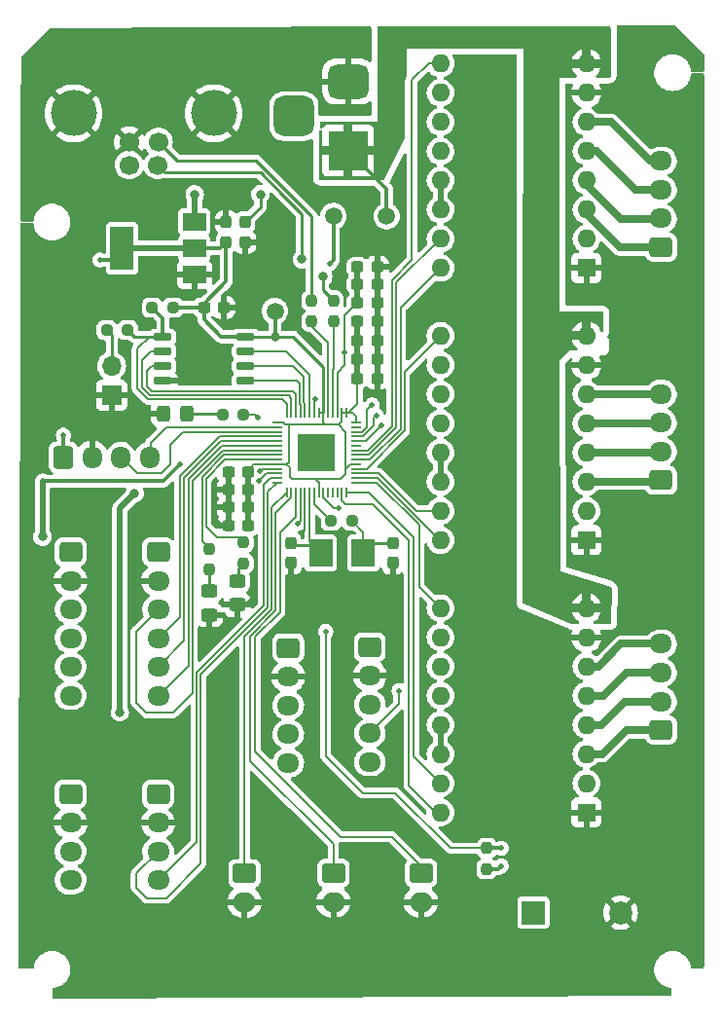
<source format=gtl>
%TF.GenerationSoftware,KiCad,Pcbnew,7.0.6*%
%TF.CreationDate,2024-03-18T20:13:49+01:00*%
%TF.ProjectId,startrckr_pcb,73746172-7472-4636-9b72-5f7063622e6b,rev?*%
%TF.SameCoordinates,Original*%
%TF.FileFunction,Copper,L1,Top*%
%TF.FilePolarity,Positive*%
%FSLAX46Y46*%
G04 Gerber Fmt 4.6, Leading zero omitted, Abs format (unit mm)*
G04 Created by KiCad (PCBNEW 7.0.6) date 2024-03-18 20:13:49*
%MOMM*%
%LPD*%
G01*
G04 APERTURE LIST*
G04 Aperture macros list*
%AMRoundRect*
0 Rectangle with rounded corners*
0 $1 Rounding radius*
0 $2 $3 $4 $5 $6 $7 $8 $9 X,Y pos of 4 corners*
0 Add a 4 corners polygon primitive as box body*
4,1,4,$2,$3,$4,$5,$6,$7,$8,$9,$2,$3,0*
0 Add four circle primitives for the rounded corners*
1,1,$1+$1,$2,$3*
1,1,$1+$1,$4,$5*
1,1,$1+$1,$6,$7*
1,1,$1+$1,$8,$9*
0 Add four rect primitives between the rounded corners*
20,1,$1+$1,$2,$3,$4,$5,0*
20,1,$1+$1,$4,$5,$6,$7,0*
20,1,$1+$1,$6,$7,$8,$9,0*
20,1,$1+$1,$8,$9,$2,$3,0*%
G04 Aperture macros list end*
%TA.AperFunction,SMDPad,CuDef*%
%ADD10C,1.500000*%
%TD*%
%TA.AperFunction,ComponentPad*%
%ADD11RoundRect,0.250000X-0.750000X0.600000X-0.750000X-0.600000X0.750000X-0.600000X0.750000X0.600000X0*%
%TD*%
%TA.AperFunction,ComponentPad*%
%ADD12O,2.000000X1.700000*%
%TD*%
%TA.AperFunction,ComponentPad*%
%ADD13R,2.000000X2.000000*%
%TD*%
%TA.AperFunction,ComponentPad*%
%ADD14C,2.000000*%
%TD*%
%TA.AperFunction,ComponentPad*%
%ADD15O,1.950000X1.700000*%
%TD*%
%TA.AperFunction,ComponentPad*%
%ADD16RoundRect,0.250000X-0.725000X0.600000X-0.725000X-0.600000X0.725000X-0.600000X0.725000X0.600000X0*%
%TD*%
%TA.AperFunction,ComponentPad*%
%ADD17RoundRect,0.250000X-0.600000X-0.725000X0.600000X-0.725000X0.600000X0.725000X-0.600000X0.725000X0*%
%TD*%
%TA.AperFunction,ComponentPad*%
%ADD18O,1.700000X1.950000*%
%TD*%
%TA.AperFunction,SMDPad,CuDef*%
%ADD19RoundRect,0.237500X0.237500X-0.300000X0.237500X0.300000X-0.237500X0.300000X-0.237500X-0.300000X0*%
%TD*%
%TA.AperFunction,SMDPad,CuDef*%
%ADD20RoundRect,0.237500X-0.237500X0.250000X-0.237500X-0.250000X0.237500X-0.250000X0.237500X0.250000X0*%
%TD*%
%TA.AperFunction,SMDPad,CuDef*%
%ADD21RoundRect,0.237500X-0.300000X-0.237500X0.300000X-0.237500X0.300000X0.237500X-0.300000X0.237500X0*%
%TD*%
%TA.AperFunction,ComponentPad*%
%ADD22R,3.500000X3.500000*%
%TD*%
%TA.AperFunction,ComponentPad*%
%ADD23RoundRect,0.750000X-1.000000X0.750000X-1.000000X-0.750000X1.000000X-0.750000X1.000000X0.750000X0*%
%TD*%
%TA.AperFunction,ComponentPad*%
%ADD24RoundRect,0.875000X-0.875000X0.875000X-0.875000X-0.875000X0.875000X-0.875000X0.875000X0.875000X0*%
%TD*%
%TA.AperFunction,SMDPad,CuDef*%
%ADD25RoundRect,0.237500X0.237500X-0.250000X0.237500X0.250000X-0.237500X0.250000X-0.237500X-0.250000X0*%
%TD*%
%TA.AperFunction,SMDPad,CuDef*%
%ADD26RoundRect,0.237500X0.300000X0.237500X-0.300000X0.237500X-0.300000X-0.237500X0.300000X-0.237500X0*%
%TD*%
%TA.AperFunction,SMDPad,CuDef*%
%ADD27RoundRect,0.050000X-0.387500X-0.050000X0.387500X-0.050000X0.387500X0.050000X-0.387500X0.050000X0*%
%TD*%
%TA.AperFunction,SMDPad,CuDef*%
%ADD28RoundRect,0.050000X-0.050000X-0.387500X0.050000X-0.387500X0.050000X0.387500X-0.050000X0.387500X0*%
%TD*%
%TA.AperFunction,SMDPad,CuDef*%
%ADD29R,3.200000X3.200000*%
%TD*%
%TA.AperFunction,SMDPad,CuDef*%
%ADD30RoundRect,0.250000X0.450000X-0.325000X0.450000X0.325000X-0.450000X0.325000X-0.450000X-0.325000X0*%
%TD*%
%TA.AperFunction,SMDPad,CuDef*%
%ADD31RoundRect,0.237500X-0.250000X-0.237500X0.250000X-0.237500X0.250000X0.237500X-0.250000X0.237500X0*%
%TD*%
%TA.AperFunction,SMDPad,CuDef*%
%ADD32R,2.000000X1.500000*%
%TD*%
%TA.AperFunction,SMDPad,CuDef*%
%ADD33R,2.000000X3.800000*%
%TD*%
%TA.AperFunction,SMDPad,CuDef*%
%ADD34RoundRect,0.237500X0.250000X0.237500X-0.250000X0.237500X-0.250000X-0.237500X0.250000X-0.237500X0*%
%TD*%
%TA.AperFunction,ComponentPad*%
%ADD35R,1.700000X1.700000*%
%TD*%
%TA.AperFunction,ComponentPad*%
%ADD36O,1.700000X1.700000*%
%TD*%
%TA.AperFunction,ComponentPad*%
%ADD37RoundRect,0.250000X0.725000X-0.600000X0.725000X0.600000X-0.725000X0.600000X-0.725000X-0.600000X0*%
%TD*%
%TA.AperFunction,SMDPad,CuDef*%
%ADD38R,2.000000X2.400000*%
%TD*%
%TA.AperFunction,SMDPad,CuDef*%
%ADD39RoundRect,0.150000X-0.650000X-0.150000X0.650000X-0.150000X0.650000X0.150000X-0.650000X0.150000X0*%
%TD*%
%TA.AperFunction,ComponentPad*%
%ADD40C,1.700000*%
%TD*%
%TA.AperFunction,ComponentPad*%
%ADD41C,4.000000*%
%TD*%
%TA.AperFunction,ComponentPad*%
%ADD42R,1.600000X1.600000*%
%TD*%
%TA.AperFunction,ComponentPad*%
%ADD43O,1.600000X1.600000*%
%TD*%
%TA.AperFunction,SMDPad,CuDef*%
%ADD44RoundRect,0.250000X-0.325000X-0.450000X0.325000X-0.450000X0.325000X0.450000X-0.325000X0.450000X0*%
%TD*%
%TA.AperFunction,SMDPad,CuDef*%
%ADD45RoundRect,0.237500X-0.237500X0.300000X-0.237500X-0.300000X0.237500X-0.300000X0.237500X0.300000X0*%
%TD*%
%TA.AperFunction,ViaPad*%
%ADD46C,0.508000*%
%TD*%
%TA.AperFunction,ViaPad*%
%ADD47C,0.800000*%
%TD*%
%TA.AperFunction,Conductor*%
%ADD48C,0.152400*%
%TD*%
%TA.AperFunction,Conductor*%
%ADD49C,0.250000*%
%TD*%
%TA.AperFunction,Conductor*%
%ADD50C,0.304800*%
%TD*%
%TA.AperFunction,Conductor*%
%ADD51C,0.635000*%
%TD*%
%TA.AperFunction,Conductor*%
%ADD52C,0.254000*%
%TD*%
%TA.AperFunction,Conductor*%
%ADD53C,0.508000*%
%TD*%
G04 APERTURE END LIST*
D10*
%TO.P,TP_12V1,1,1*%
%TO.N,+12V*%
X202117848Y-74305110D03*
%TD*%
%TO.P,TP_5V1,1,1*%
%TO.N,+5V*%
X197485000Y-74295000D03*
%TD*%
%TO.P,TP_3V3,1,1*%
%TO.N,+3V3*%
X192405000Y-82550000D03*
%TD*%
D11*
%TO.P,LS1,1,Pin_1*%
%TO.N,LS1*%
X189755000Y-131465000D03*
D12*
%TO.P,LS1,2,Pin_2*%
%TO.N,GND*%
X189755000Y-133965000D03*
%TD*%
D13*
%TO.P,BZ1,1,-*%
%TO.N,Net-(BZ1--)*%
X214884000Y-134874000D03*
D14*
%TO.P,BZ1,2,+*%
%TO.N,GND*%
X222484000Y-134874000D03*
%TD*%
D15*
%TO.P,SPI1,6,Pin_6*%
%TO.N,SPI_MISO*%
X182245000Y-116005000D03*
%TO.P,SPI1,5,Pin_5*%
%TO.N,SPI_MOSI*%
X182245000Y-113505000D03*
%TO.P,SPI1,4,Pin_4*%
%TO.N,SPI_CLK*%
X182245000Y-111005000D03*
%TO.P,SPI1,3,Pin_3*%
%TO.N,SPI_CS1*%
X182245000Y-108505000D03*
%TO.P,SPI1,2,Pin_2*%
%TO.N,GND*%
X182245000Y-106005000D03*
D16*
%TO.P,SPI1,1,Pin_1*%
%TO.N,Net-(JP11-A)*%
X182245000Y-103505000D03*
%TD*%
D15*
%TO.P,SPI2,6,Pin_6*%
%TO.N,SPI_MISO*%
X174625000Y-116005000D03*
%TO.P,SPI2,5,Pin_5*%
%TO.N,SPI_MOSI*%
X174625000Y-113505000D03*
%TO.P,SPI2,4,Pin_4*%
%TO.N,SPI_CLK*%
X174625000Y-111005000D03*
%TO.P,SPI2,3,Pin_3*%
%TO.N,SPI_CS2*%
X174625000Y-108505000D03*
%TO.P,SPI2,2,Pin_2*%
%TO.N,GND*%
X174625000Y-106005000D03*
D16*
%TO.P,SPI2,1,Pin_1*%
%TO.N,Net-(JP13-A)*%
X174625000Y-103505000D03*
%TD*%
%TO.P,I2C2_2,1,Pin_1*%
%TO.N,Net-(I2C2_1-Pin_1)*%
X193565000Y-111840000D03*
D15*
%TO.P,I2C2_2,2,Pin_2*%
%TO.N,GND*%
X193565000Y-114340000D03*
%TO.P,I2C2_2,3,Pin_3*%
%TO.N,I2C2_SCL*%
X193565000Y-116840000D03*
%TO.P,I2C2_2,4,Pin_4*%
%TO.N,I2C2_SDA*%
X193565000Y-119340000D03*
%TO.P,I2C2_2,5,Pin_5*%
%TO.N,I2C2_DRDY*%
X193565000Y-121840000D03*
%TD*%
%TO.P,I2C1_1,4,Pin_4*%
%TO.N,I2C1_SDA*%
X182245000Y-132065000D03*
%TO.P,I2C1_1,3,Pin_3*%
%TO.N,I2C1_SCL*%
X182245000Y-129565000D03*
%TO.P,I2C1_1,2,Pin_2*%
%TO.N,GND*%
X182245000Y-127065000D03*
D16*
%TO.P,I2C1_1,1,Pin_1*%
%TO.N,Net-(I2C1_1-Pin_1)*%
X182245000Y-124565000D03*
%TD*%
D15*
%TO.P,I2C1_2,4,Pin_4*%
%TO.N,I2C1_SDA*%
X174625000Y-132065000D03*
%TO.P,I2C1_2,3,Pin_3*%
%TO.N,I2C1_SCL*%
X174625000Y-129565000D03*
%TO.P,I2C1_2,2,Pin_2*%
%TO.N,GND*%
X174625000Y-127065000D03*
D16*
%TO.P,I2C1_2,1,Pin_1*%
%TO.N,Net-(I2C1_1-Pin_1)*%
X174625000Y-124565000D03*
%TD*%
D17*
%TO.P,UART1,1,Pin_1*%
%TO.N,Net-(JP17-A)*%
X173990000Y-95270000D03*
D18*
%TO.P,UART1,2,Pin_2*%
%TO.N,GND*%
X176490000Y-95270000D03*
%TO.P,UART1,3,Pin_3*%
%TO.N,UART_RX*%
X178990000Y-95270000D03*
%TO.P,UART1,4,Pin_4*%
%TO.N,UART_TX*%
X181490000Y-95270000D03*
%TD*%
D12*
%TO.P,LS3,2,Pin_2*%
%TO.N,GND*%
X205105000Y-133945000D03*
D11*
%TO.P,LS3,1,Pin_1*%
%TO.N,LS3*%
X205105000Y-131445000D03*
%TD*%
%TO.P,LS2,1,Pin_1*%
%TO.N,LS2*%
X197485000Y-131445000D03*
D12*
%TO.P,LS2,2,Pin_2*%
%TO.N,GND*%
X197485000Y-133945000D03*
%TD*%
D16*
%TO.P,I2C2_1,1,Pin_1*%
%TO.N,Net-(I2C2_1-Pin_1)*%
X200660000Y-111760000D03*
D15*
%TO.P,I2C2_1,2,Pin_2*%
%TO.N,GND*%
X200660000Y-114260000D03*
%TO.P,I2C2_1,3,Pin_3*%
%TO.N,I2C2_SCL*%
X200660000Y-116760000D03*
%TO.P,I2C2_1,4,Pin_4*%
%TO.N,I2C2_SDA*%
X200660000Y-119260000D03*
%TO.P,I2C2_1,5,Pin_5*%
%TO.N,I2C2_DRDY*%
X200660000Y-121760000D03*
%TD*%
D19*
%TO.P,C3,1*%
%TO.N,+3V3*%
X188153966Y-76544181D03*
%TO.P,C3,2*%
%TO.N,GND*%
X188153966Y-74819181D03*
%TD*%
D20*
%TO.P,R9,1*%
%TO.N,USB_DM*%
X197485000Y-81637500D03*
%TO.P,R9,2*%
%TO.N,Net-(U1-USB_DM)*%
X197485000Y-83462500D03*
%TD*%
D21*
%TO.P,C8,1*%
%TO.N,+1V1*%
X199570000Y-81827680D03*
%TO.P,C8,2*%
%TO.N,GND*%
X201295000Y-81827680D03*
%TD*%
%TO.P,C6,1*%
%TO.N,+1V1*%
X199570000Y-80221623D03*
%TO.P,C6,2*%
%TO.N,GND*%
X201295000Y-80221623D03*
%TD*%
D22*
%TO.P,J11,1*%
%TO.N,+12V*%
X198755000Y-68580000D03*
D23*
%TO.P,J11,2*%
%TO.N,GND*%
X198755000Y-62580000D03*
D24*
%TO.P,J11,3*%
%TO.N,unconnected-(J11-Pad3)*%
X194055000Y-65580000D03*
%TD*%
D25*
%TO.P,R4,1*%
%TO.N,Net-(D1-A)*%
X186690000Y-105052500D03*
%TO.P,R4,2*%
%TO.N,LED1*%
X186690000Y-103227500D03*
%TD*%
D26*
%TO.P,C15,1*%
%TO.N,+3V3*%
X190107930Y-99634300D03*
%TO.P,C15,2*%
%TO.N,GND*%
X188382930Y-99634300D03*
%TD*%
D27*
%TO.P,U1,1,IOVDD*%
%TO.N,+3V3*%
X192583286Y-92261606D03*
%TO.P,U1,2,GPIO0*%
%TO.N,UART_TX*%
X192583286Y-92661606D03*
%TO.P,U1,3,GPIO1*%
%TO.N,UART_RX*%
X192583286Y-93061606D03*
%TO.P,U1,4,GPIO2*%
%TO.N,SPI_CLK*%
X192583286Y-93461606D03*
%TO.P,U1,5,GPIO3*%
%TO.N,SPI_MOSI*%
X192583286Y-93861606D03*
%TO.P,U1,6,GPIO4*%
%TO.N,SPI_MISO*%
X192583286Y-94261606D03*
%TO.P,U1,7,GPIO5*%
%TO.N,SPI_CS1*%
X192583286Y-94661606D03*
%TO.P,U1,8,GPIO6*%
%TO.N,LED1*%
X192583286Y-95061606D03*
%TO.P,U1,9,GPIO7*%
%TO.N,LED2*%
X192583286Y-95461606D03*
%TO.P,U1,10,IOVDD*%
%TO.N,+3V3*%
X192583286Y-95861606D03*
%TO.P,U1,11,GPIO8*%
%TO.N,LED3*%
X192583286Y-96261606D03*
%TO.P,U1,12,GPIO9*%
%TO.N,BUZZER*%
X192583286Y-96661606D03*
%TO.P,U1,13,GPIO10*%
%TO.N,I2C1_SDA*%
X192583286Y-97061606D03*
%TO.P,U1,14,GPIO11*%
%TO.N,I2C1_SCL*%
X192583286Y-97461606D03*
D28*
%TO.P,U1,15,GPIO12*%
%TO.N,LS1*%
X193420786Y-98299106D03*
%TO.P,U1,16,GPIO13*%
%TO.N,LS2*%
X193820786Y-98299106D03*
%TO.P,U1,17,GPIO14*%
%TO.N,LS3*%
X194220786Y-98299106D03*
%TO.P,U1,18,GPIO15*%
%TO.N,SPI_CS2*%
X194620786Y-98299106D03*
%TO.P,U1,19,TESTEN*%
%TO.N,GND*%
X195020786Y-98299106D03*
%TO.P,U1,20,XIN*%
%TO.N,Net-(U1-XIN)*%
X195420786Y-98299106D03*
%TO.P,U1,21,XOUT*%
%TO.N,Net-(U1-XOUT)*%
X195820786Y-98299106D03*
%TO.P,U1,22,IOVDD*%
%TO.N,+3V3*%
X196220786Y-98299106D03*
%TO.P,U1,23,DVDD*%
%TO.N,+1V1*%
X196620786Y-98299106D03*
%TO.P,U1,24,SWCLK*%
%TO.N,unconnected-(U1-SWCLK-Pad24)*%
X197020786Y-98299106D03*
%TO.P,U1,25,SWD*%
%TO.N,unconnected-(U1-SWD-Pad25)*%
X197420786Y-98299106D03*
%TO.P,U1,26,RUN*%
%TO.N,unconnected-(U1-RUN-Pad26)*%
X197820786Y-98299106D03*
%TO.P,U1,27,GPIO16*%
%TO.N,M3_DIR*%
X198220786Y-98299106D03*
%TO.P,U1,28,GPIO17*%
%TO.N,M3_STEP*%
X198620786Y-98299106D03*
D27*
%TO.P,U1,29,GPIO18*%
%TO.N,M3_ENABLE*%
X199458286Y-97461606D03*
%TO.P,U1,30,GPIO19*%
%TO.N,M2_DIR*%
X199458286Y-97061606D03*
%TO.P,U1,31,GPIO20*%
%TO.N,M2_STEP*%
X199458286Y-96661606D03*
%TO.P,U1,32,GPIO21*%
%TO.N,M2_ENABLE*%
X199458286Y-96261606D03*
%TO.P,U1,33,IOVDD*%
%TO.N,+3V3*%
X199458286Y-95861606D03*
%TO.P,U1,34,GPIO22*%
%TO.N,M1_DIR*%
X199458286Y-95461606D03*
%TO.P,U1,35,GPIO23*%
%TO.N,M1_STEP*%
X199458286Y-95061606D03*
%TO.P,U1,36,GPIO24*%
%TO.N,M1_ENABLE*%
X199458286Y-94661606D03*
%TO.P,U1,37,GPIO25*%
%TO.N,unconnected-(U1-GPIO25-Pad37)*%
X199458286Y-94261606D03*
%TO.P,U1,38,GPIO26_ADC0*%
%TO.N,I2C2_SDA*%
X199458286Y-93861606D03*
%TO.P,U1,39,GPIO27_ADC1*%
%TO.N,I2C2_SCL*%
X199458286Y-93461606D03*
%TO.P,U1,40,GPIO28_ADC2*%
%TO.N,I2C2_DRDY*%
X199458286Y-93061606D03*
%TO.P,U1,41,GPIO29_ADC3*%
%TO.N,unconnected-(U1-GPIO29_ADC3-Pad41)*%
X199458286Y-92661606D03*
%TO.P,U1,42,IOVDD*%
%TO.N,+3V3*%
X199458286Y-92261606D03*
D28*
%TO.P,U1,43,ADC_AVDD*%
X198620786Y-91424106D03*
%TO.P,U1,44,VREG_IN*%
X198220786Y-91424106D03*
%TO.P,U1,45,VREG_VOUT*%
%TO.N,+1V1*%
X197820786Y-91424106D03*
%TO.P,U1,46,USB_DM*%
%TO.N,Net-(U1-USB_DM)*%
X197420786Y-91424106D03*
%TO.P,U1,47,USB_DP*%
%TO.N,Net-(U1-USB_DP)*%
X197020786Y-91424106D03*
%TO.P,U1,48,USB_VDD*%
%TO.N,+3V3*%
X196620786Y-91424106D03*
%TO.P,U1,49,IOVDD*%
X196220786Y-91424106D03*
%TO.P,U1,50,DVDD*%
%TO.N,+1V1*%
X195820786Y-91424106D03*
%TO.P,U1,51,QSPI_SD3*%
%TO.N,QSPI_SD3*%
X195420786Y-91424106D03*
%TO.P,U1,52,QSPI_SCLK*%
%TO.N,QSPI_SCLK*%
X195020786Y-91424106D03*
%TO.P,U1,53,QSPI_SD0*%
%TO.N,QSPI_SD0*%
X194620786Y-91424106D03*
%TO.P,U1,54,QSPI_SD2*%
%TO.N,QSPI_SD2*%
X194220786Y-91424106D03*
%TO.P,U1,55,QSPI_SD1*%
%TO.N,QSPI_SD1*%
X193820786Y-91424106D03*
%TO.P,U1,56,QSPI_SS*%
%TO.N,QSPI_SS*%
X193420786Y-91424106D03*
D29*
%TO.P,U1,57,GND*%
%TO.N,GND*%
X196020786Y-94861606D03*
%TD*%
D26*
%TO.P,C12,1*%
%TO.N,+3V3*%
X190107930Y-101191451D03*
%TO.P,C12,2*%
%TO.N,GND*%
X188382930Y-101191451D03*
%TD*%
D30*
%TO.P,D2,1,K*%
%TO.N,GND*%
X189143548Y-108113548D03*
%TO.P,D2,2,A*%
%TO.N,Net-(D2-A)*%
X189143548Y-106063548D03*
%TD*%
D31*
%TO.P,R12,1*%
%TO.N,QSPI_SS*%
X181726062Y-82241478D03*
%TO.P,R12,2*%
%TO.N,+3V3*%
X183551062Y-82241478D03*
%TD*%
D19*
%TO.P,C5,1*%
%TO.N,GND*%
X202679581Y-104434215D03*
%TO.P,C5,2*%
%TO.N,Net-(C5-Pad2)*%
X202679581Y-102709215D03*
%TD*%
D31*
%TO.P,R11,1*%
%TO.N,Net-(J5-Pin_2)*%
X177779855Y-84204657D03*
%TO.P,R11,2*%
%TO.N,QSPI_SS*%
X179604855Y-84204657D03*
%TD*%
D19*
%TO.P,C4,1*%
%TO.N,GND*%
X193789581Y-104434215D03*
%TO.P,C4,2*%
%TO.N,Net-(U1-XIN)*%
X193789581Y-102709215D03*
%TD*%
D32*
%TO.P,U2,1,GND*%
%TO.N,GND*%
X185395000Y-79381008D03*
%TO.P,U2,2,VO*%
%TO.N,+3V3*%
X185395000Y-77081008D03*
D33*
X179095000Y-77081008D03*
D32*
%TO.P,U2,3,VI*%
%TO.N,+5V*%
X185395000Y-74781008D03*
%TD*%
D25*
%TO.P,R7,2*%
%TO.N,BUZZER*%
X210820000Y-129262500D03*
%TO.P,R7,1*%
%TO.N,Net-(BZ1--)*%
X210820000Y-131087500D03*
%TD*%
D34*
%TO.P,R10,2*%
%TO.N,Net-(U1-XOUT)*%
X197278899Y-100787512D03*
%TO.P,R10,1*%
%TO.N,Net-(C5-Pad2)*%
X199103899Y-100787512D03*
%TD*%
D26*
%TO.P,C17,2*%
%TO.N,GND*%
X188382930Y-96520000D03*
%TO.P,C17,1*%
%TO.N,+3V3*%
X190107930Y-96520000D03*
%TD*%
D31*
%TO.P,R6,2*%
%TO.N,LED3*%
X189659193Y-91561451D03*
%TO.P,R6,1*%
%TO.N,Net-(D3-A)*%
X187834193Y-91561451D03*
%TD*%
D20*
%TO.P,R8,1*%
%TO.N,USB_DP*%
X195580000Y-81637500D03*
%TO.P,R8,2*%
%TO.N,Net-(U1-USB_DP)*%
X195580000Y-83462500D03*
%TD*%
D35*
%TO.P,J5,1,Pin_1*%
%TO.N,GND*%
X178193562Y-89861478D03*
D36*
%TO.P,J5,2,Pin_2*%
%TO.N,Net-(J5-Pin_2)*%
X178193562Y-87321478D03*
%TD*%
D37*
%TO.P,J10,1,Pin_1*%
%TO.N,Net-(A3-1B)*%
X226000000Y-119000000D03*
D15*
%TO.P,J10,2,Pin_2*%
%TO.N,Net-(A3-1A)*%
X226000000Y-116500000D03*
%TO.P,J10,3,Pin_3*%
%TO.N,Net-(A3-2A)*%
X226000000Y-114000000D03*
%TO.P,J10,4,Pin_4*%
%TO.N,Net-(A3-2B)*%
X226000000Y-111500000D03*
%TD*%
D38*
%TO.P,Y1,1,1*%
%TO.N,Net-(C5-Pad2)*%
X200084581Y-103571715D03*
%TO.P,Y1,2,2*%
%TO.N,Net-(U1-XIN)*%
X196384581Y-103571715D03*
%TD*%
D26*
%TO.P,C13,2*%
%TO.N,GND*%
X188382930Y-98077150D03*
%TO.P,C13,1*%
%TO.N,+3V3*%
X190107930Y-98077150D03*
%TD*%
D37*
%TO.P,J2,1,Pin_1*%
%TO.N,Net-(A1-1B)*%
X226000000Y-77000000D03*
D15*
%TO.P,J2,2,Pin_2*%
%TO.N,Net-(A1-1A)*%
X226000000Y-74500000D03*
%TO.P,J2,3,Pin_3*%
%TO.N,Net-(A1-2A)*%
X226000000Y-72000000D03*
%TO.P,J2,4,Pin_4*%
%TO.N,Net-(A1-2B)*%
X226000000Y-69500000D03*
%TD*%
D39*
%TO.P,U3,1,~{CS}*%
%TO.N,QSPI_SS*%
X182647001Y-84785822D03*
%TO.P,U3,2,DO(IO1)*%
%TO.N,QSPI_SD1*%
X182647001Y-86055822D03*
%TO.P,U3,3,IO2*%
%TO.N,QSPI_SD2*%
X182647001Y-87325822D03*
%TO.P,U3,4,GND*%
%TO.N,GND*%
X182647001Y-88595822D03*
%TO.P,U3,5,DI(IO0)*%
%TO.N,QSPI_SD0*%
X189847001Y-88595822D03*
%TO.P,U3,6,CLK*%
%TO.N,QSPI_SCLK*%
X189847001Y-87325822D03*
%TO.P,U3,7,IO3*%
%TO.N,QSPI_SD3*%
X189847001Y-86055822D03*
%TO.P,U3,8,VCC*%
%TO.N,+3V3*%
X189847001Y-84785822D03*
%TD*%
D21*
%TO.P,C16,1*%
%TO.N,+3V3*%
X199570000Y-86750607D03*
%TO.P,C16,2*%
%TO.N,GND*%
X201295000Y-86750607D03*
%TD*%
%TO.P,C14,1*%
%TO.N,+3V3*%
X199570000Y-85090000D03*
%TO.P,C14,2*%
%TO.N,GND*%
X201295000Y-85090000D03*
%TD*%
%TO.P,C9,1*%
%TO.N,+3V3*%
X186221062Y-82241478D03*
%TO.P,C9,2*%
%TO.N,GND*%
X187946062Y-82241478D03*
%TD*%
D30*
%TO.P,D1,1,K*%
%TO.N,GND*%
X186690000Y-108975000D03*
%TO.P,D1,2,A*%
%TO.N,Net-(D1-A)*%
X186690000Y-106925000D03*
%TD*%
D40*
%TO.P,J1,1,VBUS*%
%TO.N,+5V*%
X179725000Y-69850000D03*
%TO.P,J1,2,D-*%
%TO.N,USB_DM*%
X182225000Y-69850000D03*
%TO.P,J1,3,D+*%
%TO.N,USB_DP*%
X182265000Y-67850000D03*
%TO.P,J1,4,GND*%
%TO.N,GND*%
X179725000Y-67850000D03*
D41*
%TO.P,J1,5,Shield*%
X187075000Y-65350000D03*
X174875000Y-65350000D03*
%TD*%
D42*
%TO.P,A2,1,GND*%
%TO.N,GND*%
X219502645Y-102478942D03*
D43*
%TO.P,A2,2,VDD*%
%TO.N,+5V*%
X219502645Y-99938942D03*
%TO.P,A2,3,1B*%
%TO.N,Net-(A2-1B)*%
X219502645Y-97398942D03*
%TO.P,A2,4,1A*%
%TO.N,Net-(A2-1A)*%
X219502645Y-94858942D03*
%TO.P,A2,5,2A*%
%TO.N,Net-(A2-2A)*%
X219502645Y-92318942D03*
%TO.P,A2,6,2B*%
%TO.N,Net-(A2-2B)*%
X219502645Y-89778942D03*
%TO.P,A2,7,GND*%
%TO.N,GND*%
X219502645Y-87238942D03*
%TO.P,A2,8,VMOT*%
%TO.N,+12V*%
X219502645Y-84698942D03*
%TO.P,A2,9,~{ENABLE}*%
%TO.N,M2_ENABLE*%
X206802645Y-84698942D03*
%TO.P,A2,10,MS1*%
%TO.N,Net-(A2-MS1)*%
X206802645Y-87238942D03*
%TO.P,A2,11,MS2*%
%TO.N,Net-(A2-MS2)*%
X206802645Y-89778942D03*
%TO.P,A2,12,MS3*%
%TO.N,Net-(A2-MS3)*%
X206802645Y-92318942D03*
%TO.P,A2,13,~{RESET}*%
%TO.N,Net-(A2-~{RESET})*%
X206802645Y-94858942D03*
%TO.P,A2,14,~{SLEEP}*%
X206802645Y-97398942D03*
%TO.P,A2,15,STEP*%
%TO.N,M2_STEP*%
X206802645Y-99938942D03*
%TO.P,A2,16,DIR*%
%TO.N,M2_DIR*%
X206802645Y-102478942D03*
%TD*%
D21*
%TO.P,C7,1*%
%TO.N,+1V1*%
X199575840Y-78720725D03*
%TO.P,C7,2*%
%TO.N,GND*%
X201300840Y-78720725D03*
%TD*%
%TO.P,C10,1*%
%TO.N,+3V3*%
X199570000Y-83441045D03*
%TO.P,C10,2*%
%TO.N,GND*%
X201295000Y-83441045D03*
%TD*%
D42*
%TO.P,A3,1,GND*%
%TO.N,GND*%
X219502645Y-126166442D03*
D43*
%TO.P,A3,2,VDD*%
%TO.N,+5V*%
X219502645Y-123626442D03*
%TO.P,A3,3,1B*%
%TO.N,Net-(A3-1B)*%
X219502645Y-121086442D03*
%TO.P,A3,4,1A*%
%TO.N,Net-(A3-1A)*%
X219502645Y-118546442D03*
%TO.P,A3,5,2A*%
%TO.N,Net-(A3-2A)*%
X219502645Y-116006442D03*
%TO.P,A3,6,2B*%
%TO.N,Net-(A3-2B)*%
X219502645Y-113466442D03*
%TO.P,A3,7,GND*%
%TO.N,GND*%
X219502645Y-110926442D03*
%TO.P,A3,8,VMOT*%
%TO.N,+12V*%
X219502645Y-108386442D03*
%TO.P,A3,9,~{ENABLE}*%
%TO.N,M3_ENABLE*%
X206802645Y-108386442D03*
%TO.P,A3,10,MS1*%
%TO.N,Net-(A3-MS1)*%
X206802645Y-110926442D03*
%TO.P,A3,11,MS2*%
%TO.N,Net-(A3-MS2)*%
X206802645Y-113466442D03*
%TO.P,A3,12,MS3*%
%TO.N,Net-(A3-MS3)*%
X206802645Y-116006442D03*
%TO.P,A3,13,~{RESET}*%
%TO.N,Net-(A3-~{RESET})*%
X206802645Y-118546442D03*
%TO.P,A3,14,~{SLEEP}*%
X206802645Y-121086442D03*
%TO.P,A3,15,STEP*%
%TO.N,M3_STEP*%
X206802645Y-123626442D03*
%TO.P,A3,16,DIR*%
%TO.N,M3_DIR*%
X206802645Y-126166442D03*
%TD*%
D44*
%TO.P,D3,2,A*%
%TO.N,Net-(D3-A)*%
X184752847Y-91463732D03*
%TO.P,D3,1,K*%
%TO.N,GND*%
X182702847Y-91463732D03*
%TD*%
D45*
%TO.P,C2,1*%
%TO.N,+5V*%
X189795230Y-74833857D03*
%TO.P,C2,2*%
%TO.N,GND*%
X189795230Y-76558857D03*
%TD*%
D37*
%TO.P,J9,1,Pin_1*%
%TO.N,Net-(A2-1B)*%
X226000000Y-97269786D03*
D15*
%TO.P,J9,2,Pin_2*%
%TO.N,Net-(A2-1A)*%
X226000000Y-94769786D03*
%TO.P,J9,3,Pin_3*%
%TO.N,Net-(A2-2A)*%
X226000000Y-92269786D03*
%TO.P,J9,4,Pin_4*%
%TO.N,Net-(A2-2B)*%
X226000000Y-89769786D03*
%TD*%
D42*
%TO.P,A1,1,GND*%
%TO.N,GND*%
X219502645Y-78791442D03*
D43*
%TO.P,A1,2,VDD*%
%TO.N,+5V*%
X219502645Y-76251442D03*
%TO.P,A1,3,1B*%
%TO.N,Net-(A1-1B)*%
X219502645Y-73711442D03*
%TO.P,A1,4,1A*%
%TO.N,Net-(A1-1A)*%
X219502645Y-71171442D03*
%TO.P,A1,5,2A*%
%TO.N,Net-(A1-2A)*%
X219502645Y-68631442D03*
%TO.P,A1,6,2B*%
%TO.N,Net-(A1-2B)*%
X219502645Y-66091442D03*
%TO.P,A1,7,GND*%
%TO.N,GND*%
X219502645Y-63551442D03*
%TO.P,A1,8,VMOT*%
%TO.N,+12V*%
X219502645Y-61011442D03*
%TO.P,A1,9,~{ENABLE}*%
%TO.N,M1_ENABLE*%
X206802645Y-61011442D03*
%TO.P,A1,10,MS1*%
%TO.N,Net-(A1-MS1)*%
X206802645Y-63551442D03*
%TO.P,A1,11,MS2*%
%TO.N,Net-(A1-MS2)*%
X206802645Y-66091442D03*
%TO.P,A1,12,MS3*%
%TO.N,Net-(A1-MS3)*%
X206802645Y-68631442D03*
%TO.P,A1,13,~{RESET}*%
%TO.N,Net-(A1-~{RESET})*%
X206802645Y-71171442D03*
%TO.P,A1,14,~{SLEEP}*%
X206802645Y-73711442D03*
%TO.P,A1,15,STEP*%
%TO.N,M1_STEP*%
X206802645Y-76251442D03*
%TO.P,A1,16,DIR*%
%TO.N,M1_DIR*%
X206802645Y-78791442D03*
%TD*%
D25*
%TO.P,R5,1*%
%TO.N,Net-(D2-A)*%
X189677459Y-104497284D03*
%TO.P,R5,2*%
%TO.N,LED2*%
X189677459Y-102672284D03*
%TD*%
D21*
%TO.P,C11,1*%
%TO.N,+3V3*%
X199570000Y-88396269D03*
%TO.P,C11,2*%
%TO.N,GND*%
X201295000Y-88396269D03*
%TD*%
D46*
%TO.N,+1V1*%
X198469906Y-86106000D03*
%TO.N,GND*%
X187126230Y-100543075D03*
X190703469Y-107350411D03*
%TO.N,+5V*%
X197167500Y-78422500D03*
%TO.N,LED3*%
X191127986Y-96461951D03*
X190955967Y-91820806D03*
%TO.N,BUZZER*%
X196827419Y-110420161D03*
X191007258Y-97331789D03*
X212090000Y-129259516D03*
%TO.N,Net-(BZ1--)*%
X212090000Y-130810000D03*
%TO.N,I2C2_SDA*%
X203200000Y-115570000D03*
X201692369Y-92475030D03*
%TO.N,I2C2_SCL*%
X201215981Y-91628498D03*
%TO.N,I2C2_DRDY*%
X200862974Y-90706567D03*
D47*
%TO.N,+3V3*%
X192405000Y-84785822D03*
D46*
%TO.N,+1V1*%
X197915854Y-99706059D03*
D47*
%TO.N,+3V3*%
X180204677Y-98410000D03*
X178911505Y-117453387D03*
%TO.N,+5V*%
X172177096Y-102183548D03*
D46*
X172204213Y-97328309D03*
D47*
X185420000Y-72390000D03*
D46*
X184164368Y-95870632D03*
D47*
X191135000Y-72390000D03*
%TO.N,USB_DM*%
X196607034Y-79578038D03*
X194753043Y-78049309D03*
%TO.N,GND*%
X190141675Y-78011471D03*
D46*
X195096339Y-93882932D03*
D47*
X184794121Y-88614906D03*
D46*
X196005901Y-95742102D03*
X194718226Y-101911496D03*
X196949789Y-93882932D03*
X196944068Y-94798216D03*
X195079176Y-95742102D03*
X196023064Y-93882932D03*
X196932626Y-95742102D03*
X195090618Y-94798216D03*
X188055031Y-73264905D03*
X196017343Y-94798216D03*
%TO.N,+3V3*%
X177165000Y-78105000D03*
%TO.N,+1V1*%
X195900179Y-90238540D03*
%TO.N,SPI_CS2*%
X194367055Y-101022055D03*
%TO.N,Net-(JP17-A)*%
X173990000Y-93345000D03*
%TD*%
D48*
%TO.N,LED2*%
X189240175Y-102235000D02*
X189677459Y-102672284D01*
X187325000Y-102235000D02*
X189240175Y-102235000D01*
X186407400Y-97126966D02*
X186407400Y-101317400D01*
X186407400Y-101317400D02*
X187325000Y-102235000D01*
X192583286Y-95461606D02*
X188072760Y-95461606D01*
D49*
%TO.N,Net-(D2-A)*%
X189230000Y-104944743D02*
X189677459Y-104497284D01*
D48*
%TO.N,LED2*%
X188072760Y-95461606D02*
X186407400Y-97126966D01*
D49*
%TO.N,Net-(D2-A)*%
X189230000Y-105655000D02*
X189230000Y-104944743D01*
D48*
%TO.N,+1V1*%
X198469906Y-86106000D02*
X198469906Y-82927774D01*
X198469906Y-87271851D02*
X198469906Y-86106000D01*
X197820786Y-91424106D02*
X197820786Y-87920971D01*
%TO.N,QSPI_SD3*%
X195420786Y-91424106D02*
X195420786Y-90508964D01*
D50*
%TO.N,GND*%
X189940332Y-108113548D02*
X189143548Y-108113548D01*
X190703469Y-107350411D02*
X189940332Y-108113548D01*
X187774606Y-101191451D02*
X187126230Y-100543075D01*
X188382930Y-101191451D02*
X187774606Y-101191451D01*
D48*
%TO.N,I2C2_SDA*%
X201692369Y-92475030D02*
X200305793Y-93861606D01*
X200305793Y-93861606D02*
X199458286Y-93861606D01*
%TO.N,I2C2_SCL*%
X200055470Y-93461606D02*
X199458286Y-93461606D01*
X201025176Y-92491900D02*
X200055470Y-93461606D01*
X201025176Y-91819303D02*
X201025176Y-92491900D01*
X201215981Y-91628498D02*
X201025176Y-91819303D01*
%TO.N,I2C2_DRDY*%
X199957102Y-93061606D02*
X199458286Y-93061606D01*
X200393283Y-92625425D02*
X199957102Y-93061606D01*
X200393283Y-91176258D02*
X200393283Y-92625425D01*
X200862974Y-90706567D02*
X200393283Y-91176258D01*
%TO.N,LED3*%
X191127986Y-96461951D02*
X191328331Y-96261606D01*
X191328331Y-96261606D02*
X192583286Y-96261606D01*
%TO.N,+3V3*%
X190415085Y-96212845D02*
X190107930Y-96520000D01*
X190415085Y-95990308D02*
X190415085Y-96212845D01*
X190543787Y-95861606D02*
X190415085Y-95990308D01*
X192583286Y-95861606D02*
X190543787Y-95861606D01*
%TO.N,BUZZER*%
X191677441Y-96661606D02*
X192583286Y-96661606D01*
X191007258Y-97331789D02*
X191677441Y-96661606D01*
%TO.N,I2C1_SDA*%
X192022749Y-97061606D02*
X192583286Y-97061606D01*
X191417600Y-108182991D02*
X191417600Y-97666755D01*
X185570067Y-114030524D02*
X191417600Y-108182991D01*
X185570067Y-128739933D02*
X185570067Y-114030524D01*
X182245000Y-132065000D02*
X185570067Y-128739933D01*
X191417600Y-97666755D02*
X192022749Y-97061606D01*
%TO.N,+1V1*%
X196620786Y-98797922D02*
X196620786Y-98299106D01*
X197915854Y-99706059D02*
X197528923Y-99706059D01*
X197528923Y-99706059D02*
X196620786Y-98797922D01*
%TO.N,GND*%
X194718226Y-101911496D02*
X195020786Y-101608936D01*
X195020786Y-101608936D02*
X195020786Y-98299106D01*
D51*
%TO.N,Net-(A1-1B)*%
X222449900Y-77034900D02*
X225965100Y-77034900D01*
X225965100Y-77034900D02*
X226000000Y-77000000D01*
X219502645Y-74087645D02*
X222449900Y-77034900D01*
X219502645Y-73711442D02*
X219502645Y-74087645D01*
%TO.N,Net-(A1-1A)*%
X225989594Y-74510406D02*
X226000000Y-74500000D01*
X222465406Y-74510406D02*
X225989594Y-74510406D01*
X219502645Y-71547645D02*
X222465406Y-74510406D01*
X219502645Y-71171442D02*
X219502645Y-71547645D01*
%TO.N,Net-(A1-2B)*%
X225075000Y-69500000D02*
X226000000Y-69500000D01*
X221666442Y-66091442D02*
X225075000Y-69500000D01*
X219502645Y-66091442D02*
X221666442Y-66091442D01*
%TO.N,Net-(A1-2A)*%
X223765000Y-72000000D02*
X226000000Y-72000000D01*
X219502645Y-68631442D02*
X220396442Y-68631442D01*
X220396442Y-68631442D02*
X223765000Y-72000000D01*
%TO.N,Net-(A2-2B)*%
X219502645Y-89778942D02*
X225990844Y-89778942D01*
%TO.N,Net-(A2-2A)*%
X225950844Y-92318942D02*
X226000000Y-92269786D01*
X219502645Y-92318942D02*
X225950844Y-92318942D01*
%TO.N,Net-(A2-1A)*%
X225910844Y-94858942D02*
X226000000Y-94769786D01*
X219502645Y-94858942D02*
X225910844Y-94858942D01*
%TO.N,Net-(A2-1B)*%
X225870844Y-97398942D02*
X226000000Y-97269786D01*
X219502645Y-97398942D02*
X225870844Y-97398942D01*
%TO.N,Net-(A2-2B)*%
X225990844Y-89778942D02*
X226000000Y-89769786D01*
%TO.N,Net-(A3-2B)*%
X222537584Y-111500000D02*
X226000000Y-111500000D01*
X220571142Y-113466442D02*
X222537584Y-111500000D01*
X219502645Y-113466442D02*
X220571142Y-113466442D01*
%TO.N,Net-(A3-2A)*%
X220972051Y-116006442D02*
X222978493Y-114000000D01*
%TO.N,Net-(A3-1A)*%
X222863014Y-116500000D02*
X226000000Y-116500000D01*
X220816572Y-118546442D02*
X222863014Y-116500000D01*
X219502645Y-118546442D02*
X220816572Y-118546442D01*
%TO.N,Net-(A3-1B)*%
X222985987Y-119000000D02*
X226000000Y-119000000D01*
X220899545Y-121086442D02*
X222985987Y-119000000D01*
X219502645Y-121086442D02*
X220899545Y-121086442D01*
%TO.N,Net-(A3-2A)*%
X219502645Y-116006442D02*
X220972051Y-116006442D01*
X222978493Y-114000000D02*
X226000000Y-114000000D01*
D50*
%TO.N,+3V3*%
X192405000Y-82550000D02*
X192405000Y-84785822D01*
D52*
X189847001Y-84785822D02*
X192405000Y-84785822D01*
D50*
%TO.N,+12V*%
X202117848Y-71942848D02*
X198755000Y-68580000D01*
X202117848Y-74305110D02*
X202117848Y-71942848D01*
%TO.N,+5V*%
X197485000Y-74295000D02*
X197485000Y-78105000D01*
X197485000Y-78105000D02*
X197167500Y-78422500D01*
D48*
%TO.N,LS1*%
X189755000Y-110842327D02*
X189755000Y-131465000D01*
X192128632Y-108468695D02*
X189755000Y-110842327D01*
X192128632Y-99591260D02*
X192128632Y-108468695D01*
X193420786Y-98299106D02*
X192128632Y-99591260D01*
%TO.N,LS2*%
X190246710Y-121666710D02*
X197485000Y-128905000D01*
X190246710Y-110848985D02*
X190246710Y-121666710D01*
X192481032Y-108614663D02*
X190246710Y-110848985D01*
X197485000Y-128905000D02*
X197485000Y-131445000D01*
X192481032Y-100137676D02*
X192481032Y-108614663D01*
X193820786Y-98797922D02*
X192481032Y-100137676D01*
X193820786Y-98299106D02*
X193820786Y-98797922D01*
%TO.N,LS3*%
X205105000Y-130810000D02*
X205105000Y-131445000D01*
X198120000Y-128270000D02*
X202565000Y-128270000D01*
X190697822Y-120847822D02*
X198120000Y-128270000D01*
X202565000Y-128270000D02*
X205105000Y-130810000D01*
X190697822Y-110896241D02*
X190697822Y-120847822D01*
X194220786Y-100419214D02*
X192833432Y-101806568D01*
X194220786Y-98299106D02*
X194220786Y-100419214D01*
X192833432Y-101806568D02*
X192833432Y-108760631D01*
X192833432Y-108760631D02*
X190697822Y-110896241D01*
%TO.N,BUZZER*%
X207685000Y-129262500D02*
X210820000Y-129262500D01*
X202882500Y-124460000D02*
X207685000Y-129262500D01*
X200025000Y-124460000D02*
X202882500Y-124460000D01*
X196827419Y-121262419D02*
X200025000Y-124460000D01*
X196827419Y-110420161D02*
X196827419Y-121262419D01*
D50*
%TO.N,Net-(BZ1--)*%
X211812500Y-131087500D02*
X210820000Y-131087500D01*
%TO.N,BUZZER*%
X212087016Y-129262500D02*
X210820000Y-129262500D01*
X212090000Y-129259516D02*
X212087016Y-129262500D01*
%TO.N,Net-(BZ1--)*%
X212090000Y-130810000D02*
X211812500Y-131087500D01*
D48*
%TO.N,LED3*%
X190696612Y-91561451D02*
X190955967Y-91820806D01*
X189659193Y-91561451D02*
X190696612Y-91561451D01*
%TO.N,QSPI_SS*%
X181389515Y-90239800D02*
X193040000Y-90239800D01*
X193420786Y-90620586D02*
X193420786Y-91424106D01*
X180424086Y-89274371D02*
X181389515Y-90239800D01*
X193040000Y-90239800D02*
X193420786Y-90620586D01*
X181481414Y-84771875D02*
X180424086Y-85829203D01*
X180424086Y-85829203D02*
X180424086Y-89274371D01*
X182633054Y-84771875D02*
X181481414Y-84771875D01*
X182647001Y-84785822D02*
X182633054Y-84771875D01*
%TO.N,QSPI_SD1*%
X181535483Y-89887400D02*
X193600119Y-89887400D01*
X180824037Y-86854743D02*
X180824037Y-89175954D01*
X180824037Y-89175954D02*
X181535483Y-89887400D01*
X193600119Y-89887400D02*
X193820786Y-90108067D01*
X181622958Y-86055822D02*
X180824037Y-86854743D01*
X193820786Y-90108067D02*
X193820786Y-91424106D01*
X182647001Y-86055822D02*
X181622958Y-86055822D01*
%TO.N,QSPI_SD2*%
X194220786Y-90804071D02*
X194220786Y-91424106D01*
X194207536Y-90790821D02*
X194220786Y-90804071D01*
X193993034Y-89535000D02*
X194207536Y-89749502D01*
X194207536Y-89749502D02*
X194207536Y-90790821D01*
X181238445Y-89091994D02*
X181681451Y-89535000D01*
X181681451Y-89535000D02*
X193993034Y-89535000D01*
X181687734Y-87325822D02*
X181238445Y-87775111D01*
X182647001Y-87325822D02*
X181687734Y-87325822D01*
X181238445Y-87775111D02*
X181238445Y-89091994D01*
%TO.N,I2C1_SCL*%
X182932204Y-133604516D02*
X185922467Y-130614253D01*
X181244516Y-133604516D02*
X182932204Y-133604516D01*
X185922467Y-130614253D02*
X185922467Y-114176491D01*
X180340000Y-131470000D02*
X180340000Y-132700000D01*
X180340000Y-132700000D02*
X181244516Y-133604516D01*
X185922467Y-114176491D02*
X185926979Y-114171979D01*
X182245000Y-129565000D02*
X180340000Y-131470000D01*
X191770000Y-98274892D02*
X191770000Y-108328959D01*
X191770000Y-108328959D02*
X185926979Y-114171979D01*
X192583286Y-97461606D02*
X191770000Y-98274892D01*
D49*
%TO.N,Net-(D1-A)*%
X186690000Y-106925000D02*
X186690000Y-105052500D01*
D48*
%TO.N,LED1*%
X192583286Y-95061606D02*
X187974392Y-95061606D01*
X186055000Y-102592500D02*
X186690000Y-103227500D01*
X187974392Y-95061606D02*
X186055000Y-96980998D01*
X186055000Y-96980998D02*
X186055000Y-102592500D01*
D53*
%TO.N,+3V3*%
X190107930Y-99634300D02*
X190107930Y-101191451D01*
X190107930Y-98077150D02*
X190107930Y-99634300D01*
X190107930Y-96520000D02*
X190107930Y-98077150D01*
X190086317Y-99548870D02*
X190107930Y-99570483D01*
X190092500Y-98036989D02*
X190086317Y-98043172D01*
D48*
%TO.N,I2C2_SDA*%
X203200000Y-116720000D02*
X200660000Y-119260000D01*
X203200000Y-115570000D02*
X203200000Y-116720000D01*
%TO.N,M1_ENABLE*%
X200481446Y-94661606D02*
X199458286Y-94661606D01*
X202565000Y-92578052D02*
X200481446Y-94661606D01*
X204328746Y-78072456D02*
X202565000Y-79836202D01*
X204328746Y-62475923D02*
X204328746Y-78072456D01*
X205793227Y-61011442D02*
X204328746Y-62475923D01*
X202565000Y-79836202D02*
X202565000Y-92578052D01*
X206802645Y-61011442D02*
X205793227Y-61011442D01*
%TO.N,M1_STEP*%
X200579814Y-95061606D02*
X199458286Y-95061606D01*
X202978340Y-92663080D02*
X200579814Y-95061606D01*
X206802645Y-76251442D02*
X202978340Y-80075747D01*
X202978340Y-80075747D02*
X202978340Y-92663080D01*
%TO.N,M1_DIR*%
X203330740Y-82263347D02*
X203330740Y-92809048D01*
X200678182Y-95461606D02*
X199458286Y-95461606D01*
X206802645Y-78791442D02*
X203330740Y-82263347D01*
X203330740Y-92809048D02*
X200678182Y-95461606D01*
D52*
%TO.N,+3V3*%
X192405000Y-84785822D02*
X194005822Y-84785822D01*
D48*
%TO.N,I2C1_SCL*%
X185926979Y-114171979D02*
X185922467Y-114176492D01*
%TO.N,SPI_CS1*%
X180335481Y-116599573D02*
X180335481Y-110414519D01*
X183515000Y-117475000D02*
X181210908Y-117475000D01*
X181210908Y-117475000D02*
X180335481Y-116599573D01*
X180335481Y-110414519D02*
X182245000Y-108505000D01*
X185217667Y-115772333D02*
X183515000Y-117475000D01*
X185217667Y-97319963D02*
X185217667Y-115772333D01*
X187876024Y-94661606D02*
X185217667Y-97319963D01*
X192583286Y-94661606D02*
X187876024Y-94661606D01*
%TO.N,Net-(U1-XOUT)*%
X195820786Y-99329399D02*
X195820786Y-98299106D01*
X197278899Y-100787512D02*
X195820786Y-99329399D01*
%TO.N,Net-(C5-Pad2)*%
X200084581Y-101768194D02*
X200084581Y-103571715D01*
X199103899Y-100787512D02*
X200084581Y-101768194D01*
%TO.N,SPI_MISO*%
X184865267Y-113384733D02*
X182245000Y-116005000D01*
X184865267Y-97173995D02*
X184865267Y-113384733D01*
X187777656Y-94261606D02*
X184865267Y-97173995D01*
X192583286Y-94261606D02*
X187777656Y-94261606D01*
%TO.N,SPI_MOSI*%
X184512867Y-111237133D02*
X182245000Y-113505000D01*
X187679288Y-93861606D02*
X184512867Y-97028027D01*
X184512867Y-97028027D02*
X184512867Y-111237133D01*
X192583286Y-93861606D02*
X187679288Y-93861606D01*
%TO.N,SPI_CLK*%
X184108130Y-96934396D02*
X184108130Y-109141870D01*
X187580920Y-93461606D02*
X184108130Y-96934396D01*
X184108130Y-109141870D02*
X182245000Y-111005000D01*
X192583286Y-93461606D02*
X187580920Y-93461606D01*
D53*
%TO.N,+3V3*%
X178911505Y-99703172D02*
X180204677Y-98410000D01*
X178911505Y-117453387D02*
X178911505Y-99703172D01*
%TO.N,+5V*%
X172177096Y-102183548D02*
X172177096Y-97355426D01*
X172177096Y-97355426D02*
X172204213Y-97328309D01*
X185395000Y-72415000D02*
X185420000Y-72390000D01*
X185395000Y-74781008D02*
X185395000Y-72415000D01*
D50*
X172204213Y-97328309D02*
X182706691Y-97328309D01*
X182706691Y-97328309D02*
X184164368Y-95870632D01*
D49*
X191135000Y-73494087D02*
X191135000Y-72390000D01*
X189795230Y-74833857D02*
X191135000Y-73494087D01*
%TO.N,USB_DM*%
X194753043Y-74107267D02*
X194753043Y-78049309D01*
X193037888Y-72392112D02*
X194753043Y-74107267D01*
X191130776Y-70485000D02*
X193037888Y-72392112D01*
X182225000Y-69850000D02*
X182860000Y-70485000D01*
X196607034Y-79578038D02*
X196607034Y-80759534D01*
X182860000Y-70485000D02*
X191130776Y-70485000D01*
X196607034Y-80759534D02*
X197485000Y-81637500D01*
D52*
%TO.N,USB_DP*%
X183885124Y-69470124D02*
X190755124Y-69470124D01*
X195580000Y-74295000D02*
X195580000Y-81637500D01*
X182265000Y-67850000D02*
X183885124Y-69470124D01*
X190755124Y-69470124D02*
X195580000Y-74295000D01*
D50*
%TO.N,GND*%
X188153966Y-73363840D02*
X188055031Y-73264905D01*
D49*
X184794121Y-88614906D02*
X182666085Y-88614906D01*
D50*
X188153966Y-74819181D02*
X188153966Y-73363840D01*
X189795230Y-76558857D02*
X189795230Y-77665026D01*
D49*
X182666085Y-88614906D02*
X182647001Y-88595822D01*
D50*
X189795230Y-77665026D02*
X190141675Y-78011471D01*
%TO.N,+3V3*%
X186221062Y-82241478D02*
X186221062Y-81905406D01*
X186221062Y-81905406D02*
X188153966Y-79972502D01*
X185395000Y-77081008D02*
X187617139Y-77081008D01*
D48*
X198537598Y-93053383D02*
X198537598Y-96283478D01*
X199570000Y-90609106D02*
X199570000Y-88396269D01*
X198120000Y-97155000D02*
X195917598Y-97155000D01*
D52*
X189878482Y-84754341D02*
X189847001Y-84785822D01*
D48*
X193591887Y-92442359D02*
X196786681Y-92442359D01*
X196220786Y-97458188D02*
X196220786Y-98299106D01*
X198537598Y-96283478D02*
X198537598Y-96737402D01*
X192583286Y-92261606D02*
X193082102Y-92261606D01*
X199458286Y-91681648D02*
X199334273Y-91557636D01*
X199200744Y-91424106D02*
X198755000Y-91424106D01*
D50*
X178071008Y-78105000D02*
X179095000Y-77081008D01*
D48*
X199458286Y-92261606D02*
X199458286Y-91681648D01*
X198220786Y-91424106D02*
X198620786Y-91424106D01*
X198755000Y-91424106D02*
X199570000Y-90609106D01*
D50*
X186221062Y-82241478D02*
X186221062Y-83283978D01*
X186221062Y-82241478D02*
X183551062Y-82241478D01*
D48*
X197902183Y-92442359D02*
X197931861Y-92412681D01*
X192583286Y-95861606D02*
X193399015Y-95861606D01*
X195917598Y-97155000D02*
X196220786Y-97458188D01*
D53*
X199570000Y-83441045D02*
X199570000Y-85090000D01*
D48*
X193262855Y-92442359D02*
X193591887Y-92442359D01*
D50*
X186221062Y-83283978D02*
X187722906Y-84785822D01*
D52*
X194005822Y-84785822D02*
X196593786Y-87373786D01*
D48*
X196220786Y-91424106D02*
X196620786Y-91424106D01*
D53*
X199570000Y-85090000D02*
X199570000Y-86750607D01*
D48*
X197931861Y-92447646D02*
X198537598Y-93053383D01*
X196620786Y-91424106D02*
X196620786Y-92276464D01*
D52*
X196593786Y-87373786D02*
X196593786Y-91424106D01*
D48*
X199429958Y-88536311D02*
X199570000Y-88396269D01*
D50*
X185395000Y-77081008D02*
X185394234Y-77080242D01*
D48*
X199334273Y-91557636D02*
X199200744Y-91424106D01*
D50*
X188249892Y-76640107D02*
X188153966Y-76544181D01*
D48*
X196786681Y-92442359D02*
X197902183Y-92442359D01*
D50*
X188153966Y-79972502D02*
X188153966Y-76544181D01*
D48*
X193692313Y-96943341D02*
X193903972Y-97155000D01*
X198755000Y-91424106D02*
X198620786Y-91424106D01*
D50*
X179095000Y-77081008D02*
X178599219Y-77081008D01*
D48*
X199306026Y-87014581D02*
X199570000Y-86750607D01*
X197931861Y-92412681D02*
X198220786Y-92123756D01*
D53*
X185394228Y-77080245D02*
X178646438Y-77080245D01*
D50*
X187617139Y-77081008D02*
X188153966Y-76544181D01*
D48*
X198220786Y-92123756D02*
X198220786Y-91424106D01*
X198959470Y-95861606D02*
X198537598Y-96283478D01*
X193692313Y-96154904D02*
X193692313Y-96943341D01*
X198537598Y-96737402D02*
X198120000Y-97155000D01*
X199458286Y-95861606D02*
X198959470Y-95861606D01*
X193082102Y-92261606D02*
X193262855Y-92442359D01*
X193399015Y-95861606D02*
X193692313Y-96154904D01*
X196620786Y-92276464D02*
X196786681Y-92442359D01*
D50*
X187722906Y-84785822D02*
X189847001Y-84785822D01*
D53*
X199570000Y-88396269D02*
X199570000Y-86750607D01*
D48*
X193591887Y-95668734D02*
X193591887Y-92442359D01*
X193903972Y-97155000D02*
X195917598Y-97155000D01*
X193399015Y-95861606D02*
X193591887Y-95668734D01*
X197931861Y-92412681D02*
X197931861Y-92447646D01*
D50*
X177165000Y-78105000D02*
X178071008Y-78105000D01*
D52*
%TO.N,QSPI_SS*%
X180186020Y-84785822D02*
X182647001Y-84785822D01*
X179604855Y-84204657D02*
X180186020Y-84785822D01*
D50*
X182647001Y-83162417D02*
X182647001Y-84785822D01*
X181726062Y-82241478D02*
X182647001Y-83162417D01*
D52*
%TO.N,Net-(C5-Pad2)*%
X200084581Y-103571715D02*
X200947081Y-102709215D01*
X200947081Y-102709215D02*
X202679581Y-102709215D01*
D53*
%TO.N,Net-(A1-~{RESET})*%
X206802645Y-73711442D02*
X206802645Y-71171442D01*
D48*
%TO.N,QSPI_SD0*%
X189848535Y-88594288D02*
X194261812Y-88594288D01*
X194559936Y-90644852D02*
X194620786Y-90705702D01*
X194620786Y-90705702D02*
X194620786Y-91424106D01*
X194559936Y-88892412D02*
X194559936Y-90644852D01*
X194261812Y-88594288D02*
X194559936Y-88892412D01*
X189847001Y-88595822D02*
X189848535Y-88594288D01*
%TO.N,QSPI_SCLK*%
X194912336Y-88232336D02*
X194912336Y-90498883D01*
X195020786Y-90607333D02*
X195020786Y-91424106D01*
X194912336Y-90498883D02*
X195020786Y-90607333D01*
X189847001Y-87325822D02*
X194005822Y-87325822D01*
X194005822Y-87325822D02*
X194912336Y-88232336D01*
%TO.N,QSPI_SD3*%
X193370822Y-86055822D02*
X195365292Y-88050292D01*
X195365292Y-90453470D02*
X195420786Y-90508964D01*
X189847001Y-86055822D02*
X193370822Y-86055822D01*
X195365292Y-88050292D02*
X195365292Y-90453470D01*
%TO.N,+1V1*%
X195900179Y-90238540D02*
X195820786Y-90317933D01*
X195820786Y-90317933D02*
X195820786Y-91424106D01*
D53*
X199570000Y-80221623D02*
X199570000Y-78726565D01*
D48*
X199240050Y-81827680D02*
X199570000Y-81827680D01*
D53*
X199570000Y-78726565D02*
X199575840Y-78720725D01*
D48*
X197820786Y-87920971D02*
X198469906Y-87271851D01*
X198469906Y-82927774D02*
X199570000Y-81827680D01*
D53*
X199570000Y-80221623D02*
X199570000Y-81827680D01*
%TO.N,Net-(A2-~{RESET})*%
X206802645Y-97398942D02*
X206802645Y-94858942D01*
%TO.N,Net-(A3-~{RESET})*%
X206802645Y-121086442D02*
X206802645Y-118546442D01*
D48*
%TO.N,Net-(U1-XIN)*%
X195420786Y-98299106D02*
X195420786Y-102607920D01*
D52*
X193789581Y-102709215D02*
X194017081Y-102936715D01*
X195749581Y-102936715D02*
X196384581Y-103571715D01*
X194017081Y-102936715D02*
X195749581Y-102936715D01*
D48*
X195420786Y-102607920D02*
X196384581Y-103571715D01*
D49*
%TO.N,Net-(D3-A)*%
X184752847Y-91463732D02*
X187736474Y-91463732D01*
X187736474Y-91463732D02*
X187834193Y-91561451D01*
%TO.N,Net-(J5-Pin_2)*%
X178193562Y-84618364D02*
X178193562Y-87321478D01*
X177779855Y-84204657D02*
X178193562Y-84618364D01*
D48*
%TO.N,Net-(U1-USB_DP)*%
X197020786Y-85260786D02*
X195580000Y-83820000D01*
X195580000Y-83820000D02*
X195580000Y-83462500D01*
X197020786Y-91424106D02*
X197020786Y-85260786D01*
%TO.N,Net-(U1-USB_DM)*%
X197420786Y-87694214D02*
X197420786Y-91424106D01*
X197485000Y-83462500D02*
X197517526Y-83495026D01*
X197517526Y-83495026D02*
X197517526Y-87597474D01*
X197517526Y-87597474D02*
X197420786Y-87694214D01*
%TO.N,M2_ENABLE*%
X200376550Y-96261606D02*
X199458286Y-96261606D01*
X203683140Y-92955016D02*
X200376550Y-96261606D01*
X206802645Y-84698942D02*
X203683140Y-87818447D01*
X203683140Y-87818447D02*
X203683140Y-92955016D01*
%TO.N,M2_STEP*%
X201436606Y-96661606D02*
X199458286Y-96661606D01*
X206802645Y-99938942D02*
X204713942Y-99938942D01*
X204713942Y-99938942D02*
X201436606Y-96661606D01*
%TO.N,M2_DIR*%
X206755574Y-102478942D02*
X201338238Y-97061606D01*
X206802645Y-102478942D02*
X206755574Y-102478942D01*
X201338238Y-97061606D02*
X199458286Y-97061606D01*
%TO.N,M3_ENABLE*%
X204930046Y-101151782D02*
X201239870Y-97461606D01*
X206802645Y-108386442D02*
X204930046Y-106513843D01*
X204930046Y-106513843D02*
X204930046Y-101151782D01*
X201239870Y-97461606D02*
X199458286Y-97461606D01*
%TO.N,SPI_CS2*%
X194620786Y-100768324D02*
X194367055Y-101022055D01*
X194620786Y-98299106D02*
X194620786Y-100768324D01*
D50*
%TO.N,Net-(JP17-A)*%
X173990000Y-95270000D02*
X173990000Y-93345000D01*
D48*
%TO.N,M3_STEP*%
X204496365Y-121320162D02*
X204496365Y-102261365D01*
X200534106Y-98299106D02*
X198620786Y-98299106D01*
X206802645Y-123626442D02*
X204496365Y-121320162D01*
X204496365Y-102261365D02*
X200534106Y-98299106D01*
%TO.N,M3_DIR*%
X206802645Y-126166442D02*
X206423262Y-126166442D01*
X204062683Y-123805863D02*
X204062683Y-102462683D01*
X206423262Y-126166442D02*
X204062683Y-123805863D01*
X200924236Y-99324236D02*
X198529864Y-99324236D01*
X198529864Y-99324236D02*
X198220786Y-99015158D01*
X204062683Y-102462683D02*
X200924236Y-99324236D01*
X198220786Y-99015158D02*
X198220786Y-98299106D01*
%TO.N,UART_RX*%
X180441200Y-96641200D02*
X182568026Y-96641200D01*
X179070000Y-95270000D02*
X180441200Y-96641200D01*
X182568026Y-96641200D02*
X183312614Y-95896612D01*
X183312614Y-94182386D02*
X184433394Y-93061606D01*
X183312614Y-95896612D02*
X183312614Y-94182386D01*
X184433394Y-93061606D02*
X192583286Y-93061606D01*
%TO.N,UART_TX*%
X181610000Y-95270000D02*
X181610000Y-93980000D01*
X181610000Y-93980000D02*
X182928394Y-92661606D01*
X182928394Y-92661606D02*
X192583286Y-92661606D01*
%TD*%
%TA.AperFunction,Conductor*%
%TO.N,+12V*%
G36*
X221557121Y-57805002D02*
G01*
X221603614Y-57858658D01*
X221615000Y-57911000D01*
X221615000Y-62104000D01*
X221594998Y-62172121D01*
X221541342Y-62218614D01*
X221489000Y-62230000D01*
X220438068Y-62230000D01*
X220369947Y-62209998D01*
X220323454Y-62156342D01*
X220313350Y-62086068D01*
X220342844Y-62021488D01*
X220348973Y-62014905D01*
X220508455Y-61855422D01*
X220508460Y-61855416D01*
X220639732Y-61667940D01*
X220736457Y-61460513D01*
X220754698Y-61392442D01*
X219635967Y-61392442D01*
X219740690Y-61339083D01*
X219830286Y-61249487D01*
X219887810Y-61136590D01*
X219907631Y-61011442D01*
X219887810Y-60886294D01*
X219830286Y-60773397D01*
X219740690Y-60683801D01*
X219627793Y-60626277D01*
X219534126Y-60611442D01*
X219471164Y-60611442D01*
X219377497Y-60626277D01*
X219264600Y-60683801D01*
X219175004Y-60773397D01*
X219117480Y-60886294D01*
X219097659Y-61011442D01*
X219117480Y-61136590D01*
X219175004Y-61249487D01*
X219264600Y-61339083D01*
X219369323Y-61392442D01*
X218250592Y-61392442D01*
X218268832Y-61460513D01*
X218365557Y-61667940D01*
X218496829Y-61855416D01*
X218496834Y-61855422D01*
X218656317Y-62014905D01*
X218690343Y-62077217D01*
X218685278Y-62148032D01*
X218642731Y-62204868D01*
X218576211Y-62229679D01*
X218567222Y-62230000D01*
X217171314Y-62230000D01*
X217170000Y-82550000D01*
X220881405Y-82605374D01*
X220949219Y-82626390D01*
X220994907Y-82680733D01*
X221005519Y-82732636D01*
X220990240Y-84241232D01*
X220969549Y-84309147D01*
X220915425Y-84355094D01*
X220845052Y-84364486D01*
X220780773Y-84334340D01*
X220742997Y-84274228D01*
X220742539Y-84272566D01*
X220736459Y-84249875D01*
X220736456Y-84249868D01*
X220639732Y-84042443D01*
X220508460Y-83854967D01*
X220508455Y-83854961D01*
X220346625Y-83693131D01*
X220346619Y-83693126D01*
X220159143Y-83561854D01*
X219951716Y-83465129D01*
X219883645Y-83446889D01*
X219883644Y-84565619D01*
X219830286Y-84460897D01*
X219740690Y-84371301D01*
X219627793Y-84313777D01*
X219534126Y-84298942D01*
X219471164Y-84298942D01*
X219377497Y-84313777D01*
X219264600Y-84371301D01*
X219175004Y-84460897D01*
X219117480Y-84573794D01*
X219097659Y-84698942D01*
X219117480Y-84824090D01*
X219175004Y-84936987D01*
X219264600Y-85026583D01*
X219369323Y-85079942D01*
X218250592Y-85079942D01*
X218268832Y-85148013D01*
X218365557Y-85355440D01*
X218496829Y-85542916D01*
X218496834Y-85542922D01*
X218658664Y-85704752D01*
X218658671Y-85704758D01*
X218699007Y-85733002D01*
X218743336Y-85788460D01*
X218750644Y-85859079D01*
X218718613Y-85922439D01*
X218657411Y-85958424D01*
X218629575Y-85962183D01*
X218005233Y-85976253D01*
X217194228Y-86829061D01*
X217194228Y-86829062D01*
X217245247Y-105175041D01*
X221634816Y-106567333D01*
X221693701Y-106606994D01*
X221721796Y-106672195D01*
X221722712Y-106688936D01*
X221687683Y-109631358D01*
X221666872Y-109699236D01*
X221612666Y-109745087D01*
X221561571Y-109755858D01*
X220228675Y-109754575D01*
X220160573Y-109734507D01*
X220114132Y-109680807D01*
X220104096Y-109610523D01*
X220133651Y-109545971D01*
X220156526Y-109525362D01*
X220346614Y-109392261D01*
X220346625Y-109392252D01*
X220508455Y-109230422D01*
X220508460Y-109230416D01*
X220639732Y-109042940D01*
X220736457Y-108835513D01*
X220754698Y-108767442D01*
X219635967Y-108767442D01*
X219740690Y-108714083D01*
X219830286Y-108624487D01*
X219887810Y-108511590D01*
X219907631Y-108386442D01*
X219887810Y-108261294D01*
X219830286Y-108148397D01*
X219740690Y-108058801D01*
X219627793Y-108001277D01*
X219534126Y-107986442D01*
X219471164Y-107986442D01*
X219377497Y-108001277D01*
X219264600Y-108058801D01*
X219175004Y-108148397D01*
X219117480Y-108261294D01*
X219097659Y-108386442D01*
X219117480Y-108511590D01*
X219175004Y-108624487D01*
X219264600Y-108714083D01*
X219369323Y-108767442D01*
X218250592Y-108767442D01*
X218268832Y-108835513D01*
X218365557Y-109042940D01*
X218496829Y-109230416D01*
X218496834Y-109230422D01*
X218658664Y-109392252D01*
X218658675Y-109392261D01*
X218846765Y-109523963D01*
X218891094Y-109579420D01*
X218898403Y-109650039D01*
X218866373Y-109713400D01*
X218805171Y-109749385D01*
X218774374Y-109753176D01*
X218223758Y-109752647D01*
X218175003Y-109742781D01*
X214046881Y-108005442D01*
X218250592Y-108005442D01*
X219121645Y-108005442D01*
X219121644Y-107134389D01*
X219883645Y-107134389D01*
X219883645Y-108005442D01*
X220754697Y-108005442D01*
X220736457Y-107937370D01*
X220639732Y-107729943D01*
X220508460Y-107542467D01*
X220508455Y-107542461D01*
X220346625Y-107380631D01*
X220346619Y-107380626D01*
X220159143Y-107249354D01*
X219951716Y-107152629D01*
X219883645Y-107134389D01*
X219121644Y-107134389D01*
X219121644Y-107134388D01*
X219121643Y-107134388D01*
X219053578Y-107152626D01*
X218846146Y-107249354D01*
X218658670Y-107380626D01*
X218658664Y-107380631D01*
X218496834Y-107542461D01*
X218496829Y-107542467D01*
X218365557Y-107729943D01*
X218268832Y-107937370D01*
X218250592Y-108005442D01*
X214046881Y-108005442D01*
X213992406Y-107982516D01*
X213937378Y-107937656D01*
X213915339Y-107870167D01*
X213915282Y-107866218D01*
X213954248Y-84317942D01*
X218250592Y-84317942D01*
X219121645Y-84317942D01*
X219121644Y-83446888D01*
X219121643Y-83446888D01*
X219053578Y-83465126D01*
X218846146Y-83561854D01*
X218658670Y-83693126D01*
X218658664Y-83693131D01*
X218496834Y-83854961D01*
X218496829Y-83854967D01*
X218365557Y-84042443D01*
X218268832Y-84249870D01*
X218250592Y-84317942D01*
X213954248Y-84317942D01*
X213993444Y-60630442D01*
X218250592Y-60630442D01*
X219121645Y-60630442D01*
X219121644Y-59759389D01*
X219883645Y-59759389D01*
X219883645Y-60630442D01*
X220754697Y-60630442D01*
X220736457Y-60562370D01*
X220639732Y-60354943D01*
X220508460Y-60167467D01*
X220508455Y-60167461D01*
X220346625Y-60005631D01*
X220346619Y-60005626D01*
X220159143Y-59874354D01*
X219951716Y-59777629D01*
X219883645Y-59759389D01*
X219121644Y-59759389D01*
X219121644Y-59759388D01*
X219121643Y-59759388D01*
X219053578Y-59777626D01*
X218846146Y-59874354D01*
X218658670Y-60005626D01*
X218658664Y-60005631D01*
X218496834Y-60167461D01*
X218496829Y-60167467D01*
X218365557Y-60354943D01*
X218268832Y-60562370D01*
X218250592Y-60630442D01*
X213993444Y-60630442D01*
X213995000Y-59690000D01*
X213994999Y-59690000D01*
X203835000Y-59690000D01*
X203835000Y-62117863D01*
X203820221Y-62173027D01*
X203821172Y-62173421D01*
X203818181Y-62180641D01*
X203818124Y-62180855D01*
X203818013Y-62181046D01*
X203800756Y-62222710D01*
X203759095Y-62323287D01*
X203751327Y-62382299D01*
X203739001Y-62475922D01*
X203739000Y-62475923D01*
X203743506Y-62510144D01*
X203744046Y-62518376D01*
X203744046Y-67462162D01*
X203730744Y-67518511D01*
X201964825Y-71050349D01*
X201916470Y-71102333D01*
X201852127Y-71120000D01*
X196341000Y-71120000D01*
X196272879Y-71099998D01*
X196226386Y-71046342D01*
X196215000Y-70994000D01*
X196215000Y-70378585D01*
X196215000Y-66991352D01*
X196223113Y-66946875D01*
X196253116Y-66867373D01*
X196295882Y-66810703D01*
X196362498Y-66786150D01*
X196431813Y-66801510D01*
X196481820Y-66851906D01*
X196497000Y-66911863D01*
X196497000Y-68199000D01*
X197431176Y-68199000D01*
X197373239Y-68249202D01*
X197295507Y-68370156D01*
X197255000Y-68508111D01*
X197255000Y-68651889D01*
X197295507Y-68789844D01*
X197373239Y-68910798D01*
X197431176Y-68961000D01*
X196497000Y-68961000D01*
X196497000Y-70378597D01*
X196503505Y-70439093D01*
X196554555Y-70575964D01*
X196554555Y-70575965D01*
X196642095Y-70692904D01*
X196759034Y-70780444D01*
X196895906Y-70831494D01*
X196956402Y-70837999D01*
X196956415Y-70838000D01*
X198374000Y-70838000D01*
X198374000Y-69080000D01*
X199136000Y-69080000D01*
X199136000Y-70838000D01*
X200553585Y-70838000D01*
X200553597Y-70837999D01*
X200614093Y-70831494D01*
X200750964Y-70780444D01*
X200750965Y-70780444D01*
X200867904Y-70692904D01*
X200955444Y-70575965D01*
X200955444Y-70575964D01*
X201006494Y-70439093D01*
X201012999Y-70378597D01*
X201013000Y-70378585D01*
X201013000Y-68961000D01*
X200078824Y-68961000D01*
X200136761Y-68910798D01*
X200214493Y-68789844D01*
X200255000Y-68651889D01*
X200255000Y-68508111D01*
X200214493Y-68370156D01*
X200136761Y-68249202D01*
X200078824Y-68199000D01*
X201013000Y-68199000D01*
X201013000Y-66781414D01*
X201012999Y-66781402D01*
X201006494Y-66720906D01*
X200955444Y-66584035D01*
X200955444Y-66584034D01*
X200867904Y-66467095D01*
X200750965Y-66379555D01*
X200614093Y-66328505D01*
X200553597Y-66322000D01*
X199136000Y-66322000D01*
X199136000Y-68080000D01*
X198374000Y-68080000D01*
X198374000Y-66322000D01*
X196956402Y-66322000D01*
X196895906Y-66328505D01*
X196759035Y-66379555D01*
X196759034Y-66379555D01*
X196642095Y-66467095D01*
X196554555Y-66584034D01*
X196550238Y-66591943D01*
X196546965Y-66590156D01*
X196514942Y-66632876D01*
X196448405Y-66657643D01*
X196379041Y-66642505D01*
X196328872Y-66592270D01*
X196313500Y-66531958D01*
X196313500Y-66166000D01*
X196333502Y-66097879D01*
X196387158Y-66051386D01*
X196439500Y-66040000D01*
X201295000Y-66040000D01*
X201295000Y-57911000D01*
X201315002Y-57842879D01*
X201368658Y-57796386D01*
X201421000Y-57785000D01*
X221489000Y-57785000D01*
X221557121Y-57805002D01*
G37*
%TD.AperFunction*%
%TA.AperFunction,Conductor*%
G36*
X219883645Y-84953942D02*
G01*
X219863643Y-85022063D01*
X219809987Y-85068556D01*
X219757645Y-85079942D01*
X219635967Y-85079942D01*
X219740690Y-85026583D01*
X219830286Y-84936987D01*
X219883644Y-84832264D01*
X219883645Y-84953942D01*
G37*
%TD.AperFunction*%
%TD*%
%TA.AperFunction,Conductor*%
%TO.N,GND*%
G36*
X227218679Y-57677929D02*
G01*
X227240149Y-57695149D01*
X229706095Y-60161095D01*
X229740121Y-60223407D01*
X229743000Y-60250190D01*
X229743000Y-61633188D01*
X229722998Y-61701309D01*
X229669342Y-61747802D01*
X229617000Y-61759188D01*
X228717948Y-61759188D01*
X228649827Y-61739186D01*
X228603334Y-61685530D01*
X228592336Y-61643075D01*
X228591558Y-61633188D01*
X228585683Y-61558540D01*
X228584432Y-61553331D01*
X228583468Y-61549313D01*
X228562707Y-61462840D01*
X228561750Y-61458024D01*
X228559855Y-61446060D01*
X228560434Y-61441578D01*
X228558068Y-61431722D01*
X228554927Y-61425530D01*
X228553159Y-61420090D01*
X228551183Y-61414011D01*
X228549848Y-61409277D01*
X228526873Y-61313577D01*
X228489206Y-61222641D01*
X228487504Y-61218027D01*
X228483763Y-61206514D01*
X228483635Y-61202002D01*
X228479754Y-61192634D01*
X228475683Y-61187008D01*
X228470197Y-61176241D01*
X228470190Y-61176227D01*
X228468128Y-61171755D01*
X228430466Y-61080829D01*
X228379042Y-60996913D01*
X228376628Y-60992602D01*
X228371143Y-60981836D01*
X228370308Y-60977391D01*
X228365010Y-60968746D01*
X228360107Y-60963825D01*
X228352989Y-60954027D01*
X228350240Y-60949913D01*
X228298838Y-60866032D01*
X228298837Y-60866031D01*
X228298836Y-60866029D01*
X228234918Y-60791191D01*
X228231874Y-60787330D01*
X228224746Y-60777519D01*
X228223230Y-60773269D01*
X228216648Y-60765563D01*
X228211038Y-60761470D01*
X228202484Y-60752917D01*
X228199143Y-60749303D01*
X228135224Y-60674464D01*
X228135221Y-60674462D01*
X228135220Y-60674460D01*
X228060404Y-60610562D01*
X228056770Y-60607203D01*
X228048216Y-60598648D01*
X228046052Y-60594686D01*
X228038344Y-60588102D01*
X228032167Y-60584940D01*
X228022361Y-60577816D01*
X228018492Y-60574765D01*
X227943659Y-60510852D01*
X227943657Y-60510850D01*
X227943655Y-60510849D01*
X227943651Y-60510846D01*
X227859774Y-60459446D01*
X227855664Y-60456700D01*
X227845869Y-60449585D01*
X227843107Y-60446004D01*
X227834461Y-60440706D01*
X227827850Y-60438544D01*
X227817087Y-60433060D01*
X227812769Y-60430642D01*
X227728859Y-60379222D01*
X227637935Y-60341558D01*
X227633442Y-60339487D01*
X227622677Y-60334002D01*
X227619394Y-60330901D01*
X227610021Y-60327019D01*
X227603166Y-60325920D01*
X227591669Y-60322185D01*
X227587026Y-60320472D01*
X227496117Y-60282817D01*
X227496101Y-60282812D01*
X227400435Y-60259844D01*
X227395677Y-60258502D01*
X227384170Y-60254765D01*
X227380435Y-60252212D01*
X227370578Y-60249846D01*
X227363637Y-60249833D01*
X227351680Y-60247940D01*
X227346824Y-60246974D01*
X227274685Y-60229655D01*
X227251148Y-60224005D01*
X227251146Y-60224004D01*
X227251143Y-60224004D01*
X227153058Y-60216284D01*
X227148145Y-60215703D01*
X227136192Y-60213810D01*
X227132110Y-60211875D01*
X227121999Y-60211079D01*
X227115134Y-60212154D01*
X227103050Y-60212154D01*
X227098105Y-60211960D01*
X227000000Y-60204239D01*
X226901895Y-60211960D01*
X226896950Y-60212154D01*
X226884864Y-60212154D01*
X226880528Y-60210881D01*
X226870415Y-60211676D01*
X226863814Y-60213809D01*
X226851870Y-60215701D01*
X226846953Y-60216283D01*
X226748855Y-60224004D01*
X226653176Y-60246973D01*
X226648326Y-60247938D01*
X226636372Y-60249832D01*
X226631890Y-60249253D01*
X226622029Y-60251620D01*
X226615841Y-60254760D01*
X226604326Y-60258502D01*
X226599561Y-60259846D01*
X226503893Y-60282813D01*
X226503881Y-60282817D01*
X226412983Y-60320468D01*
X226408339Y-60322181D01*
X226396828Y-60325921D01*
X226392316Y-60326049D01*
X226382955Y-60329927D01*
X226377338Y-60333994D01*
X226372473Y-60336474D01*
X226366532Y-60339499D01*
X226362050Y-60341565D01*
X226271146Y-60379219D01*
X226271130Y-60379228D01*
X226187236Y-60430638D01*
X226182915Y-60433057D01*
X226172139Y-60438547D01*
X226167700Y-60439380D01*
X226159054Y-60444678D01*
X226154133Y-60449582D01*
X226144344Y-60456694D01*
X226140233Y-60459440D01*
X226056344Y-60510849D01*
X225981505Y-60574766D01*
X225977621Y-60577828D01*
X225967838Y-60584936D01*
X225963584Y-60586453D01*
X225955872Y-60593040D01*
X225951783Y-60598647D01*
X225943234Y-60607197D01*
X225939601Y-60610555D01*
X225864775Y-60674463D01*
X225800867Y-60749289D01*
X225797509Y-60752922D01*
X225788959Y-60761471D01*
X225784997Y-60763634D01*
X225778408Y-60771348D01*
X225775248Y-60777526D01*
X225768140Y-60787309D01*
X225765078Y-60791193D01*
X225701161Y-60866032D01*
X225649752Y-60949921D01*
X225647006Y-60954032D01*
X225639894Y-60963821D01*
X225636315Y-60966581D01*
X225631015Y-60975228D01*
X225628859Y-60981827D01*
X225623369Y-60992603D01*
X225620950Y-60996924D01*
X225569540Y-61080818D01*
X225569529Y-61080838D01*
X225531874Y-61171746D01*
X225529802Y-61176241D01*
X225524312Y-61187015D01*
X225521211Y-61190297D01*
X225517329Y-61199667D01*
X225516233Y-61206516D01*
X225512493Y-61218027D01*
X225510780Y-61222671D01*
X225473129Y-61313569D01*
X225473125Y-61313581D01*
X225450158Y-61409249D01*
X225448814Y-61414014D01*
X225445072Y-61425529D01*
X225442523Y-61429255D01*
X225440156Y-61439117D01*
X225440144Y-61446060D01*
X225438250Y-61458014D01*
X225437285Y-61462864D01*
X225414316Y-61558543D01*
X225406595Y-61656641D01*
X225406013Y-61661558D01*
X225404121Y-61673502D01*
X225402186Y-61677581D01*
X225401391Y-61687690D01*
X225402466Y-61694552D01*
X225402466Y-61706637D01*
X225402272Y-61711582D01*
X225394551Y-61809687D01*
X225402272Y-61907792D01*
X225402466Y-61912737D01*
X225402466Y-61924822D01*
X225401192Y-61929158D01*
X225401989Y-61939278D01*
X225404122Y-61945880D01*
X225406015Y-61957833D01*
X225406596Y-61962746D01*
X225414316Y-62060831D01*
X225437286Y-62156512D01*
X225438252Y-62161368D01*
X225440145Y-62173325D01*
X225439566Y-62177801D01*
X225441932Y-62187661D01*
X225445077Y-62193858D01*
X225448814Y-62205365D01*
X225450156Y-62210123D01*
X225473124Y-62305789D01*
X225473129Y-62305805D01*
X225510784Y-62396714D01*
X225512497Y-62401357D01*
X225516232Y-62412854D01*
X225516360Y-62417366D01*
X225520246Y-62426747D01*
X225524314Y-62432365D01*
X225529799Y-62443130D01*
X225531870Y-62447623D01*
X225569534Y-62538547D01*
X225620952Y-62622455D01*
X225623370Y-62626772D01*
X225628856Y-62637540D01*
X225629690Y-62641982D01*
X225634993Y-62650636D01*
X225639897Y-62655557D01*
X225647012Y-62665352D01*
X225649758Y-62669462D01*
X225701158Y-62753339D01*
X225701161Y-62753343D01*
X225701162Y-62753345D01*
X225701164Y-62753347D01*
X225765077Y-62828180D01*
X225768128Y-62832049D01*
X225768138Y-62832064D01*
X225775251Y-62841853D01*
X225776768Y-62846105D01*
X225783354Y-62853816D01*
X225788960Y-62857904D01*
X225797515Y-62866458D01*
X225800869Y-62870087D01*
X225823951Y-62897112D01*
X225864772Y-62944908D01*
X225864774Y-62944909D01*
X225864776Y-62944912D01*
X225939615Y-63008831D01*
X225943229Y-63012172D01*
X225951782Y-63020726D01*
X225953945Y-63024688D01*
X225961658Y-63031276D01*
X225967830Y-63034434D01*
X225977642Y-63041562D01*
X225981503Y-63044606D01*
X226056341Y-63108524D01*
X226140231Y-63159932D01*
X226144339Y-63162677D01*
X226154137Y-63169795D01*
X226156896Y-63173373D01*
X226165542Y-63178672D01*
X226172148Y-63180831D01*
X226182922Y-63186320D01*
X226187225Y-63188730D01*
X226271141Y-63240154D01*
X226362067Y-63277816D01*
X226366539Y-63279878D01*
X226377320Y-63285371D01*
X226380604Y-63288472D01*
X226389975Y-63292354D01*
X226396824Y-63293451D01*
X226408356Y-63297198D01*
X226412953Y-63298894D01*
X226503889Y-63336561D01*
X226599596Y-63359538D01*
X226604303Y-63360865D01*
X226615834Y-63364612D01*
X226615840Y-63364614D01*
X226619568Y-63367163D01*
X226629424Y-63369530D01*
X226636365Y-63369541D01*
X226648352Y-63371440D01*
X226653152Y-63372395D01*
X226748852Y-63395371D01*
X226846987Y-63403094D01*
X226851834Y-63403668D01*
X226863812Y-63405565D01*
X226867893Y-63407500D01*
X226878006Y-63408296D01*
X226884866Y-63407222D01*
X226896950Y-63407222D01*
X226901895Y-63407416D01*
X226912276Y-63408232D01*
X227000000Y-63415137D01*
X227087723Y-63408232D01*
X227098105Y-63407416D01*
X227103050Y-63407222D01*
X227115133Y-63407222D01*
X227119468Y-63408494D01*
X227129583Y-63407698D01*
X227136185Y-63405565D01*
X227148177Y-63403666D01*
X227153005Y-63403095D01*
X227251148Y-63395371D01*
X227346828Y-63372400D01*
X227351654Y-63371440D01*
X227358337Y-63370380D01*
X227363620Y-63369544D01*
X227368103Y-63370123D01*
X227377973Y-63367753D01*
X227384162Y-63364613D01*
X227395691Y-63360867D01*
X227400419Y-63359534D01*
X227496111Y-63336561D01*
X227587056Y-63298890D01*
X227591646Y-63297197D01*
X227603163Y-63293455D01*
X227607679Y-63293326D01*
X227617055Y-63289441D01*
X227622676Y-63285373D01*
X227633473Y-63279871D01*
X227637929Y-63277818D01*
X227728859Y-63240154D01*
X227812796Y-63188716D01*
X227817052Y-63186333D01*
X227827861Y-63180825D01*
X227832298Y-63179993D01*
X227840943Y-63174695D01*
X227845861Y-63169795D01*
X227855645Y-63162687D01*
X227859750Y-63159943D01*
X227943659Y-63108524D01*
X228018511Y-63044593D01*
X228022350Y-63041567D01*
X228032170Y-63034433D01*
X228036416Y-63032918D01*
X228044128Y-63026331D01*
X228048214Y-63020728D01*
X228056790Y-63012152D01*
X228060376Y-63008838D01*
X228135224Y-62944912D01*
X228199150Y-62870064D01*
X228202464Y-62866478D01*
X228211039Y-62857903D01*
X228215000Y-62855740D01*
X228221586Y-62848029D01*
X228224742Y-62841862D01*
X228231879Y-62832038D01*
X228234905Y-62828199D01*
X228298836Y-62753347D01*
X228350255Y-62669438D01*
X228352999Y-62665333D01*
X228360107Y-62655549D01*
X228363684Y-62652790D01*
X228368981Y-62644146D01*
X228371138Y-62637549D01*
X228371143Y-62637540D01*
X228376645Y-62626740D01*
X228379028Y-62622484D01*
X228430466Y-62538547D01*
X228468130Y-62447617D01*
X228470183Y-62443161D01*
X228475684Y-62432365D01*
X228478785Y-62429082D01*
X228482667Y-62419709D01*
X228483767Y-62412852D01*
X228484121Y-62411761D01*
X228487509Y-62401334D01*
X228489202Y-62396744D01*
X228526873Y-62305799D01*
X228549844Y-62210114D01*
X228551177Y-62205383D01*
X228554923Y-62193854D01*
X228557474Y-62190123D01*
X228559842Y-62180262D01*
X228559855Y-62173314D01*
X228561750Y-62161350D01*
X228562705Y-62156545D01*
X228585683Y-62060836D01*
X228592336Y-61976299D01*
X228617622Y-61909960D01*
X228674760Y-61867821D01*
X228717948Y-61860188D01*
X229617000Y-61860188D01*
X229685121Y-61880190D01*
X229731614Y-61933846D01*
X229743000Y-61986188D01*
X229743000Y-139520809D01*
X229722998Y-139588930D01*
X229706096Y-139609903D01*
X229593715Y-139722284D01*
X229531406Y-139756308D01*
X229504622Y-139759188D01*
X228717948Y-139759188D01*
X228649827Y-139739186D01*
X228603334Y-139685530D01*
X228592336Y-139643075D01*
X228591526Y-139632785D01*
X228585683Y-139558540D01*
X228562707Y-139462840D01*
X228561750Y-139458024D01*
X228559855Y-139446060D01*
X228560434Y-139441578D01*
X228558068Y-139431722D01*
X228554927Y-139425530D01*
X228553159Y-139420090D01*
X228551183Y-139414011D01*
X228549848Y-139409277D01*
X228526873Y-139313577D01*
X228489206Y-139222641D01*
X228487504Y-139218027D01*
X228483763Y-139206514D01*
X228483635Y-139202002D01*
X228479754Y-139192634D01*
X228475683Y-139187008D01*
X228470197Y-139176241D01*
X228470190Y-139176227D01*
X228468128Y-139171755D01*
X228430466Y-139080829D01*
X228379042Y-138996913D01*
X228376628Y-138992602D01*
X228371143Y-138981836D01*
X228370308Y-138977391D01*
X228365010Y-138968746D01*
X228360107Y-138963825D01*
X228352989Y-138954027D01*
X228350240Y-138949913D01*
X228298838Y-138866032D01*
X228298837Y-138866031D01*
X228298836Y-138866029D01*
X228234918Y-138791191D01*
X228231874Y-138787330D01*
X228224746Y-138777519D01*
X228223230Y-138773269D01*
X228216648Y-138765563D01*
X228211038Y-138761470D01*
X228202484Y-138752917D01*
X228199143Y-138749303D01*
X228135224Y-138674464D01*
X228135221Y-138674462D01*
X228135220Y-138674460D01*
X228060404Y-138610562D01*
X228056770Y-138607203D01*
X228048216Y-138598648D01*
X228046052Y-138594686D01*
X228038344Y-138588102D01*
X228032167Y-138584940D01*
X228022361Y-138577816D01*
X228018492Y-138574765D01*
X227943659Y-138510852D01*
X227943657Y-138510850D01*
X227943655Y-138510849D01*
X227943651Y-138510846D01*
X227859774Y-138459446D01*
X227855664Y-138456700D01*
X227845869Y-138449585D01*
X227843107Y-138446004D01*
X227834461Y-138440706D01*
X227827850Y-138438544D01*
X227817087Y-138433060D01*
X227812769Y-138430642D01*
X227728859Y-138379222D01*
X227637935Y-138341558D01*
X227633442Y-138339487D01*
X227622677Y-138334002D01*
X227619394Y-138330901D01*
X227610021Y-138327019D01*
X227603166Y-138325920D01*
X227591669Y-138322185D01*
X227587026Y-138320472D01*
X227496117Y-138282817D01*
X227496101Y-138282812D01*
X227400435Y-138259844D01*
X227395677Y-138258502D01*
X227384170Y-138254765D01*
X227380435Y-138252212D01*
X227370578Y-138249846D01*
X227363637Y-138249833D01*
X227351680Y-138247940D01*
X227346824Y-138246974D01*
X227274685Y-138229655D01*
X227251148Y-138224005D01*
X227251146Y-138224004D01*
X227251143Y-138224004D01*
X227153058Y-138216284D01*
X227148145Y-138215703D01*
X227136192Y-138213810D01*
X227132110Y-138211875D01*
X227121999Y-138211079D01*
X227115134Y-138212154D01*
X227103050Y-138212154D01*
X227098105Y-138211960D01*
X227000000Y-138204239D01*
X226901895Y-138211960D01*
X226896950Y-138212154D01*
X226884864Y-138212154D01*
X226880528Y-138210881D01*
X226870415Y-138211676D01*
X226863814Y-138213809D01*
X226851870Y-138215701D01*
X226846953Y-138216283D01*
X226748855Y-138224004D01*
X226653176Y-138246973D01*
X226648326Y-138247938D01*
X226636372Y-138249832D01*
X226631890Y-138249253D01*
X226622029Y-138251620D01*
X226615841Y-138254760D01*
X226604326Y-138258502D01*
X226599561Y-138259846D01*
X226503893Y-138282813D01*
X226503881Y-138282817D01*
X226412983Y-138320468D01*
X226408339Y-138322181D01*
X226396828Y-138325921D01*
X226392316Y-138326049D01*
X226382955Y-138329927D01*
X226377338Y-138333994D01*
X226372473Y-138336474D01*
X226366532Y-138339499D01*
X226362050Y-138341565D01*
X226271146Y-138379219D01*
X226271130Y-138379228D01*
X226187236Y-138430638D01*
X226182915Y-138433057D01*
X226172139Y-138438547D01*
X226167700Y-138439380D01*
X226159054Y-138444678D01*
X226154133Y-138449582D01*
X226144344Y-138456694D01*
X226140233Y-138459440D01*
X226056344Y-138510849D01*
X225981505Y-138574766D01*
X225977621Y-138577828D01*
X225967838Y-138584936D01*
X225963584Y-138586453D01*
X225955872Y-138593040D01*
X225951783Y-138598647D01*
X225943234Y-138607197D01*
X225939601Y-138610555D01*
X225864775Y-138674463D01*
X225800867Y-138749289D01*
X225797509Y-138752922D01*
X225788959Y-138761471D01*
X225784997Y-138763634D01*
X225778408Y-138771348D01*
X225775248Y-138777526D01*
X225768140Y-138787309D01*
X225765078Y-138791193D01*
X225701161Y-138866032D01*
X225649752Y-138949921D01*
X225647006Y-138954032D01*
X225639894Y-138963821D01*
X225636315Y-138966581D01*
X225631015Y-138975228D01*
X225628859Y-138981827D01*
X225623369Y-138992603D01*
X225620950Y-138996924D01*
X225569540Y-139080818D01*
X225569529Y-139080838D01*
X225531874Y-139171746D01*
X225529802Y-139176241D01*
X225524312Y-139187015D01*
X225521211Y-139190297D01*
X225517329Y-139199667D01*
X225516233Y-139206516D01*
X225512493Y-139218027D01*
X225510780Y-139222671D01*
X225473129Y-139313569D01*
X225473125Y-139313581D01*
X225450158Y-139409249D01*
X225448814Y-139414014D01*
X225445072Y-139425529D01*
X225442523Y-139429255D01*
X225440156Y-139439117D01*
X225440144Y-139446060D01*
X225438250Y-139458014D01*
X225437285Y-139462864D01*
X225414316Y-139558543D01*
X225406595Y-139656641D01*
X225406013Y-139661558D01*
X225404121Y-139673502D01*
X225402186Y-139677581D01*
X225401391Y-139687690D01*
X225402466Y-139694552D01*
X225402466Y-139706637D01*
X225402272Y-139711582D01*
X225394551Y-139809687D01*
X225402272Y-139907792D01*
X225402466Y-139912737D01*
X225402466Y-139924822D01*
X225401192Y-139929158D01*
X225401989Y-139939278D01*
X225404122Y-139945880D01*
X225406015Y-139957833D01*
X225406596Y-139962746D01*
X225414316Y-140060831D01*
X225414316Y-140060834D01*
X225414317Y-140060836D01*
X225414318Y-140060841D01*
X225437286Y-140156512D01*
X225438252Y-140161368D01*
X225440145Y-140173325D01*
X225439566Y-140177801D01*
X225441932Y-140187661D01*
X225445077Y-140193858D01*
X225448814Y-140205365D01*
X225450156Y-140210123D01*
X225473124Y-140305789D01*
X225473129Y-140305805D01*
X225510784Y-140396714D01*
X225512497Y-140401357D01*
X225516232Y-140412854D01*
X225516360Y-140417366D01*
X225520246Y-140426747D01*
X225524314Y-140432365D01*
X225529803Y-140443139D01*
X225531875Y-140447631D01*
X225569532Y-140538544D01*
X225569534Y-140538547D01*
X225620952Y-140622455D01*
X225623370Y-140626772D01*
X225628856Y-140637540D01*
X225629690Y-140641982D01*
X225634993Y-140650636D01*
X225639897Y-140655557D01*
X225647012Y-140665352D01*
X225649758Y-140669462D01*
X225701158Y-140753339D01*
X225701161Y-140753343D01*
X225701162Y-140753345D01*
X225701164Y-140753347D01*
X225765077Y-140828180D01*
X225768128Y-140832049D01*
X225768138Y-140832064D01*
X225775251Y-140841853D01*
X225776768Y-140846105D01*
X225783354Y-140853816D01*
X225788960Y-140857904D01*
X225797515Y-140866458D01*
X225800874Y-140870092D01*
X225864772Y-140944908D01*
X225864774Y-140944909D01*
X225864776Y-140944912D01*
X225939615Y-141008831D01*
X225943229Y-141012172D01*
X225951782Y-141020726D01*
X225953945Y-141024688D01*
X225961658Y-141031276D01*
X225967830Y-141034434D01*
X225977642Y-141041562D01*
X225981503Y-141044606D01*
X226056341Y-141108524D01*
X226140231Y-141159932D01*
X226144339Y-141162677D01*
X226154137Y-141169795D01*
X226156896Y-141173373D01*
X226165542Y-141178672D01*
X226172148Y-141180831D01*
X226182922Y-141186320D01*
X226187225Y-141188730D01*
X226271141Y-141240154D01*
X226362067Y-141277816D01*
X226366539Y-141279878D01*
X226377320Y-141285371D01*
X226380604Y-141288472D01*
X226389975Y-141292354D01*
X226396824Y-141293451D01*
X226408356Y-141297198D01*
X226412953Y-141298894D01*
X226503889Y-141336561D01*
X226599596Y-141359538D01*
X226604303Y-141360865D01*
X226615834Y-141364612D01*
X226615840Y-141364614D01*
X226619568Y-141367163D01*
X226629424Y-141369530D01*
X226636365Y-141369541D01*
X226648352Y-141371440D01*
X226653152Y-141372395D01*
X226748852Y-141395371D01*
X226810255Y-141400203D01*
X226876593Y-141425487D01*
X226918734Y-141482624D01*
X226926367Y-141525814D01*
X226926367Y-141988870D01*
X226906365Y-142056991D01*
X226852709Y-142103484D01*
X226800953Y-142114869D01*
X173153953Y-142364390D01*
X173085740Y-142344705D01*
X173038998Y-142291266D01*
X173027367Y-142238391D01*
X173027367Y-141530415D01*
X173047369Y-141462294D01*
X173101025Y-141415801D01*
X173133654Y-141405966D01*
X173148146Y-141403671D01*
X173153029Y-141403093D01*
X173251148Y-141395371D01*
X173346828Y-141372400D01*
X173351654Y-141371440D01*
X173358337Y-141370380D01*
X173363620Y-141369544D01*
X173368103Y-141370123D01*
X173377973Y-141367753D01*
X173384162Y-141364613D01*
X173395691Y-141360867D01*
X173400419Y-141359534D01*
X173496111Y-141336561D01*
X173587056Y-141298890D01*
X173591646Y-141297197D01*
X173603163Y-141293455D01*
X173607679Y-141293326D01*
X173617055Y-141289441D01*
X173622676Y-141285373D01*
X173633473Y-141279871D01*
X173637929Y-141277818D01*
X173728859Y-141240154D01*
X173812796Y-141188716D01*
X173817052Y-141186333D01*
X173827861Y-141180825D01*
X173832298Y-141179993D01*
X173840943Y-141174695D01*
X173845861Y-141169795D01*
X173855645Y-141162687D01*
X173859750Y-141159943D01*
X173943659Y-141108524D01*
X174018511Y-141044593D01*
X174022350Y-141041567D01*
X174032170Y-141034433D01*
X174036416Y-141032918D01*
X174044128Y-141026331D01*
X174048214Y-141020728D01*
X174056790Y-141012152D01*
X174060376Y-141008838D01*
X174135224Y-140944912D01*
X174199150Y-140870064D01*
X174202464Y-140866478D01*
X174211039Y-140857903D01*
X174215000Y-140855740D01*
X174221586Y-140848029D01*
X174224742Y-140841862D01*
X174231879Y-140832038D01*
X174234905Y-140828199D01*
X174298836Y-140753347D01*
X174350255Y-140669438D01*
X174352999Y-140665333D01*
X174360107Y-140655549D01*
X174363684Y-140652790D01*
X174368981Y-140644146D01*
X174371138Y-140637549D01*
X174371143Y-140637540D01*
X174376645Y-140626740D01*
X174379028Y-140622484D01*
X174430466Y-140538547D01*
X174468128Y-140447622D01*
X174470197Y-140443135D01*
X174475684Y-140432365D01*
X174478785Y-140429082D01*
X174482667Y-140419709D01*
X174483767Y-140412852D01*
X174484121Y-140411761D01*
X174487509Y-140401334D01*
X174489202Y-140396744D01*
X174526873Y-140305799D01*
X174549846Y-140210107D01*
X174551179Y-140205379D01*
X174554924Y-140193851D01*
X174557474Y-140190123D01*
X174559842Y-140180258D01*
X174559856Y-140173307D01*
X174561752Y-140161342D01*
X174562713Y-140156512D01*
X174585683Y-140060836D01*
X174593407Y-139962694D01*
X174593979Y-139957862D01*
X174597534Y-139935417D01*
X174597534Y-139935409D01*
X174598658Y-139928314D01*
X174597789Y-139922378D01*
X174598155Y-139903761D01*
X174598337Y-139900054D01*
X174598584Y-139896905D01*
X174605449Y-139809688D01*
X174598337Y-139719320D01*
X174598155Y-139715613D01*
X174598033Y-139709416D01*
X174597789Y-139696997D01*
X174598933Y-139692797D01*
X174597534Y-139683965D01*
X174597534Y-139683959D01*
X174593979Y-139661519D01*
X174593406Y-139656676D01*
X174585683Y-139558540D01*
X174562707Y-139462840D01*
X174561752Y-139458040D01*
X174559854Y-139446055D01*
X174560433Y-139441575D01*
X174558068Y-139431722D01*
X174554927Y-139425530D01*
X174553159Y-139420090D01*
X174551183Y-139414011D01*
X174549848Y-139409277D01*
X174526873Y-139313577D01*
X174489206Y-139222641D01*
X174487504Y-139218027D01*
X174483763Y-139206514D01*
X174483635Y-139202002D01*
X174479754Y-139192634D01*
X174475683Y-139187008D01*
X174470197Y-139176241D01*
X174470190Y-139176227D01*
X174468128Y-139171755D01*
X174430466Y-139080829D01*
X174379042Y-138996913D01*
X174376628Y-138992602D01*
X174371143Y-138981836D01*
X174370308Y-138977391D01*
X174365010Y-138968746D01*
X174360107Y-138963825D01*
X174352989Y-138954027D01*
X174350240Y-138949913D01*
X174298838Y-138866032D01*
X174298837Y-138866031D01*
X174298836Y-138866029D01*
X174234918Y-138791191D01*
X174231874Y-138787330D01*
X174224746Y-138777519D01*
X174223230Y-138773269D01*
X174216648Y-138765563D01*
X174211038Y-138761470D01*
X174202484Y-138752917D01*
X174199143Y-138749303D01*
X174135224Y-138674464D01*
X174135221Y-138674462D01*
X174135220Y-138674460D01*
X174060404Y-138610562D01*
X174056770Y-138607203D01*
X174048216Y-138598648D01*
X174046052Y-138594686D01*
X174038344Y-138588102D01*
X174032167Y-138584940D01*
X174022361Y-138577816D01*
X174018492Y-138574765D01*
X173943659Y-138510852D01*
X173943657Y-138510850D01*
X173943655Y-138510849D01*
X173943651Y-138510846D01*
X173859774Y-138459446D01*
X173855664Y-138456700D01*
X173845869Y-138449585D01*
X173843107Y-138446004D01*
X173834461Y-138440706D01*
X173827850Y-138438544D01*
X173817087Y-138433060D01*
X173812769Y-138430642D01*
X173728859Y-138379222D01*
X173637935Y-138341558D01*
X173633442Y-138339487D01*
X173622677Y-138334002D01*
X173619394Y-138330901D01*
X173610021Y-138327019D01*
X173603166Y-138325920D01*
X173591669Y-138322185D01*
X173587026Y-138320472D01*
X173496117Y-138282817D01*
X173496101Y-138282812D01*
X173400435Y-138259844D01*
X173395677Y-138258502D01*
X173384170Y-138254765D01*
X173380435Y-138252212D01*
X173370578Y-138249846D01*
X173363637Y-138249833D01*
X173351680Y-138247940D01*
X173346824Y-138246974D01*
X173274685Y-138229655D01*
X173251148Y-138224005D01*
X173251146Y-138224004D01*
X173251143Y-138224004D01*
X173153058Y-138216284D01*
X173148145Y-138215703D01*
X173136192Y-138213810D01*
X173132110Y-138211875D01*
X173121999Y-138211079D01*
X173115134Y-138212154D01*
X173103050Y-138212154D01*
X173098105Y-138211960D01*
X173000000Y-138204239D01*
X172901895Y-138211960D01*
X172896950Y-138212154D01*
X172884864Y-138212154D01*
X172880528Y-138210881D01*
X172870415Y-138211676D01*
X172863814Y-138213809D01*
X172851870Y-138215701D01*
X172846953Y-138216283D01*
X172748855Y-138224004D01*
X172653176Y-138246973D01*
X172648326Y-138247938D01*
X172636372Y-138249832D01*
X172631890Y-138249253D01*
X172622029Y-138251620D01*
X172615841Y-138254760D01*
X172604326Y-138258502D01*
X172599561Y-138259846D01*
X172503893Y-138282813D01*
X172503881Y-138282817D01*
X172412983Y-138320468D01*
X172408339Y-138322181D01*
X172396828Y-138325921D01*
X172392316Y-138326049D01*
X172382955Y-138329927D01*
X172377338Y-138333994D01*
X172372473Y-138336474D01*
X172366532Y-138339499D01*
X172362050Y-138341565D01*
X172271146Y-138379219D01*
X172271130Y-138379228D01*
X172187236Y-138430638D01*
X172182915Y-138433057D01*
X172172139Y-138438547D01*
X172167700Y-138439380D01*
X172159054Y-138444678D01*
X172154133Y-138449582D01*
X172144344Y-138456694D01*
X172140233Y-138459440D01*
X172056344Y-138510849D01*
X171981505Y-138574766D01*
X171977621Y-138577828D01*
X171967838Y-138584936D01*
X171963584Y-138586453D01*
X171955872Y-138593040D01*
X171951783Y-138598647D01*
X171943234Y-138607197D01*
X171939601Y-138610555D01*
X171864775Y-138674463D01*
X171800867Y-138749289D01*
X171797509Y-138752922D01*
X171788959Y-138761471D01*
X171784997Y-138763634D01*
X171778408Y-138771348D01*
X171775248Y-138777526D01*
X171768140Y-138787309D01*
X171765078Y-138791193D01*
X171701161Y-138866032D01*
X171649752Y-138949921D01*
X171647006Y-138954032D01*
X171639894Y-138963821D01*
X171636315Y-138966581D01*
X171631015Y-138975228D01*
X171628859Y-138981827D01*
X171623369Y-138992603D01*
X171620950Y-138996924D01*
X171569540Y-139080818D01*
X171569529Y-139080838D01*
X171531874Y-139171746D01*
X171529802Y-139176241D01*
X171524312Y-139187015D01*
X171521211Y-139190297D01*
X171517329Y-139199667D01*
X171516233Y-139206516D01*
X171512493Y-139218027D01*
X171510780Y-139222671D01*
X171473129Y-139313569D01*
X171473125Y-139313581D01*
X171450158Y-139409249D01*
X171448814Y-139414014D01*
X171445072Y-139425529D01*
X171442523Y-139429255D01*
X171440156Y-139439117D01*
X171440144Y-139446060D01*
X171438250Y-139458014D01*
X171437285Y-139462864D01*
X171414317Y-139558537D01*
X171411925Y-139588930D01*
X171410275Y-139609904D01*
X171407664Y-139643075D01*
X171382378Y-139709416D01*
X171325240Y-139751555D01*
X171282052Y-139759188D01*
X170179620Y-139759188D01*
X170111499Y-139739186D01*
X170065006Y-139685530D01*
X170053621Y-139632785D01*
X170053695Y-139609904D01*
X170065549Y-135905516D01*
X213483500Y-135905516D01*
X213498353Y-135999302D01*
X213555949Y-136112342D01*
X213645657Y-136202050D01*
X213684299Y-136221738D01*
X213758696Y-136259646D01*
X213852481Y-136274500D01*
X215915518Y-136274499D01*
X216009304Y-136259646D01*
X216122342Y-136202050D01*
X216212050Y-136112342D01*
X216269646Y-135999304D01*
X216284500Y-135905519D01*
X216284499Y-134874000D01*
X220971337Y-134874000D01*
X220989960Y-135110632D01*
X221045371Y-135341437D01*
X221136206Y-135560733D01*
X221250897Y-135747891D01*
X221999638Y-134999150D01*
X222024507Y-135083844D01*
X222102239Y-135204798D01*
X222210900Y-135298952D01*
X222341685Y-135358680D01*
X222356412Y-135360797D01*
X221610107Y-136107101D01*
X221610107Y-136107102D01*
X221797261Y-136221791D01*
X222016562Y-136312628D01*
X222247367Y-136368039D01*
X222484000Y-136386662D01*
X222720632Y-136368039D01*
X222951437Y-136312628D01*
X223170738Y-136221791D01*
X223357891Y-136107102D01*
X223357892Y-136107101D01*
X222611588Y-135360797D01*
X222626315Y-135358680D01*
X222757100Y-135298952D01*
X222865761Y-135204798D01*
X222943493Y-135083844D01*
X222968360Y-134999150D01*
X223717102Y-135747892D01*
X223717102Y-135747891D01*
X223831791Y-135560738D01*
X223922628Y-135341437D01*
X223978039Y-135110632D01*
X223996662Y-134874000D01*
X223978039Y-134637367D01*
X223922628Y-134406562D01*
X223831791Y-134187261D01*
X223717102Y-134000107D01*
X223717100Y-134000107D01*
X222968360Y-134748847D01*
X222943493Y-134664156D01*
X222865761Y-134543202D01*
X222757100Y-134449048D01*
X222626315Y-134389320D01*
X222611587Y-134387202D01*
X223357891Y-133640897D01*
X223170733Y-133526206D01*
X222951437Y-133435371D01*
X222720632Y-133379960D01*
X222484000Y-133361337D01*
X222247367Y-133379960D01*
X222016562Y-133435371D01*
X221797262Y-133526208D01*
X221610107Y-133640896D01*
X221610107Y-133640898D01*
X222356411Y-134387202D01*
X222341685Y-134389320D01*
X222210900Y-134449048D01*
X222102239Y-134543202D01*
X222024507Y-134664156D01*
X221999639Y-134748848D01*
X221250898Y-134000107D01*
X221250896Y-134000107D01*
X221136208Y-134187262D01*
X221045371Y-134406562D01*
X220989960Y-134637367D01*
X220971337Y-134874000D01*
X216284499Y-134874000D01*
X216284499Y-133842482D01*
X216269646Y-133748696D01*
X216214720Y-133640898D01*
X216212050Y-133635657D01*
X216122342Y-133545949D01*
X216046502Y-133507307D01*
X216009304Y-133488354D01*
X215915519Y-133473500D01*
X215915515Y-133473500D01*
X213852483Y-133473500D01*
X213758697Y-133488353D01*
X213645657Y-133545949D01*
X213555949Y-133635657D01*
X213517561Y-133711000D01*
X213498354Y-133748696D01*
X213483500Y-133842481D01*
X213483500Y-133842484D01*
X213483500Y-135905516D01*
X170065549Y-135905516D01*
X170094651Y-126811000D01*
X173163437Y-126811000D01*
X174223602Y-126811000D01*
X174188481Y-126865649D01*
X174150000Y-126996705D01*
X174150000Y-127133295D01*
X174188481Y-127264351D01*
X174223602Y-127319000D01*
X173165561Y-127319000D01*
X173196831Y-127464093D01*
X173283022Y-127678587D01*
X173404227Y-127875435D01*
X173556951Y-128048961D01*
X173556954Y-128048964D01*
X173736802Y-128194182D01*
X173861919Y-128264076D01*
X173911635Y-128314760D01*
X173926056Y-128384277D01*
X173900605Y-128450554D01*
X173860343Y-128483361D01*
X173860885Y-128484269D01*
X173856023Y-128487173D01*
X173673921Y-128619478D01*
X173673920Y-128619479D01*
X173518369Y-128782172D01*
X173394367Y-128970027D01*
X173394363Y-128970035D01*
X173305897Y-129177011D01*
X173305896Y-129177013D01*
X173255809Y-129396461D01*
X173255809Y-129396463D01*
X173246075Y-129613212D01*
X173245710Y-129621330D01*
X173262174Y-129742874D01*
X173275925Y-129844390D01*
X173345484Y-130058467D01*
X173452144Y-130256675D01*
X173452148Y-130256682D01*
X173524114Y-130346923D01*
X173581350Y-130418695D01*
X173592493Y-130432667D01*
X173627366Y-130463135D01*
X173762004Y-130580765D01*
X173955236Y-130696215D01*
X173963035Y-130699142D01*
X174019784Y-130741801D01*
X174044462Y-130808371D01*
X174029231Y-130877715D01*
X173978928Y-130927816D01*
X173973435Y-130930630D01*
X173856027Y-130987170D01*
X173856023Y-130987173D01*
X173673921Y-131119478D01*
X173673920Y-131119479D01*
X173518369Y-131282172D01*
X173394367Y-131470027D01*
X173394363Y-131470035D01*
X173305897Y-131677011D01*
X173305896Y-131677013D01*
X173255809Y-131896461D01*
X173255809Y-131896463D01*
X173250770Y-132008673D01*
X173245710Y-132121330D01*
X173260909Y-132233536D01*
X173275925Y-132344390D01*
X173345484Y-132558467D01*
X173452144Y-132756675D01*
X173452148Y-132756682D01*
X173558009Y-132889426D01*
X173592492Y-132932666D01*
X173762004Y-133080765D01*
X173955236Y-133196215D01*
X174165976Y-133275307D01*
X174165978Y-133275307D01*
X174165980Y-133275308D01*
X174299229Y-133299489D01*
X174387453Y-133315500D01*
X174387454Y-133315500D01*
X174806149Y-133315500D01*
X174806155Y-133315500D01*
X174963759Y-133301315D01*
X174974189Y-133300377D01*
X174974189Y-133300376D01*
X175155226Y-133250413D01*
X175191167Y-133240494D01*
X175191167Y-133240493D01*
X175191170Y-133240493D01*
X175393973Y-133142829D01*
X175576078Y-133010522D01*
X175731632Y-132847825D01*
X175855635Y-132659968D01*
X175944103Y-132452988D01*
X175994191Y-132233537D01*
X176004290Y-132008670D01*
X175974075Y-131785613D01*
X175904517Y-131571536D01*
X175894573Y-131553057D01*
X175797855Y-131373324D01*
X175797851Y-131373317D01*
X175690890Y-131239194D01*
X175657508Y-131197334D01*
X175611375Y-131157029D01*
X175487998Y-131049237D01*
X175487996Y-131049235D01*
X175294764Y-130933785D01*
X175294758Y-130933782D01*
X175286960Y-130930856D01*
X175230211Y-130888193D01*
X175205537Y-130821622D01*
X175220770Y-130752279D01*
X175271075Y-130702180D01*
X175276556Y-130699373D01*
X175393973Y-130642829D01*
X175576078Y-130510522D01*
X175731632Y-130347825D01*
X175855635Y-130159968D01*
X175944103Y-129952988D01*
X175994191Y-129733537D01*
X176004290Y-129508670D01*
X175974075Y-129285613D01*
X175904517Y-129071536D01*
X175849897Y-128970035D01*
X175797855Y-128873324D01*
X175797851Y-128873317D01*
X175677542Y-128722456D01*
X175657508Y-128697334D01*
X175655029Y-128695168D01*
X175487995Y-128549233D01*
X175382891Y-128486437D01*
X175334671Y-128434328D01*
X175322280Y-128364421D01*
X175349650Y-128298912D01*
X175395620Y-128263457D01*
X175414676Y-128254843D01*
X175414684Y-128254839D01*
X175606205Y-128125393D01*
X175606213Y-128125387D01*
X175773096Y-127965443D01*
X175773102Y-127965435D01*
X175910556Y-127779586D01*
X176014630Y-127573165D01*
X176082320Y-127352135D01*
X176086563Y-127319000D01*
X175026398Y-127319000D01*
X175061519Y-127264351D01*
X175100000Y-127133295D01*
X175100000Y-126996705D01*
X175061519Y-126865649D01*
X175026398Y-126811000D01*
X176084439Y-126811000D01*
X176053168Y-126665906D01*
X175966977Y-126451412D01*
X175845772Y-126254564D01*
X175693048Y-126081038D01*
X175693045Y-126081035D01*
X175572771Y-125983920D01*
X175532337Y-125925563D01*
X175529871Y-125854609D01*
X175566157Y-125793586D01*
X175604079Y-125772094D01*
X175603126Y-125769891D01*
X175610393Y-125766745D01*
X175610398Y-125766744D01*
X175751865Y-125683081D01*
X175868081Y-125566865D01*
X175951744Y-125425398D01*
X175997598Y-125267569D01*
X176000500Y-125230694D01*
X176000500Y-123899306D01*
X175997598Y-123862431D01*
X175951744Y-123704602D01*
X175916680Y-123645311D01*
X175868082Y-123563136D01*
X175868076Y-123563129D01*
X175751870Y-123446923D01*
X175751863Y-123446917D01*
X175610401Y-123363257D01*
X175452567Y-123317401D01*
X175415698Y-123314500D01*
X175415694Y-123314500D01*
X173834306Y-123314500D01*
X173834302Y-123314500D01*
X173797432Y-123317401D01*
X173797431Y-123317401D01*
X173639598Y-123363257D01*
X173498136Y-123446917D01*
X173498129Y-123446923D01*
X173381923Y-123563129D01*
X173381917Y-123563136D01*
X173298257Y-123704598D01*
X173252401Y-123862431D01*
X173252401Y-123862432D01*
X173249500Y-123899302D01*
X173249500Y-125230698D01*
X173252401Y-125267567D01*
X173252401Y-125267568D01*
X173298257Y-125425401D01*
X173381917Y-125566863D01*
X173381923Y-125566870D01*
X173498129Y-125683076D01*
X173498136Y-125683082D01*
X173639596Y-125766741D01*
X173639599Y-125766742D01*
X173639602Y-125766744D01*
X173639604Y-125766744D01*
X173645731Y-125769396D01*
X173700307Y-125814805D01*
X173721670Y-125882511D01*
X173703036Y-125951019D01*
X173666253Y-125989426D01*
X173643797Y-126004603D01*
X173643786Y-126004612D01*
X173476903Y-126164556D01*
X173476897Y-126164564D01*
X173339443Y-126350413D01*
X173235369Y-126556834D01*
X173167679Y-126777864D01*
X173163437Y-126811000D01*
X170094651Y-126811000D01*
X170162043Y-105751000D01*
X173163437Y-105751000D01*
X174223602Y-105751000D01*
X174188481Y-105805649D01*
X174150000Y-105936705D01*
X174150000Y-106073295D01*
X174188481Y-106204351D01*
X174223602Y-106259000D01*
X173165561Y-106259000D01*
X173196831Y-106404093D01*
X173283022Y-106618587D01*
X173404227Y-106815435D01*
X173556951Y-106988961D01*
X173556954Y-106988964D01*
X173736802Y-107134182D01*
X173861919Y-107204076D01*
X173911635Y-107254760D01*
X173926056Y-107324277D01*
X173900605Y-107390554D01*
X173860343Y-107423361D01*
X173860885Y-107424269D01*
X173856023Y-107427173D01*
X173673921Y-107559478D01*
X173673920Y-107559479D01*
X173518369Y-107722172D01*
X173394367Y-107910027D01*
X173394363Y-107910035D01*
X173305897Y-108117011D01*
X173305896Y-108117013D01*
X173255809Y-108336461D01*
X173255809Y-108336463D01*
X173250770Y-108448673D01*
X173245710Y-108561330D01*
X173260909Y-108673536D01*
X173275925Y-108784390D01*
X173345484Y-108998467D01*
X173452144Y-109196675D01*
X173452148Y-109196682D01*
X173524833Y-109287825D01*
X173592492Y-109372666D01*
X173762004Y-109520765D01*
X173955236Y-109636215D01*
X173963035Y-109639142D01*
X174019784Y-109681801D01*
X174044462Y-109748371D01*
X174029231Y-109817715D01*
X173978928Y-109867816D01*
X173973435Y-109870630D01*
X173856027Y-109927170D01*
X173856023Y-109927173D01*
X173673921Y-110059478D01*
X173673920Y-110059479D01*
X173518369Y-110222172D01*
X173394367Y-110410027D01*
X173394363Y-110410035D01*
X173305897Y-110617011D01*
X173305896Y-110617013D01*
X173255809Y-110836461D01*
X173255809Y-110836463D01*
X173250770Y-110948673D01*
X173245710Y-111061330D01*
X173250177Y-111094306D01*
X173275925Y-111284390D01*
X173345484Y-111498467D01*
X173452144Y-111696675D01*
X173452148Y-111696682D01*
X173533748Y-111799004D01*
X173592492Y-111872666D01*
X173762004Y-112020765D01*
X173955236Y-112136215D01*
X173963035Y-112139142D01*
X174019784Y-112181801D01*
X174044462Y-112248371D01*
X174029231Y-112317715D01*
X173978928Y-112367816D01*
X173973435Y-112370630D01*
X173856027Y-112427170D01*
X173856023Y-112427173D01*
X173673921Y-112559478D01*
X173673920Y-112559479D01*
X173518369Y-112722172D01*
X173394367Y-112910027D01*
X173394363Y-112910035D01*
X173305897Y-113117011D01*
X173305896Y-113117013D01*
X173255809Y-113336461D01*
X173255809Y-113336463D01*
X173247137Y-113529564D01*
X173245710Y-113561330D01*
X173254391Y-113625413D01*
X173275925Y-113784390D01*
X173345484Y-113998467D01*
X173452144Y-114196675D01*
X173452148Y-114196682D01*
X173524833Y-114287825D01*
X173592492Y-114372666D01*
X173762004Y-114520765D01*
X173955236Y-114636215D01*
X173963035Y-114639142D01*
X174019784Y-114681801D01*
X174044462Y-114748371D01*
X174029231Y-114817715D01*
X173978928Y-114867816D01*
X173973435Y-114870630D01*
X173856027Y-114927170D01*
X173856023Y-114927173D01*
X173673921Y-115059478D01*
X173673920Y-115059479D01*
X173518369Y-115222172D01*
X173394367Y-115410027D01*
X173394363Y-115410035D01*
X173305897Y-115617011D01*
X173305896Y-115617013D01*
X173255809Y-115836461D01*
X173255809Y-115836463D01*
X173245897Y-116057175D01*
X173245710Y-116061330D01*
X173257494Y-116148324D01*
X173275925Y-116284390D01*
X173345484Y-116498467D01*
X173452144Y-116696675D01*
X173452148Y-116696682D01*
X173524833Y-116787825D01*
X173592492Y-116872666D01*
X173762004Y-117020765D01*
X173955236Y-117136215D01*
X174165976Y-117215307D01*
X174165978Y-117215307D01*
X174165980Y-117215308D01*
X174284696Y-117236852D01*
X174387453Y-117255500D01*
X174387454Y-117255500D01*
X174806149Y-117255500D01*
X174806155Y-117255500D01*
X174963759Y-117241315D01*
X174974189Y-117240377D01*
X174974189Y-117240376D01*
X175149507Y-117191991D01*
X175191167Y-117180494D01*
X175191167Y-117180493D01*
X175191170Y-117180493D01*
X175393973Y-117082829D01*
X175576078Y-116950522D01*
X175731632Y-116787825D01*
X175855635Y-116599968D01*
X175944103Y-116392988D01*
X175994191Y-116173537D01*
X176004290Y-115948670D01*
X175974075Y-115725613D01*
X175974010Y-115725414D01*
X175943766Y-115632332D01*
X175904517Y-115511536D01*
X175903561Y-115509760D01*
X175797855Y-115313324D01*
X175797851Y-115313317D01*
X175675937Y-115160443D01*
X175657508Y-115137334D01*
X175654114Y-115134369D01*
X175487998Y-114989237D01*
X175487996Y-114989235D01*
X175294764Y-114873785D01*
X175294758Y-114873782D01*
X175286960Y-114870856D01*
X175230211Y-114828193D01*
X175205537Y-114761622D01*
X175220770Y-114692279D01*
X175271075Y-114642180D01*
X175276556Y-114639373D01*
X175393973Y-114582829D01*
X175576078Y-114450522D01*
X175731632Y-114287825D01*
X175855635Y-114099968D01*
X175944103Y-113892988D01*
X175994191Y-113673537D01*
X176004290Y-113448670D01*
X175974075Y-113225613D01*
X175974010Y-113225414D01*
X175948213Y-113146019D01*
X175904517Y-113011536D01*
X175865369Y-112938786D01*
X175797855Y-112813324D01*
X175797851Y-112813317D01*
X175670963Y-112654206D01*
X175657508Y-112637334D01*
X175654114Y-112634369D01*
X175505260Y-112504318D01*
X175487996Y-112489235D01*
X175294764Y-112373785D01*
X175294758Y-112373782D01*
X175286960Y-112370856D01*
X175230211Y-112328193D01*
X175205537Y-112261622D01*
X175220770Y-112192279D01*
X175271075Y-112142180D01*
X175276556Y-112139373D01*
X175393973Y-112082829D01*
X175576078Y-111950522D01*
X175731632Y-111787825D01*
X175855635Y-111599968D01*
X175944103Y-111392988D01*
X175994191Y-111173537D01*
X176004290Y-110948670D01*
X175974075Y-110725613D01*
X175974010Y-110725414D01*
X175943766Y-110632332D01*
X175904517Y-110511536D01*
X175904515Y-110511532D01*
X175797855Y-110313324D01*
X175797851Y-110313317D01*
X175692095Y-110180705D01*
X175657508Y-110137334D01*
X175657288Y-110137142D01*
X175554563Y-110047393D01*
X175487996Y-109989235D01*
X175294764Y-109873785D01*
X175294758Y-109873782D01*
X175286960Y-109870856D01*
X175230211Y-109828193D01*
X175205537Y-109761622D01*
X175220770Y-109692279D01*
X175271075Y-109642180D01*
X175276556Y-109639373D01*
X175393973Y-109582829D01*
X175576078Y-109450522D01*
X175731632Y-109287825D01*
X175855635Y-109099968D01*
X175944103Y-108892988D01*
X175994191Y-108673537D01*
X176004290Y-108448670D01*
X175974075Y-108225613D01*
X175904517Y-108011536D01*
X175849897Y-107910035D01*
X175797855Y-107813324D01*
X175797851Y-107813317D01*
X175669096Y-107651865D01*
X175657508Y-107637334D01*
X175620815Y-107605276D01*
X175487995Y-107489233D01*
X175382891Y-107426437D01*
X175334671Y-107374328D01*
X175322280Y-107304421D01*
X175349650Y-107238912D01*
X175395620Y-107203457D01*
X175414676Y-107194843D01*
X175414684Y-107194839D01*
X175606205Y-107065393D01*
X175606213Y-107065387D01*
X175773096Y-106905443D01*
X175773102Y-106905435D01*
X175910556Y-106719586D01*
X176014630Y-106513165D01*
X176082320Y-106292135D01*
X176086563Y-106259000D01*
X175026398Y-106259000D01*
X175061519Y-106204351D01*
X175100000Y-106073295D01*
X175100000Y-105936705D01*
X175061519Y-105805649D01*
X175026398Y-105751000D01*
X176084439Y-105751000D01*
X176053168Y-105605906D01*
X175966977Y-105391412D01*
X175845772Y-105194564D01*
X175693048Y-105021038D01*
X175693045Y-105021035D01*
X175572771Y-104923920D01*
X175532337Y-104865563D01*
X175529871Y-104794609D01*
X175566157Y-104733586D01*
X175604079Y-104712094D01*
X175603126Y-104709891D01*
X175610393Y-104706745D01*
X175610398Y-104706744D01*
X175751865Y-104623081D01*
X175868081Y-104506865D01*
X175951744Y-104365398D01*
X175997598Y-104207569D01*
X175998855Y-104191601D01*
X176000500Y-104170698D01*
X176000500Y-102839302D01*
X175997598Y-102802432D01*
X175997598Y-102802431D01*
X175981871Y-102748299D01*
X175951744Y-102644602D01*
X175942656Y-102629235D01*
X175868082Y-102503136D01*
X175868076Y-102503129D01*
X175751870Y-102386923D01*
X175751863Y-102386917D01*
X175610401Y-102303257D01*
X175452567Y-102257401D01*
X175415698Y-102254500D01*
X175415694Y-102254500D01*
X173834306Y-102254500D01*
X173834302Y-102254500D01*
X173797432Y-102257401D01*
X173797431Y-102257401D01*
X173639598Y-102303257D01*
X173498136Y-102386917D01*
X173498129Y-102386923D01*
X173381923Y-102503129D01*
X173381917Y-102503136D01*
X173298257Y-102644598D01*
X173252401Y-102802431D01*
X173252401Y-102802432D01*
X173249500Y-102839302D01*
X173249500Y-104170698D01*
X173252401Y-104207567D01*
X173252401Y-104207568D01*
X173298257Y-104365401D01*
X173381917Y-104506863D01*
X173381923Y-104506870D01*
X173498129Y-104623076D01*
X173498136Y-104623082D01*
X173639596Y-104706741D01*
X173639599Y-104706742D01*
X173639602Y-104706744D01*
X173639604Y-104706744D01*
X173645731Y-104709396D01*
X173700307Y-104754805D01*
X173721670Y-104822511D01*
X173703036Y-104891019D01*
X173666253Y-104929426D01*
X173643797Y-104944603D01*
X173643786Y-104944612D01*
X173476903Y-105104556D01*
X173476897Y-105104564D01*
X173339443Y-105290413D01*
X173235369Y-105496834D01*
X173167679Y-105717864D01*
X173163437Y-105751000D01*
X170162043Y-105751000D01*
X170226548Y-85593194D01*
X170245614Y-79635008D01*
X183887000Y-79635008D01*
X183887000Y-80179605D01*
X183893505Y-80240101D01*
X183944555Y-80376972D01*
X183944555Y-80376973D01*
X184032095Y-80493912D01*
X184149034Y-80581452D01*
X184285906Y-80632502D01*
X184346402Y-80639007D01*
X184346415Y-80639008D01*
X185141000Y-80639008D01*
X185141000Y-79635008D01*
X183887000Y-79635008D01*
X170245614Y-79635008D01*
X170260492Y-74985785D01*
X170280712Y-74917728D01*
X170334516Y-74871407D01*
X170386491Y-74860188D01*
X171282052Y-74860188D01*
X171350173Y-74880190D01*
X171396666Y-74933846D01*
X171407664Y-74976301D01*
X171414317Y-75060838D01*
X171437286Y-75156513D01*
X171438251Y-75161367D01*
X171440144Y-75173321D01*
X171439565Y-75177799D01*
X171441932Y-75187660D01*
X171445077Y-75193858D01*
X171448814Y-75205365D01*
X171450156Y-75210123D01*
X171473124Y-75305789D01*
X171473129Y-75305805D01*
X171510784Y-75396714D01*
X171512497Y-75401357D01*
X171516232Y-75412854D01*
X171516360Y-75417366D01*
X171520246Y-75426747D01*
X171524314Y-75432365D01*
X171529799Y-75443130D01*
X171531870Y-75447623D01*
X171569534Y-75538547D01*
X171620952Y-75622455D01*
X171623370Y-75626772D01*
X171628856Y-75637540D01*
X171629690Y-75641982D01*
X171634993Y-75650636D01*
X171639897Y-75655557D01*
X171647012Y-75665352D01*
X171649758Y-75669462D01*
X171701158Y-75753339D01*
X171701161Y-75753343D01*
X171701162Y-75753345D01*
X171701164Y-75753347D01*
X171765077Y-75828180D01*
X171768128Y-75832049D01*
X171768138Y-75832064D01*
X171775251Y-75841853D01*
X171776768Y-75846105D01*
X171783354Y-75853816D01*
X171788960Y-75857904D01*
X171797515Y-75866458D01*
X171800874Y-75870092D01*
X171864772Y-75944908D01*
X171864774Y-75944909D01*
X171864776Y-75944912D01*
X171939615Y-76008831D01*
X171943229Y-76012172D01*
X171951782Y-76020726D01*
X171953945Y-76024688D01*
X171961658Y-76031276D01*
X171967830Y-76034434D01*
X171977642Y-76041562D01*
X171981503Y-76044606D01*
X172056341Y-76108524D01*
X172140231Y-76159932D01*
X172144339Y-76162677D01*
X172154137Y-76169795D01*
X172156896Y-76173373D01*
X172165542Y-76178672D01*
X172172148Y-76180831D01*
X172182922Y-76186320D01*
X172187225Y-76188730D01*
X172271141Y-76240154D01*
X172362067Y-76277816D01*
X172366539Y-76279878D01*
X172377320Y-76285371D01*
X172380604Y-76288472D01*
X172389975Y-76292354D01*
X172396824Y-76293451D01*
X172408356Y-76297198D01*
X172412953Y-76298894D01*
X172503889Y-76336561D01*
X172599596Y-76359538D01*
X172604303Y-76360865D01*
X172615834Y-76364612D01*
X172615840Y-76364614D01*
X172619568Y-76367163D01*
X172629424Y-76369530D01*
X172636365Y-76369541D01*
X172648352Y-76371440D01*
X172653152Y-76372395D01*
X172748852Y-76395371D01*
X172846987Y-76403094D01*
X172851834Y-76403668D01*
X172863812Y-76405565D01*
X172867893Y-76407500D01*
X172878006Y-76408296D01*
X172884866Y-76407222D01*
X172896950Y-76407222D01*
X172901895Y-76407416D01*
X172912276Y-76408232D01*
X173000000Y-76415137D01*
X173087723Y-76408232D01*
X173098105Y-76407416D01*
X173103050Y-76407222D01*
X173115133Y-76407222D01*
X173119468Y-76408494D01*
X173129583Y-76407698D01*
X173136185Y-76405565D01*
X173148177Y-76403666D01*
X173153005Y-76403095D01*
X173251148Y-76395371D01*
X173346828Y-76372400D01*
X173351654Y-76371440D01*
X173358337Y-76370380D01*
X173363620Y-76369544D01*
X173368103Y-76370123D01*
X173377973Y-76367753D01*
X173384162Y-76364613D01*
X173395691Y-76360867D01*
X173400419Y-76359534D01*
X173496111Y-76336561D01*
X173587056Y-76298890D01*
X173591646Y-76297197D01*
X173603163Y-76293455D01*
X173607679Y-76293326D01*
X173617055Y-76289441D01*
X173622676Y-76285373D01*
X173633473Y-76279871D01*
X173637929Y-76277818D01*
X173728859Y-76240154D01*
X173812796Y-76188716D01*
X173817052Y-76186333D01*
X173827861Y-76180825D01*
X173832298Y-76179993D01*
X173840943Y-76174695D01*
X173845861Y-76169795D01*
X173855645Y-76162687D01*
X173859750Y-76159943D01*
X173943659Y-76108524D01*
X174018511Y-76044593D01*
X174022350Y-76041567D01*
X174032170Y-76034433D01*
X174036416Y-76032918D01*
X174044128Y-76026331D01*
X174048214Y-76020728D01*
X174056790Y-76012152D01*
X174060376Y-76008838D01*
X174135224Y-75944912D01*
X174199150Y-75870064D01*
X174202464Y-75866478D01*
X174211039Y-75857903D01*
X174215000Y-75855740D01*
X174221586Y-75848029D01*
X174224742Y-75841862D01*
X174231879Y-75832038D01*
X174234905Y-75828199D01*
X174298836Y-75753347D01*
X174350255Y-75669438D01*
X174352999Y-75665333D01*
X174360107Y-75655549D01*
X174363684Y-75652790D01*
X174368981Y-75644146D01*
X174371138Y-75637549D01*
X174371143Y-75637540D01*
X174376645Y-75626740D01*
X174379028Y-75622484D01*
X174430466Y-75538547D01*
X174468130Y-75447617D01*
X174470183Y-75443161D01*
X174475684Y-75432365D01*
X174478785Y-75429082D01*
X174482667Y-75419709D01*
X174483767Y-75412852D01*
X174484121Y-75411761D01*
X174487509Y-75401334D01*
X174489202Y-75396744D01*
X174526873Y-75305799D01*
X174549846Y-75210107D01*
X174551179Y-75205379D01*
X174554924Y-75193851D01*
X174557474Y-75190123D01*
X174559842Y-75180258D01*
X174559856Y-75173307D01*
X174560032Y-75172201D01*
X174561748Y-75161367D01*
X174561752Y-75161342D01*
X174562713Y-75156513D01*
X174585683Y-75060836D01*
X174593407Y-74962694D01*
X174593979Y-74957862D01*
X174597534Y-74935417D01*
X174597534Y-74935409D01*
X174598658Y-74928314D01*
X174597789Y-74922378D01*
X174598155Y-74903761D01*
X174598337Y-74900054D01*
X174598847Y-74893579D01*
X174605449Y-74809688D01*
X174598337Y-74719320D01*
X174598155Y-74715613D01*
X174598033Y-74709416D01*
X174597789Y-74696997D01*
X174598933Y-74692797D01*
X174597534Y-74683965D01*
X174597534Y-74683959D01*
X174593979Y-74661519D01*
X174593406Y-74656676D01*
X174585683Y-74558540D01*
X174562707Y-74462840D01*
X174561752Y-74458040D01*
X174559854Y-74446055D01*
X174560433Y-74441575D01*
X174558068Y-74431722D01*
X174554927Y-74425530D01*
X174553159Y-74420090D01*
X174551183Y-74414011D01*
X174549848Y-74409277D01*
X174526873Y-74313577D01*
X174489206Y-74222641D01*
X174487504Y-74218027D01*
X174483763Y-74206514D01*
X174483635Y-74202002D01*
X174479754Y-74192634D01*
X174475683Y-74187008D01*
X174470197Y-74176241D01*
X174470190Y-74176227D01*
X174468128Y-74171755D01*
X174430466Y-74080829D01*
X174379042Y-73996913D01*
X174376628Y-73992602D01*
X174371143Y-73981836D01*
X174370308Y-73977391D01*
X174365010Y-73968746D01*
X174360107Y-73963825D01*
X174352989Y-73954027D01*
X174350240Y-73949913D01*
X174343318Y-73938618D01*
X174305936Y-73877615D01*
X174298838Y-73866032D01*
X174298837Y-73866031D01*
X174298836Y-73866029D01*
X174234918Y-73791191D01*
X174231874Y-73787330D01*
X174224746Y-73777519D01*
X174223230Y-73773269D01*
X174216648Y-73765563D01*
X174211038Y-73761470D01*
X174202484Y-73752917D01*
X174199143Y-73749303D01*
X174135224Y-73674464D01*
X174135221Y-73674462D01*
X174135220Y-73674460D01*
X174071079Y-73619679D01*
X174060396Y-73610555D01*
X174056770Y-73607203D01*
X174048216Y-73598648D01*
X174046052Y-73594686D01*
X174038344Y-73588102D01*
X174032167Y-73584940D01*
X174022361Y-73577816D01*
X174018492Y-73574765D01*
X173943659Y-73510852D01*
X173943657Y-73510850D01*
X173943655Y-73510849D01*
X173943651Y-73510846D01*
X173859774Y-73459446D01*
X173855664Y-73456700D01*
X173845869Y-73449585D01*
X173843107Y-73446004D01*
X173834461Y-73440706D01*
X173827850Y-73438544D01*
X173817087Y-73433060D01*
X173812769Y-73430642D01*
X173728859Y-73379222D01*
X173637935Y-73341558D01*
X173633442Y-73339487D01*
X173622677Y-73334002D01*
X173619394Y-73330901D01*
X173610021Y-73327019D01*
X173603166Y-73325920D01*
X173591669Y-73322185D01*
X173587026Y-73320472D01*
X173496117Y-73282817D01*
X173496101Y-73282812D01*
X173400435Y-73259844D01*
X173395677Y-73258502D01*
X173384170Y-73254765D01*
X173380435Y-73252212D01*
X173370578Y-73249846D01*
X173363637Y-73249833D01*
X173351680Y-73247940D01*
X173346824Y-73246974D01*
X173274685Y-73229655D01*
X173251148Y-73224005D01*
X173251146Y-73224004D01*
X173251143Y-73224004D01*
X173153058Y-73216284D01*
X173148145Y-73215703D01*
X173136192Y-73213810D01*
X173132110Y-73211875D01*
X173121999Y-73211079D01*
X173115134Y-73212154D01*
X173103050Y-73212154D01*
X173098105Y-73211960D01*
X173000000Y-73204239D01*
X172901895Y-73211960D01*
X172896950Y-73212154D01*
X172884864Y-73212154D01*
X172880528Y-73210881D01*
X172870415Y-73211676D01*
X172863814Y-73213809D01*
X172851870Y-73215701D01*
X172846953Y-73216283D01*
X172748855Y-73224004D01*
X172653176Y-73246973D01*
X172648326Y-73247938D01*
X172636372Y-73249832D01*
X172631890Y-73249253D01*
X172622029Y-73251620D01*
X172615841Y-73254760D01*
X172604326Y-73258502D01*
X172599561Y-73259846D01*
X172503893Y-73282813D01*
X172503881Y-73282817D01*
X172412983Y-73320468D01*
X172408339Y-73322181D01*
X172396828Y-73325921D01*
X172392316Y-73326049D01*
X172382955Y-73329927D01*
X172377338Y-73333994D01*
X172372473Y-73336474D01*
X172366532Y-73339499D01*
X172362050Y-73341565D01*
X172271146Y-73379219D01*
X172271130Y-73379228D01*
X172187236Y-73430638D01*
X172182915Y-73433057D01*
X172172139Y-73438547D01*
X172167700Y-73439380D01*
X172159054Y-73444678D01*
X172154133Y-73449582D01*
X172144344Y-73456694D01*
X172140233Y-73459440D01*
X172056344Y-73510849D01*
X171981505Y-73574766D01*
X171977621Y-73577828D01*
X171967838Y-73584936D01*
X171963584Y-73586453D01*
X171955872Y-73593040D01*
X171951783Y-73598647D01*
X171943234Y-73607197D01*
X171939601Y-73610555D01*
X171864775Y-73674463D01*
X171800867Y-73749289D01*
X171797509Y-73752922D01*
X171788959Y-73761471D01*
X171784997Y-73763634D01*
X171778408Y-73771348D01*
X171775248Y-73777526D01*
X171768140Y-73787309D01*
X171765078Y-73791193D01*
X171701161Y-73866032D01*
X171649752Y-73949921D01*
X171647006Y-73954032D01*
X171639894Y-73963821D01*
X171636315Y-73966581D01*
X171631015Y-73975228D01*
X171628859Y-73981827D01*
X171623369Y-73992603D01*
X171620950Y-73996924D01*
X171569540Y-74080818D01*
X171569529Y-74080838D01*
X171531874Y-74171746D01*
X171529802Y-74176241D01*
X171524312Y-74187015D01*
X171521211Y-74190297D01*
X171517329Y-74199667D01*
X171516233Y-74206516D01*
X171512493Y-74218027D01*
X171510780Y-74222671D01*
X171473129Y-74313569D01*
X171473125Y-74313581D01*
X171450158Y-74409249D01*
X171448814Y-74414014D01*
X171445072Y-74425529D01*
X171442523Y-74429255D01*
X171440156Y-74439117D01*
X171440144Y-74446060D01*
X171438250Y-74458014D01*
X171437285Y-74462864D01*
X171414317Y-74558537D01*
X171407664Y-74643075D01*
X171382378Y-74709416D01*
X171325240Y-74751555D01*
X171282052Y-74759188D01*
X170387620Y-74759188D01*
X170319499Y-74739186D01*
X170273006Y-74685530D01*
X170261621Y-74632785D01*
X170291326Y-65350006D01*
X172362041Y-65350006D01*
X172381854Y-65664944D01*
X172381856Y-65664961D01*
X172440989Y-65974942D01*
X172440992Y-65974955D01*
X172538509Y-66275079D01*
X172538513Y-66275088D01*
X172672875Y-66560622D01*
X172672882Y-66560636D01*
X172841966Y-66827071D01*
X172841969Y-66827075D01*
X172931043Y-66934746D01*
X173902275Y-65963513D01*
X173953348Y-66045999D01*
X174096931Y-66203501D01*
X174258611Y-66325597D01*
X173287521Y-67296686D01*
X173287521Y-67296688D01*
X173528486Y-67471759D01*
X173805034Y-67623792D01*
X174098460Y-67739968D01*
X174098466Y-67739970D01*
X174404103Y-67818444D01*
X174404130Y-67818449D01*
X174717195Y-67857998D01*
X174717214Y-67858000D01*
X175032786Y-67858000D01*
X175032804Y-67857998D01*
X175345869Y-67818449D01*
X175345896Y-67818444D01*
X175651533Y-67739970D01*
X175651539Y-67739968D01*
X175944965Y-67623792D01*
X176221517Y-67471756D01*
X176462477Y-67296688D01*
X176462477Y-67296686D01*
X175491388Y-66325597D01*
X175653069Y-66203501D01*
X175796652Y-66045999D01*
X175847723Y-65963514D01*
X176818955Y-66934746D01*
X176818956Y-66934745D01*
X176908026Y-66827080D01*
X176908029Y-66827076D01*
X177077117Y-66560636D01*
X177077124Y-66560622D01*
X177211486Y-66275088D01*
X177211490Y-66275079D01*
X177309007Y-65974955D01*
X177309010Y-65974942D01*
X177368143Y-65664961D01*
X177368145Y-65664944D01*
X177387959Y-65350006D01*
X184562041Y-65350006D01*
X184581854Y-65664944D01*
X184581856Y-65664961D01*
X184640989Y-65974942D01*
X184640992Y-65974955D01*
X184738509Y-66275079D01*
X184738513Y-66275088D01*
X184872875Y-66560622D01*
X184872882Y-66560636D01*
X185041966Y-66827071D01*
X185041969Y-66827075D01*
X185131043Y-66934746D01*
X186102275Y-65963513D01*
X186153348Y-66045999D01*
X186296931Y-66203501D01*
X186458611Y-66325597D01*
X185487521Y-67296686D01*
X185487521Y-67296688D01*
X185728486Y-67471759D01*
X186005034Y-67623792D01*
X186298460Y-67739968D01*
X186298466Y-67739970D01*
X186604103Y-67818444D01*
X186604130Y-67818449D01*
X186917195Y-67857998D01*
X186917214Y-67858000D01*
X187232786Y-67858000D01*
X187232804Y-67857998D01*
X187545869Y-67818449D01*
X187545896Y-67818444D01*
X187851533Y-67739970D01*
X187851539Y-67739968D01*
X188144965Y-67623792D01*
X188421517Y-67471756D01*
X188662477Y-67296688D01*
X188662477Y-67296686D01*
X187691388Y-66325597D01*
X187853069Y-66203501D01*
X187996652Y-66045999D01*
X188047723Y-65963514D01*
X189018955Y-66934746D01*
X189018956Y-66934745D01*
X189108026Y-66827080D01*
X189108029Y-66827076D01*
X189277117Y-66560636D01*
X189277124Y-66560622D01*
X189411486Y-66275088D01*
X189411490Y-66275079D01*
X189509007Y-65974955D01*
X189509010Y-65974942D01*
X189568143Y-65664961D01*
X189568145Y-65664944D01*
X189587959Y-65350006D01*
X189587959Y-65349993D01*
X189568145Y-65035055D01*
X189568143Y-65035038D01*
X189509010Y-64725057D01*
X189509007Y-64725044D01*
X189411490Y-64424920D01*
X189411486Y-64424911D01*
X189277124Y-64139377D01*
X189277117Y-64139363D01*
X189108033Y-63872928D01*
X189108030Y-63872924D01*
X189018955Y-63765252D01*
X188047723Y-64736484D01*
X187996652Y-64654001D01*
X187853069Y-64496499D01*
X187691387Y-64374401D01*
X188662477Y-63403312D01*
X188662477Y-63403310D01*
X188421513Y-63228240D01*
X188144965Y-63076207D01*
X187851539Y-62960031D01*
X187851533Y-62960029D01*
X187545896Y-62881555D01*
X187545869Y-62881550D01*
X187232804Y-62842001D01*
X187232786Y-62842000D01*
X186917214Y-62842000D01*
X186917195Y-62842001D01*
X186604130Y-62881550D01*
X186604103Y-62881555D01*
X186298466Y-62960029D01*
X186298460Y-62960031D01*
X186005034Y-63076207D01*
X185728485Y-63228241D01*
X185487521Y-63403310D01*
X185487521Y-63403312D01*
X186458611Y-64374402D01*
X186296931Y-64496499D01*
X186153348Y-64654001D01*
X186102276Y-64736484D01*
X185131043Y-63765252D01*
X185131042Y-63765252D01*
X185041971Y-63872921D01*
X185041969Y-63872924D01*
X184872882Y-64139363D01*
X184872875Y-64139377D01*
X184738513Y-64424911D01*
X184738509Y-64424920D01*
X184640992Y-64725044D01*
X184640989Y-64725057D01*
X184581856Y-65035038D01*
X184581854Y-65035055D01*
X184562041Y-65349993D01*
X184562041Y-65350006D01*
X177387959Y-65350006D01*
X177387959Y-65349993D01*
X177368145Y-65035055D01*
X177368143Y-65035038D01*
X177309010Y-64725057D01*
X177309007Y-64725044D01*
X177211490Y-64424920D01*
X177211486Y-64424911D01*
X177077124Y-64139377D01*
X177077117Y-64139363D01*
X176908033Y-63872928D01*
X176908030Y-63872924D01*
X176818955Y-63765252D01*
X175847723Y-64736484D01*
X175796652Y-64654001D01*
X175653069Y-64496499D01*
X175491387Y-64374401D01*
X176462477Y-63403312D01*
X176462477Y-63403310D01*
X176221513Y-63228240D01*
X175944965Y-63076207D01*
X175651539Y-62960031D01*
X175651533Y-62960029D01*
X175345896Y-62881555D01*
X175345869Y-62881550D01*
X175032804Y-62842001D01*
X175032786Y-62842000D01*
X174717214Y-62842000D01*
X174717195Y-62842001D01*
X174404130Y-62881550D01*
X174404103Y-62881555D01*
X174098466Y-62960029D01*
X174098460Y-62960031D01*
X173805034Y-63076207D01*
X173528485Y-63228241D01*
X173287521Y-63403310D01*
X173287521Y-63403312D01*
X174258611Y-64374402D01*
X174096931Y-64496499D01*
X173953348Y-64654001D01*
X173902276Y-64736484D01*
X172931043Y-63765252D01*
X172931042Y-63765252D01*
X172841971Y-63872921D01*
X172841969Y-63872924D01*
X172672882Y-64139363D01*
X172672875Y-64139377D01*
X172538513Y-64424911D01*
X172538509Y-64424920D01*
X172440992Y-64725044D01*
X172440989Y-64725057D01*
X172381856Y-65035038D01*
X172381854Y-65035055D01*
X172362041Y-65349993D01*
X172362041Y-65350006D01*
X170291326Y-65350006D01*
X170306833Y-60503951D01*
X170327053Y-60435897D01*
X170343732Y-60415267D01*
X172810340Y-57948659D01*
X172872650Y-57914635D01*
X172898836Y-57911757D01*
X200654916Y-57782056D01*
X200723125Y-57801739D01*
X200769868Y-57855177D01*
X200781500Y-57908054D01*
X200781500Y-60773227D01*
X200761498Y-60841348D01*
X200707842Y-60887841D01*
X200637568Y-60897945D01*
X200572988Y-60868451D01*
X200566412Y-60862330D01*
X200564488Y-60860406D01*
X200564473Y-60860394D01*
X200378346Y-60731444D01*
X200378340Y-60731441D01*
X200172176Y-60637797D01*
X200172167Y-60637794D01*
X199952593Y-60582467D01*
X199819613Y-60572000D01*
X199009000Y-60572000D01*
X199009000Y-62080000D01*
X198501000Y-62080000D01*
X198501000Y-60572000D01*
X197690387Y-60572000D01*
X197557406Y-60582467D01*
X197337832Y-60637794D01*
X197337823Y-60637797D01*
X197131659Y-60731441D01*
X197131653Y-60731444D01*
X196945526Y-60860394D01*
X196945509Y-60860408D01*
X196785408Y-61020509D01*
X196785394Y-61020526D01*
X196656444Y-61206653D01*
X196656441Y-61206659D01*
X196562797Y-61412823D01*
X196562794Y-61412832D01*
X196507467Y-61632406D01*
X196497000Y-61765387D01*
X196497000Y-62326000D01*
X197323884Y-62326000D01*
X197295507Y-62370156D01*
X197255000Y-62508111D01*
X197255000Y-62651889D01*
X197295507Y-62789844D01*
X197323884Y-62834000D01*
X196497000Y-62834000D01*
X196497000Y-63394613D01*
X196507467Y-63527593D01*
X196562794Y-63747167D01*
X196562797Y-63747176D01*
X196656441Y-63953340D01*
X196656444Y-63953346D01*
X196785394Y-64139473D01*
X196785408Y-64139490D01*
X196945509Y-64299591D01*
X196945526Y-64299605D01*
X197131653Y-64428555D01*
X197131659Y-64428558D01*
X197337823Y-64522202D01*
X197337832Y-64522205D01*
X197557406Y-64577532D01*
X197690387Y-64588000D01*
X198501000Y-64588000D01*
X198501000Y-63080000D01*
X199009000Y-63080000D01*
X199009000Y-64588000D01*
X199819613Y-64588000D01*
X199952593Y-64577532D01*
X200172167Y-64522205D01*
X200172176Y-64522202D01*
X200378340Y-64428558D01*
X200378346Y-64428555D01*
X200564473Y-64299605D01*
X200564479Y-64299600D01*
X200566397Y-64297683D01*
X200567494Y-64297083D01*
X200568825Y-64295973D01*
X200569045Y-64296236D01*
X200628706Y-64263653D01*
X200699523Y-64268712D01*
X200756362Y-64311254D01*
X200781178Y-64377772D01*
X200781500Y-64386771D01*
X200781500Y-65400500D01*
X200761498Y-65468621D01*
X200707842Y-65515114D01*
X200655500Y-65526500D01*
X196439500Y-65526500D01*
X196439495Y-65526500D01*
X196439485Y-65526501D01*
X196344966Y-65536662D01*
X196275098Y-65524056D01*
X196223137Y-65475677D01*
X196205499Y-65411384D01*
X196205499Y-64639486D01*
X196200623Y-64577532D01*
X196194889Y-64504661D01*
X196138790Y-64282026D01*
X196043839Y-64072986D01*
X196043837Y-64072982D01*
X195913093Y-63884265D01*
X195913089Y-63884259D01*
X195913083Y-63884253D01*
X195913079Y-63884248D01*
X195750751Y-63721920D01*
X195750745Y-63721915D01*
X195750741Y-63721911D01*
X195750734Y-63721906D01*
X195562017Y-63591162D01*
X195562011Y-63591159D01*
X195352979Y-63496212D01*
X195352976Y-63496211D01*
X195352974Y-63496210D01*
X195130339Y-63440111D01*
X195027349Y-63432005D01*
X194995516Y-63429500D01*
X194995513Y-63429500D01*
X194057557Y-63429500D01*
X193114485Y-63429501D01*
X193114486Y-63429501D01*
X193089302Y-63431482D01*
X192979661Y-63440111D01*
X192979657Y-63440111D01*
X192979657Y-63440112D01*
X192757029Y-63496209D01*
X192757020Y-63496212D01*
X192547988Y-63591159D01*
X192547982Y-63591162D01*
X192359265Y-63721906D01*
X192359248Y-63721920D01*
X192196920Y-63884248D01*
X192196906Y-63884265D01*
X192066162Y-64072982D01*
X192066159Y-64072988D01*
X191971212Y-64282020D01*
X191971209Y-64282029D01*
X191942638Y-64395416D01*
X191915111Y-64504661D01*
X191910972Y-64557252D01*
X191904500Y-64639484D01*
X191904501Y-66520515D01*
X191904501Y-66520514D01*
X191905009Y-66526970D01*
X191915111Y-66655339D01*
X191971209Y-66877970D01*
X191971212Y-66877979D01*
X192066159Y-67087011D01*
X192066162Y-67087017D01*
X192174887Y-67243951D01*
X192196911Y-67275741D01*
X192196915Y-67275745D01*
X192196920Y-67275751D01*
X192359248Y-67438079D01*
X192359253Y-67438083D01*
X192359259Y-67438089D01*
X192359266Y-67438093D01*
X192359265Y-67438093D01*
X192547982Y-67568837D01*
X192547986Y-67568839D01*
X192757026Y-67663790D01*
X192979661Y-67719889D01*
X193097915Y-67729195D01*
X193114484Y-67730500D01*
X193114486Y-67730499D01*
X193114487Y-67730500D01*
X194057557Y-67730499D01*
X194995514Y-67730499D01*
X195006558Y-67729629D01*
X195130339Y-67719889D01*
X195352974Y-67663790D01*
X195523392Y-67586381D01*
X195593686Y-67576421D01*
X195658206Y-67606046D01*
X195696468Y-67665850D01*
X195701500Y-67701102D01*
X195701500Y-70994009D01*
X195713235Y-71103155D01*
X195713235Y-71103159D01*
X195724617Y-71155480D01*
X195724623Y-71155501D01*
X195759288Y-71259654D01*
X195759290Y-71259657D01*
X195838308Y-71382612D01*
X195838311Y-71382615D01*
X195838315Y-71382621D01*
X195883685Y-71434981D01*
X195884601Y-71436097D01*
X195995258Y-71531980D01*
X195995261Y-71531982D01*
X196128210Y-71592698D01*
X196196331Y-71612700D01*
X196341000Y-71633500D01*
X200974390Y-71633500D01*
X201042511Y-71653502D01*
X201063485Y-71670404D01*
X201528043Y-72134961D01*
X201562068Y-72197274D01*
X201564948Y-72224057D01*
X201564948Y-73224085D01*
X201544946Y-73292206D01*
X201505279Y-73331212D01*
X201421549Y-73383056D01*
X201421545Y-73383059D01*
X201263977Y-73526701D01*
X201213880Y-73593040D01*
X201135482Y-73696855D01*
X201069761Y-73828842D01*
X201040441Y-73887725D01*
X200982092Y-74092798D01*
X200962419Y-74305110D01*
X200982092Y-74517421D01*
X201040441Y-74722494D01*
X201040442Y-74722496D01*
X201040443Y-74722499D01*
X201135482Y-74913365D01*
X201256342Y-75073408D01*
X201263977Y-75083518D01*
X201421547Y-75227163D01*
X201421549Y-75227164D01*
X201602822Y-75339404D01*
X201602823Y-75339404D01*
X201602829Y-75339408D01*
X201801650Y-75416431D01*
X202011238Y-75455610D01*
X202011241Y-75455610D01*
X202224455Y-75455610D01*
X202224458Y-75455610D01*
X202434046Y-75416431D01*
X202632867Y-75339408D01*
X202814150Y-75227162D01*
X202971720Y-75083517D01*
X203100214Y-74913365D01*
X203195253Y-74722499D01*
X203253604Y-74517420D01*
X203273277Y-74305110D01*
X203253604Y-74092800D01*
X203195253Y-73887721D01*
X203100214Y-73696855D01*
X202971720Y-73526703D01*
X202969032Y-73524253D01*
X202925135Y-73484235D01*
X202814150Y-73383058D01*
X202730416Y-73331211D01*
X202683029Y-73278344D01*
X202670748Y-73224085D01*
X202670748Y-71952283D01*
X202671042Y-71943670D01*
X202673020Y-71885774D01*
X202662502Y-71842616D01*
X202661297Y-71836276D01*
X202655250Y-71792275D01*
X202648118Y-71775856D01*
X202641273Y-71755500D01*
X202637035Y-71738107D01*
X202637033Y-71738104D01*
X202637033Y-71738102D01*
X202615265Y-71699389D01*
X202612393Y-71693607D01*
X202612201Y-71693165D01*
X202594698Y-71652869D01*
X202583399Y-71638981D01*
X202571312Y-71621220D01*
X202563300Y-71606970D01*
X202562544Y-71605625D01*
X202562542Y-71605623D01*
X202549617Y-71592698D01*
X202531131Y-71574212D01*
X202526815Y-71569430D01*
X202498783Y-71534972D01*
X202498780Y-71534970D01*
X202484156Y-71524647D01*
X202467723Y-71510804D01*
X202421868Y-71464949D01*
X202387842Y-71402637D01*
X202392907Y-71331822D01*
X202407429Y-71304044D01*
X202424113Y-71279993D01*
X203613349Y-68901519D01*
X203661703Y-68849537D01*
X203730486Y-68831948D01*
X203797860Y-68854339D01*
X203842433Y-68909599D01*
X203852046Y-68957870D01*
X203852046Y-77822809D01*
X203832044Y-77890930D01*
X203815141Y-77911904D01*
X202554358Y-79172687D01*
X202492046Y-79206713D01*
X202421231Y-79201648D01*
X202364395Y-79159101D01*
X202339584Y-79092581D01*
X202339916Y-79070785D01*
X202346339Y-79007909D01*
X202346340Y-79007909D01*
X202346340Y-78974725D01*
X201554840Y-78974725D01*
X201554840Y-79685693D01*
X201549000Y-79705582D01*
X201549000Y-89379269D01*
X201644685Y-89379269D01*
X201644684Y-89379268D01*
X201746773Y-89368838D01*
X201746776Y-89368837D01*
X201919173Y-89311712D01*
X201919881Y-89313851D01*
X201979221Y-89304828D01*
X202044038Y-89333797D01*
X202082905Y-89393210D01*
X202088300Y-89429687D01*
X202088300Y-91395338D01*
X202068298Y-91463459D01*
X202014642Y-91509952D01*
X201944368Y-91520056D01*
X201879788Y-91490562D01*
X201844488Y-91440019D01*
X201837379Y-91421274D01*
X201799768Y-91322103D01*
X201709479Y-91191297D01*
X201590510Y-91085899D01*
X201590509Y-91085898D01*
X201546394Y-91062745D01*
X201495372Y-91013376D01*
X201479140Y-90944260D01*
X201487138Y-90906497D01*
X201489223Y-90901001D01*
X201503123Y-90864349D01*
X201503123Y-90864348D01*
X201503124Y-90864346D01*
X201522281Y-90706570D01*
X201522281Y-90706563D01*
X201503124Y-90548787D01*
X201476040Y-90477373D01*
X201446761Y-90400172D01*
X201356472Y-90269366D01*
X201237503Y-90163968D01*
X201237502Y-90163967D01*
X201237499Y-90163965D01*
X201096771Y-90090106D01*
X201096769Y-90090105D01*
X201096767Y-90090104D01*
X201096765Y-90090103D01*
X201096764Y-90090103D01*
X200942446Y-90052067D01*
X200942445Y-90052067D01*
X200783503Y-90052067D01*
X200783501Y-90052067D01*
X200629183Y-90090103D01*
X200629176Y-90090106D01*
X200488448Y-90163965D01*
X200488443Y-90163969D01*
X200369474Y-90269367D01*
X200276396Y-90404215D01*
X200221237Y-90448915D01*
X200150669Y-90456698D01*
X200087095Y-90425093D01*
X200050700Y-90364134D01*
X200046700Y-90332639D01*
X200046700Y-89340770D01*
X200066702Y-89272649D01*
X200120358Y-89226156D01*
X200122666Y-89225130D01*
X200125390Y-89223951D01*
X200125394Y-89223950D01*
X200264143Y-89141895D01*
X200267386Y-89138652D01*
X200329696Y-89104623D01*
X200400512Y-89109684D01*
X200445581Y-89138647D01*
X200529460Y-89222526D01*
X200529466Y-89222531D01*
X200677792Y-89314020D01*
X200843223Y-89368837D01*
X200843226Y-89368838D01*
X200945315Y-89379268D01*
X200945315Y-89379269D01*
X201041000Y-89379269D01*
X201041000Y-80475623D01*
X201040999Y-79256654D01*
X201046839Y-79236761D01*
X201046840Y-77737725D01*
X201554840Y-77737725D01*
X201554840Y-78466725D01*
X202346340Y-78466725D01*
X202346340Y-78433540D01*
X202335909Y-78331451D01*
X202335908Y-78331448D01*
X202281091Y-78166017D01*
X202189602Y-78017691D01*
X202189597Y-78017685D01*
X202066379Y-77894467D01*
X202066373Y-77894462D01*
X201918047Y-77802973D01*
X201752616Y-77748156D01*
X201752613Y-77748155D01*
X201650524Y-77737725D01*
X201554840Y-77737725D01*
X201046840Y-77737725D01*
X200951155Y-77737725D01*
X200849066Y-77748155D01*
X200849063Y-77748156D01*
X200683632Y-77802973D01*
X200535306Y-77894462D01*
X200451421Y-77978347D01*
X200389109Y-78012372D01*
X200318293Y-78007306D01*
X200273231Y-77978346D01*
X200269988Y-77975103D01*
X200269986Y-77975102D01*
X200269983Y-77975099D01*
X200131234Y-77893044D01*
X200086000Y-77879902D01*
X199976443Y-77848072D01*
X199976439Y-77848071D01*
X199976438Y-77848071D01*
X199976436Y-77848070D01*
X199976431Y-77848070D01*
X199940278Y-77845225D01*
X199940275Y-77845225D01*
X199395328Y-77845225D01*
X199211405Y-77845226D01*
X199211404Y-77845226D01*
X199175243Y-77848070D01*
X199020445Y-77893044D01*
X198988555Y-77911904D01*
X198881697Y-77975099D01*
X198881695Y-77975100D01*
X198881693Y-77975102D01*
X198881691Y-77975103D01*
X198767718Y-78089076D01*
X198767717Y-78089078D01*
X198767715Y-78089080D01*
X198767714Y-78089082D01*
X198741536Y-78133347D01*
X198685659Y-78227830D01*
X198640687Y-78382621D01*
X198640685Y-78382633D01*
X198637840Y-78418787D01*
X198637841Y-79022660D01*
X198637841Y-79022661D01*
X198640685Y-79058821D01*
X198654482Y-79106310D01*
X198685659Y-79213619D01*
X198767714Y-79352368D01*
X198767717Y-79352371D01*
X198767718Y-79352373D01*
X198794504Y-79379159D01*
X198828530Y-79441471D01*
X198823465Y-79512286D01*
X198794504Y-79557349D01*
X198761878Y-79589974D01*
X198761877Y-79589976D01*
X198761875Y-79589978D01*
X198761874Y-79589980D01*
X198752758Y-79605395D01*
X198679819Y-79728728D01*
X198634847Y-79883519D01*
X198634845Y-79883531D01*
X198632000Y-79919685D01*
X198632001Y-80523558D01*
X198632001Y-80523559D01*
X198634845Y-80559719D01*
X198679261Y-80712595D01*
X198679819Y-80714517D01*
X198761874Y-80853266D01*
X198761876Y-80853268D01*
X198761877Y-80853269D01*
X198761878Y-80853271D01*
X198844163Y-80935556D01*
X198878189Y-80997868D01*
X198873124Y-81068683D01*
X198844164Y-81113746D01*
X198761876Y-81196034D01*
X198679819Y-81334785D01*
X198634847Y-81489576D01*
X198634845Y-81489588D01*
X198632000Y-81525742D01*
X198632000Y-82039333D01*
X198611998Y-82107454D01*
X198595094Y-82128429D01*
X198549959Y-82173563D01*
X198487647Y-82207588D01*
X198416831Y-82202522D01*
X198359996Y-82159975D01*
X198335186Y-82093454D01*
X198339869Y-82049312D01*
X198340844Y-82045956D01*
X198357654Y-81988098D01*
X198359646Y-81962783D01*
X198360500Y-81951938D01*
X198360499Y-81323065D01*
X198360499Y-81323064D01*
X198357654Y-81286903D01*
X198357652Y-81286896D01*
X198312681Y-81132106D01*
X198230626Y-80993357D01*
X198230622Y-80993353D01*
X198230621Y-80993351D01*
X198116648Y-80879378D01*
X198116646Y-80879377D01*
X198116643Y-80879374D01*
X197977894Y-80797319D01*
X197928402Y-80782940D01*
X197823103Y-80752347D01*
X197823099Y-80752346D01*
X197823098Y-80752346D01*
X197823096Y-80752345D01*
X197823091Y-80752345D01*
X197786938Y-80749500D01*
X197786935Y-80749500D01*
X197392359Y-80749500D01*
X197324238Y-80729498D01*
X197303268Y-80712599D01*
X197169438Y-80578769D01*
X197135413Y-80516457D01*
X197132534Y-80489674D01*
X197132534Y-80236806D01*
X197152536Y-80168685D01*
X197169434Y-80147715D01*
X197236850Y-80080300D01*
X197332823Y-79927560D01*
X197392402Y-79757293D01*
X197412599Y-79578038D01*
X197392402Y-79398783D01*
X197332823Y-79228516D01*
X197332821Y-79228513D01*
X197332820Y-79228510D01*
X197331644Y-79226638D01*
X197331253Y-79225256D01*
X197329751Y-79222136D01*
X197330297Y-79221872D01*
X197312339Y-79158317D01*
X197333035Y-79090404D01*
X197387163Y-79044462D01*
X197394298Y-79042025D01*
X197394163Y-79041667D01*
X197401281Y-79038965D01*
X197401293Y-79038963D01*
X197542029Y-78965099D01*
X197660998Y-78859701D01*
X197751287Y-78728895D01*
X197807649Y-78580282D01*
X197807649Y-78580280D01*
X197807841Y-78579775D01*
X197836559Y-78535358D01*
X197850004Y-78521914D01*
X197869291Y-78502627D01*
X197917923Y-78457209D01*
X197941002Y-78419254D01*
X197944632Y-78413921D01*
X197971472Y-78378529D01*
X197978038Y-78361877D01*
X197987593Y-78342640D01*
X197996894Y-78327347D01*
X198008884Y-78284551D01*
X198010926Y-78278478D01*
X198027230Y-78237138D01*
X198029059Y-78219337D01*
X198033074Y-78198214D01*
X198037900Y-78180994D01*
X198037900Y-78136574D01*
X198038231Y-78130127D01*
X198042773Y-78085947D01*
X198039732Y-78068307D01*
X198037900Y-78046900D01*
X198037900Y-75376024D01*
X198057902Y-75307903D01*
X198097567Y-75268898D01*
X198181302Y-75217052D01*
X198338872Y-75073407D01*
X198467366Y-74903255D01*
X198562405Y-74712389D01*
X198620756Y-74507310D01*
X198640429Y-74295000D01*
X198620756Y-74082690D01*
X198562405Y-73877611D01*
X198467366Y-73686745D01*
X198338872Y-73516593D01*
X198332575Y-73510852D01*
X198181300Y-73372946D01*
X198181298Y-73372945D01*
X198000025Y-73260705D01*
X198000021Y-73260703D01*
X198000019Y-73260702D01*
X197854270Y-73204239D01*
X197801199Y-73183679D01*
X197748800Y-73173884D01*
X197591610Y-73144500D01*
X197378390Y-73144500D01*
X197252637Y-73168007D01*
X197168800Y-73183679D01*
X197049542Y-73229880D01*
X196969981Y-73260702D01*
X196969980Y-73260702D01*
X196969979Y-73260703D01*
X196969974Y-73260705D01*
X196788701Y-73372945D01*
X196788699Y-73372946D01*
X196631129Y-73516591D01*
X196560165Y-73610562D01*
X196502634Y-73686745D01*
X196413362Y-73866029D01*
X196407593Y-73877615D01*
X196349243Y-74082693D01*
X196343236Y-74147517D01*
X196317034Y-74213501D01*
X196259317Y-74254845D01*
X196188410Y-74258421D01*
X196126827Y-74223094D01*
X196094118Y-74160081D01*
X196092947Y-74153040D01*
X196092714Y-74151344D01*
X196086108Y-74136138D01*
X196079257Y-74115763D01*
X196075335Y-74099665D01*
X196054633Y-74062846D01*
X196051772Y-74057089D01*
X196034943Y-74018343D01*
X196024480Y-74005482D01*
X196012390Y-73987718D01*
X196004266Y-73973268D01*
X195994819Y-73963821D01*
X195974398Y-73943400D01*
X195970083Y-73938618D01*
X195943431Y-73905859D01*
X195929886Y-73896298D01*
X195913453Y-73882455D01*
X191134489Y-69103491D01*
X191091153Y-69057091D01*
X191091152Y-69057090D01*
X191089694Y-69056203D01*
X191055070Y-69035147D01*
X191049735Y-69031515D01*
X191028676Y-69015546D01*
X191016087Y-69006000D01*
X191016085Y-69005999D01*
X191016084Y-69005998D01*
X191000658Y-68999915D01*
X190981417Y-68990358D01*
X190967257Y-68981747D01*
X190951858Y-68977432D01*
X190926585Y-68970351D01*
X190920477Y-68968297D01*
X190881189Y-68952804D01*
X190881191Y-68952804D01*
X190864700Y-68951109D01*
X190843595Y-68947098D01*
X190827629Y-68942624D01*
X190827627Y-68942624D01*
X190785394Y-68942624D01*
X190778946Y-68942293D01*
X190736947Y-68937974D01*
X190720608Y-68940792D01*
X190699200Y-68942624D01*
X184155812Y-68942624D01*
X184087691Y-68922622D01*
X184066717Y-68905719D01*
X183495116Y-68334118D01*
X183461090Y-68271806D01*
X183462504Y-68212414D01*
X183501207Y-68067977D01*
X183520277Y-67850000D01*
X183501207Y-67632023D01*
X183444575Y-67420670D01*
X183352102Y-67222362D01*
X183352101Y-67222361D01*
X183352100Y-67222358D01*
X183226604Y-67043131D01*
X183226601Y-67043127D01*
X183226598Y-67043123D01*
X183071877Y-66888402D01*
X183056991Y-66877979D01*
X182892639Y-66762898D01*
X182694333Y-66670426D01*
X182694328Y-66670424D01*
X182616967Y-66649695D01*
X182482977Y-66613793D01*
X182265000Y-66594723D01*
X182264999Y-66594723D01*
X182192340Y-66601079D01*
X182047023Y-66613793D01*
X181957696Y-66637728D01*
X181835671Y-66670424D01*
X181835667Y-66670426D01*
X181637358Y-66762899D01*
X181458131Y-66888395D01*
X181458120Y-66888404D01*
X181303404Y-67043120D01*
X181303395Y-67043131D01*
X181177899Y-67222358D01*
X181169199Y-67241016D01*
X181122281Y-67294300D01*
X181054004Y-67313760D01*
X180986044Y-67293217D01*
X180939979Y-67239194D01*
X180939618Y-67238378D01*
X180923422Y-67201456D01*
X180923417Y-67201448D01*
X180848076Y-67086132D01*
X180179173Y-67755035D01*
X180178533Y-67746484D01*
X180127872Y-67617402D01*
X180041414Y-67508987D01*
X179926841Y-67430873D01*
X179818374Y-67397415D01*
X180490689Y-66725100D01*
X180490688Y-66725099D01*
X180470306Y-66709235D01*
X180470299Y-66709230D01*
X180272371Y-66602118D01*
X180272369Y-66602116D01*
X180059516Y-66529044D01*
X180059509Y-66529042D01*
X179837523Y-66492000D01*
X179612477Y-66492000D01*
X179390490Y-66529042D01*
X179390483Y-66529044D01*
X179177630Y-66602116D01*
X179177628Y-66602118D01*
X178979700Y-66709230D01*
X178959310Y-66725099D01*
X178959310Y-66725101D01*
X179632895Y-67398686D01*
X179587881Y-67405471D01*
X179462946Y-67465637D01*
X179361295Y-67559955D01*
X179291961Y-67680045D01*
X179274098Y-67758308D01*
X178601921Y-67086132D01*
X178526580Y-67201451D01*
X178436179Y-67407543D01*
X178436176Y-67407550D01*
X178380932Y-67625707D01*
X178362346Y-67850000D01*
X178380932Y-68074292D01*
X178436176Y-68292449D01*
X178436179Y-68292456D01*
X178526580Y-68498548D01*
X178601922Y-68613866D01*
X179270826Y-67944961D01*
X179271467Y-67953516D01*
X179322128Y-68082598D01*
X179408586Y-68191013D01*
X179523159Y-68269127D01*
X179631625Y-68302584D01*
X179251633Y-68682575D01*
X179215789Y-68707673D01*
X179097362Y-68762897D01*
X179097358Y-68762899D01*
X178918131Y-68888395D01*
X178918120Y-68888404D01*
X178763404Y-69043120D01*
X178763395Y-69043131D01*
X178637899Y-69222358D01*
X178545426Y-69420667D01*
X178545424Y-69420671D01*
X178513659Y-69539223D01*
X178488793Y-69632023D01*
X178469723Y-69850000D01*
X178488793Y-70067977D01*
X178522060Y-70192129D01*
X178545424Y-70279328D01*
X178545426Y-70279333D01*
X178637898Y-70477639D01*
X178745432Y-70631214D01*
X178763402Y-70656877D01*
X178918123Y-70811598D01*
X179097361Y-70937102D01*
X179295670Y-71029575D01*
X179507023Y-71086207D01*
X179725000Y-71105277D01*
X179942977Y-71086207D01*
X180154330Y-71029575D01*
X180352639Y-70937102D01*
X180531877Y-70811598D01*
X180686598Y-70656877D01*
X180812102Y-70477639D01*
X180860805Y-70373194D01*
X180907722Y-70319910D01*
X180976000Y-70300449D01*
X181043959Y-70320991D01*
X181089195Y-70373195D01*
X181137898Y-70477639D01*
X181245432Y-70631214D01*
X181263402Y-70656877D01*
X181418123Y-70811598D01*
X181597361Y-70937102D01*
X181795670Y-71029575D01*
X182007023Y-71086207D01*
X182225000Y-71105277D01*
X182442977Y-71086207D01*
X182654330Y-71029575D01*
X182687665Y-71014029D01*
X182757856Y-71003368D01*
X182774913Y-71006897D01*
X182781467Y-71008733D01*
X182787772Y-71010500D01*
X182829825Y-71010500D01*
X182836273Y-71010831D01*
X182878108Y-71015132D01*
X182878108Y-71015131D01*
X182878110Y-71015132D01*
X182887768Y-71013466D01*
X182894351Y-71012332D01*
X182915758Y-71010500D01*
X190860916Y-71010500D01*
X190929037Y-71030502D01*
X190950011Y-71047405D01*
X191277123Y-71374517D01*
X191311149Y-71436829D01*
X191306084Y-71507644D01*
X191263537Y-71564480D01*
X191197017Y-71589291D01*
X191173922Y-71588820D01*
X191135001Y-71584435D01*
X191135000Y-71584435D01*
X190955745Y-71604632D01*
X190955742Y-71604632D01*
X190955742Y-71604633D01*
X190785477Y-71664211D01*
X190785474Y-71664212D01*
X190632739Y-71760182D01*
X190632737Y-71760183D01*
X190505183Y-71887737D01*
X190505182Y-71887739D01*
X190409212Y-72040474D01*
X190409211Y-72040477D01*
X190360304Y-72180245D01*
X190349632Y-72210745D01*
X190329435Y-72390000D01*
X190349632Y-72569255D01*
X190395748Y-72701048D01*
X190409211Y-72739522D01*
X190409212Y-72739525D01*
X190505181Y-72892259D01*
X190505183Y-72892261D01*
X190505184Y-72892262D01*
X190572596Y-72959674D01*
X190606620Y-73021984D01*
X190609500Y-73048768D01*
X190609500Y-73224227D01*
X190589498Y-73292348D01*
X190572599Y-73313317D01*
X190299464Y-73586453D01*
X190026964Y-73858953D01*
X189964652Y-73892978D01*
X189937869Y-73895857D01*
X189493294Y-73895858D01*
X189493295Y-73895858D01*
X189457133Y-73898702D01*
X189302335Y-73943676D01*
X189263605Y-73966581D01*
X189163587Y-74025731D01*
X189163585Y-74025732D01*
X189163583Y-74025734D01*
X189163580Y-74025736D01*
X189147042Y-74042274D01*
X189084729Y-74076298D01*
X189013914Y-74071232D01*
X188968854Y-74042272D01*
X188857005Y-73930423D01*
X188856999Y-73930418D01*
X188708673Y-73838929D01*
X188543242Y-73784112D01*
X188543239Y-73784111D01*
X188441150Y-73773681D01*
X188407966Y-73773681D01*
X188407966Y-74947181D01*
X188387964Y-75015302D01*
X188334308Y-75061795D01*
X188281966Y-75073181D01*
X187170966Y-75073181D01*
X187170966Y-75168865D01*
X187181396Y-75270954D01*
X187181397Y-75270957D01*
X187236214Y-75436388D01*
X187327703Y-75584714D01*
X187327708Y-75584720D01*
X187411587Y-75668599D01*
X187445613Y-75730911D01*
X187440548Y-75801726D01*
X187411592Y-75846784D01*
X187408343Y-75850032D01*
X187408341Y-75850035D01*
X187326285Y-75988786D01*
X187281313Y-76143577D01*
X187281311Y-76143589D01*
X187278466Y-76179743D01*
X187278466Y-76402108D01*
X187258464Y-76470229D01*
X187204808Y-76516722D01*
X187152466Y-76528108D01*
X186921499Y-76528108D01*
X186853378Y-76508106D01*
X186806885Y-76454450D01*
X186795499Y-76402108D01*
X186795499Y-76352087D01*
X186795499Y-76299490D01*
X186780646Y-76205704D01*
X186723050Y-76092666D01*
X186723047Y-76092663D01*
X186650487Y-76020102D01*
X186616462Y-75957789D01*
X186621528Y-75886974D01*
X186650486Y-75841913D01*
X186723050Y-75769350D01*
X186780646Y-75656312D01*
X186795500Y-75562527D01*
X186795499Y-74565181D01*
X187170966Y-74565181D01*
X187899966Y-74565181D01*
X187899966Y-73773681D01*
X187866781Y-73773681D01*
X187764692Y-73784111D01*
X187764689Y-73784112D01*
X187599258Y-73838929D01*
X187450932Y-73930418D01*
X187450926Y-73930423D01*
X187327708Y-74053641D01*
X187327703Y-74053647D01*
X187236214Y-74201973D01*
X187181397Y-74367404D01*
X187181396Y-74367407D01*
X187170966Y-74469496D01*
X187170966Y-74565181D01*
X186795499Y-74565181D01*
X186795499Y-73999490D01*
X186780646Y-73905704D01*
X186741482Y-73828840D01*
X186723050Y-73792665D01*
X186633342Y-73702957D01*
X186546677Y-73658800D01*
X186520304Y-73645362D01*
X186426519Y-73630508D01*
X186426516Y-73630508D01*
X186175500Y-73630508D01*
X186107379Y-73610506D01*
X186060886Y-73556850D01*
X186049500Y-73504508D01*
X186049500Y-72929065D01*
X186068813Y-72862029D01*
X186099500Y-72813190D01*
X186145789Y-72739522D01*
X186205368Y-72569255D01*
X186225565Y-72390000D01*
X186205368Y-72210745D01*
X186145789Y-72040478D01*
X186145787Y-72040475D01*
X186145787Y-72040474D01*
X186049817Y-71887739D01*
X186049816Y-71887737D01*
X185922262Y-71760183D01*
X185922260Y-71760182D01*
X185769525Y-71664212D01*
X185769522Y-71664211D01*
X185700371Y-71640014D01*
X185599255Y-71604632D01*
X185420000Y-71584435D01*
X185240745Y-71604632D01*
X185240742Y-71604632D01*
X185240742Y-71604633D01*
X185070477Y-71664211D01*
X185070474Y-71664212D01*
X184917739Y-71760182D01*
X184917737Y-71760183D01*
X184790183Y-71887737D01*
X184790182Y-71887739D01*
X184694212Y-72040474D01*
X184694211Y-72040477D01*
X184645304Y-72180245D01*
X184634632Y-72210745D01*
X184614435Y-72390000D01*
X184634632Y-72569255D01*
X184650730Y-72615260D01*
X184694210Y-72739521D01*
X184700366Y-72749318D01*
X184710496Y-72765440D01*
X184721187Y-72782453D01*
X184740500Y-72849490D01*
X184740500Y-73504508D01*
X184720498Y-73572629D01*
X184666842Y-73619122D01*
X184614500Y-73630508D01*
X184363483Y-73630508D01*
X184269697Y-73645361D01*
X184156657Y-73702957D01*
X184066949Y-73792665D01*
X184012922Y-73898702D01*
X184009354Y-73905704D01*
X183994500Y-73999489D01*
X183994500Y-73999492D01*
X183994500Y-75562524D01*
X184009353Y-75656310D01*
X184066949Y-75769350D01*
X184139512Y-75841913D01*
X184173538Y-75904225D01*
X184168473Y-75975040D01*
X184139512Y-76020103D01*
X184066951Y-76092663D01*
X184066949Y-76092665D01*
X184017998Y-76188739D01*
X184009354Y-76205704D01*
X183994863Y-76297197D01*
X183994500Y-76299492D01*
X183994500Y-76299745D01*
X183994472Y-76299840D01*
X183994111Y-76304427D01*
X183993147Y-76304351D01*
X183974498Y-76367866D01*
X183920842Y-76414359D01*
X183868500Y-76425745D01*
X180621499Y-76425745D01*
X180553378Y-76405743D01*
X180506885Y-76352087D01*
X180495499Y-76299745D01*
X180495499Y-75149491D01*
X180486864Y-75094964D01*
X180480646Y-75055704D01*
X180425351Y-74947181D01*
X180423050Y-74942665D01*
X180333342Y-74852957D01*
X180248418Y-74809687D01*
X180220304Y-74795362D01*
X180126519Y-74780508D01*
X180126515Y-74780508D01*
X178063483Y-74780508D01*
X177969697Y-74795361D01*
X177856657Y-74852957D01*
X177766949Y-74942665D01*
X177716221Y-75042227D01*
X177709354Y-75055704D01*
X177694500Y-75149489D01*
X177694500Y-76336561D01*
X177694501Y-77426100D01*
X177674499Y-77494221D01*
X177620843Y-77540714D01*
X177568501Y-77552100D01*
X177550957Y-77552100D01*
X177492403Y-77537667D01*
X177398793Y-77488537D01*
X177398790Y-77488536D01*
X177244472Y-77450500D01*
X177244471Y-77450500D01*
X177085529Y-77450500D01*
X177085527Y-77450500D01*
X176931209Y-77488536D01*
X176931202Y-77488539D01*
X176790474Y-77562398D01*
X176790469Y-77562402D01*
X176671501Y-77667800D01*
X176581215Y-77798601D01*
X176581212Y-77798607D01*
X176524849Y-77947220D01*
X176505693Y-78104996D01*
X176505693Y-78105003D01*
X176524849Y-78262779D01*
X176571219Y-78385043D01*
X176574893Y-78394732D01*
X176581212Y-78411392D01*
X176581215Y-78411398D01*
X176588875Y-78422496D01*
X176671502Y-78542201D01*
X176790471Y-78647599D01*
X176790472Y-78647599D01*
X176790474Y-78647601D01*
X176865200Y-78686820D01*
X176931207Y-78721463D01*
X177085529Y-78759500D01*
X177085530Y-78759500D01*
X177244470Y-78759500D01*
X177244471Y-78759500D01*
X177398793Y-78721463D01*
X177492403Y-78672332D01*
X177550957Y-78657900D01*
X177568501Y-78657900D01*
X177636622Y-78677902D01*
X177683115Y-78731558D01*
X177694501Y-78783900D01*
X177694501Y-79012524D01*
X177709353Y-79106310D01*
X177766949Y-79219350D01*
X177856657Y-79309058D01*
X177895299Y-79328746D01*
X177969696Y-79366654D01*
X178063481Y-79381508D01*
X180126518Y-79381507D01*
X180220304Y-79366654D01*
X180333342Y-79309058D01*
X180423050Y-79219350D01*
X180480646Y-79106312D01*
X180495500Y-79012527D01*
X180495500Y-77860745D01*
X180515502Y-77792624D01*
X180569158Y-77746131D01*
X180621500Y-77734745D01*
X183868501Y-77734745D01*
X183936622Y-77754747D01*
X183983115Y-77808403D01*
X183993819Y-77857610D01*
X183994112Y-77857587D01*
X183994280Y-77859733D01*
X183994501Y-77860745D01*
X183994501Y-77862524D01*
X184009353Y-77956310D01*
X184066949Y-78069350D01*
X184072777Y-78077370D01*
X184070414Y-78079086D01*
X184096897Y-78127584D01*
X184091832Y-78198399D01*
X184049288Y-78255233D01*
X184032095Y-78268103D01*
X183944555Y-78385042D01*
X183944555Y-78385043D01*
X183893505Y-78521914D01*
X183887000Y-78582410D01*
X183887000Y-79127008D01*
X186903000Y-79127008D01*
X186903000Y-78582422D01*
X186902999Y-78582410D01*
X186896494Y-78521914D01*
X186845444Y-78385043D01*
X186845444Y-78385042D01*
X186757903Y-78268103D01*
X186740713Y-78255234D01*
X186698167Y-78198398D01*
X186693103Y-78127582D01*
X186719584Y-78079085D01*
X186717223Y-78077370D01*
X186723050Y-78069350D01*
X186734489Y-78046900D01*
X186780646Y-77956312D01*
X186795500Y-77862527D01*
X186795500Y-77759908D01*
X186815502Y-77691787D01*
X186869158Y-77645294D01*
X186921500Y-77633908D01*
X187475066Y-77633908D01*
X187543187Y-77653910D01*
X187589680Y-77707566D01*
X187601066Y-77759908D01*
X187601066Y-79691292D01*
X187581064Y-79759413D01*
X187564161Y-79780387D01*
X187118095Y-80226453D01*
X187055783Y-80260479D01*
X186984968Y-80255414D01*
X186928132Y-80212867D01*
X186903321Y-80146347D01*
X186903000Y-80137358D01*
X186903000Y-79635008D01*
X185649000Y-79635008D01*
X185649000Y-80639008D01*
X186401350Y-80639008D01*
X186469471Y-80659010D01*
X186515964Y-80712666D01*
X186526068Y-80782940D01*
X186496574Y-80847520D01*
X186490454Y-80854094D01*
X186230802Y-81113746D01*
X186015474Y-81329074D01*
X185953162Y-81363099D01*
X185926381Y-81365978D01*
X185856627Y-81365979D01*
X185820465Y-81368823D01*
X185665667Y-81413797D01*
X185623594Y-81438679D01*
X185526919Y-81495852D01*
X185526917Y-81495853D01*
X185526915Y-81495855D01*
X185526913Y-81495856D01*
X185412939Y-81609830D01*
X185412936Y-81609834D01*
X185412936Y-81609835D01*
X185402951Y-81626718D01*
X185351060Y-81675170D01*
X185294499Y-81688578D01*
X184427625Y-81688578D01*
X184359504Y-81668576D01*
X184319173Y-81626719D01*
X184309188Y-81609835D01*
X184309185Y-81609832D01*
X184309184Y-81609830D01*
X184195210Y-81495856D01*
X184195208Y-81495855D01*
X184195205Y-81495852D01*
X184056456Y-81413797D01*
X184056455Y-81413797D01*
X183901665Y-81368825D01*
X183901661Y-81368824D01*
X183901660Y-81368824D01*
X183901658Y-81368823D01*
X183901653Y-81368823D01*
X183865500Y-81365978D01*
X183865497Y-81365978D01*
X183393280Y-81365978D01*
X183236627Y-81365979D01*
X183236626Y-81365979D01*
X183200465Y-81368823D01*
X183045667Y-81413797D01*
X183003594Y-81438679D01*
X182906919Y-81495852D01*
X182906917Y-81495853D01*
X182906915Y-81495855D01*
X182906913Y-81495856D01*
X182792940Y-81609829D01*
X182792937Y-81609833D01*
X182747014Y-81687484D01*
X182695121Y-81735936D01*
X182625270Y-81748641D01*
X182559639Y-81721565D01*
X182530109Y-81687484D01*
X182484188Y-81609835D01*
X182484184Y-81609831D01*
X182484183Y-81609829D01*
X182370210Y-81495856D01*
X182370208Y-81495855D01*
X182370205Y-81495852D01*
X182231456Y-81413797D01*
X182231455Y-81413796D01*
X182076665Y-81368825D01*
X182076661Y-81368824D01*
X182076660Y-81368824D01*
X182076658Y-81368823D01*
X182076653Y-81368823D01*
X182040500Y-81365978D01*
X182040497Y-81365978D01*
X181568512Y-81365978D01*
X181411627Y-81365979D01*
X181411626Y-81365979D01*
X181375465Y-81368823D01*
X181220667Y-81413797D01*
X181178594Y-81438679D01*
X181081919Y-81495852D01*
X181081917Y-81495853D01*
X181081915Y-81495855D01*
X181081913Y-81495856D01*
X180967940Y-81609829D01*
X180967939Y-81609831D01*
X180967937Y-81609833D01*
X180967936Y-81609835D01*
X180933197Y-81668576D01*
X180885881Y-81748583D01*
X180840909Y-81903374D01*
X180840907Y-81903386D01*
X180838062Y-81939540D01*
X180838063Y-82543413D01*
X180838063Y-82543414D01*
X180840907Y-82579574D01*
X180877167Y-82704378D01*
X180885881Y-82734372D01*
X180967936Y-82873121D01*
X180967939Y-82873123D01*
X180967939Y-82873124D01*
X180967940Y-82873126D01*
X181081913Y-82987099D01*
X181081915Y-82987100D01*
X181081919Y-82987104D01*
X181220668Y-83069159D01*
X181375464Y-83114132D01*
X181411627Y-83116978D01*
X181767453Y-83116977D01*
X181835573Y-83136979D01*
X181856548Y-83153882D01*
X182057196Y-83354530D01*
X182091222Y-83416842D01*
X182094101Y-83443625D01*
X182094101Y-83959322D01*
X182074099Y-84027443D01*
X182020443Y-84073936D01*
X181968101Y-84085322D01*
X181953895Y-84085322D01*
X181865436Y-84095944D01*
X181724659Y-84151460D01*
X181724655Y-84151463D01*
X181617504Y-84232719D01*
X181551139Y-84257943D01*
X181541370Y-84258322D01*
X180618855Y-84258322D01*
X180550734Y-84238320D01*
X180504241Y-84184664D01*
X180492855Y-84132323D01*
X180492854Y-83902721D01*
X180492854Y-83902722D01*
X180490009Y-83866559D01*
X180445036Y-83711763D01*
X180362981Y-83573014D01*
X180362977Y-83573010D01*
X180362976Y-83573008D01*
X180249003Y-83459035D01*
X180249001Y-83459034D01*
X180249000Y-83459034D01*
X180248998Y-83459031D01*
X180110249Y-83376976D01*
X180110249Y-83376975D01*
X179955458Y-83332004D01*
X179955454Y-83332003D01*
X179955453Y-83332003D01*
X179955451Y-83332002D01*
X179955446Y-83332002D01*
X179919293Y-83329157D01*
X179919290Y-83329157D01*
X179447808Y-83329157D01*
X179290420Y-83329158D01*
X179290419Y-83329158D01*
X179254258Y-83332002D01*
X179099460Y-83376976D01*
X179032519Y-83416564D01*
X178960712Y-83459031D01*
X178960710Y-83459032D01*
X178960708Y-83459034D01*
X178960706Y-83459035D01*
X178846733Y-83573008D01*
X178846732Y-83573010D01*
X178846730Y-83573012D01*
X178846729Y-83573014D01*
X178800809Y-83650662D01*
X178748916Y-83699115D01*
X178679065Y-83711820D01*
X178613434Y-83684745D01*
X178583901Y-83650662D01*
X178537981Y-83573014D01*
X178537977Y-83573010D01*
X178537976Y-83573008D01*
X178424003Y-83459035D01*
X178424001Y-83459034D01*
X178423998Y-83459031D01*
X178285249Y-83376976D01*
X178285249Y-83376975D01*
X178130458Y-83332004D01*
X178130454Y-83332003D01*
X178130453Y-83332003D01*
X178130451Y-83332002D01*
X178130446Y-83332002D01*
X178094293Y-83329157D01*
X178094290Y-83329157D01*
X177623040Y-83329157D01*
X177465420Y-83329158D01*
X177465419Y-83329158D01*
X177429258Y-83332002D01*
X177274460Y-83376976D01*
X177207519Y-83416564D01*
X177135712Y-83459031D01*
X177135710Y-83459032D01*
X177135708Y-83459034D01*
X177135706Y-83459035D01*
X177021733Y-83573008D01*
X177021732Y-83573010D01*
X177021730Y-83573012D01*
X177021729Y-83573014D01*
X176994122Y-83619695D01*
X176939674Y-83711762D01*
X176894702Y-83866553D01*
X176894700Y-83866565D01*
X176891855Y-83902719D01*
X176891856Y-84506592D01*
X176891856Y-84506593D01*
X176894700Y-84542753D01*
X176939674Y-84697551D01*
X177021729Y-84836300D01*
X177021732Y-84836303D01*
X177021733Y-84836305D01*
X177135706Y-84950278D01*
X177135708Y-84950279D01*
X177135712Y-84950283D01*
X177274461Y-85032338D01*
X177429257Y-85077311D01*
X177465420Y-85080157D01*
X177542062Y-85080156D01*
X177610181Y-85100157D01*
X177656675Y-85153812D01*
X177668062Y-85206156D01*
X177668061Y-86106477D01*
X177648059Y-86174598D01*
X177595313Y-86220671D01*
X177565920Y-86234377D01*
X177386693Y-86359873D01*
X177386682Y-86359882D01*
X177231966Y-86514598D01*
X177231957Y-86514609D01*
X177106461Y-86693836D01*
X177013988Y-86892145D01*
X177013986Y-86892149D01*
X177008268Y-86913491D01*
X176957355Y-87103501D01*
X176938285Y-87321478D01*
X176957355Y-87539455D01*
X176980866Y-87627198D01*
X177013986Y-87750806D01*
X177013988Y-87750811D01*
X177106460Y-87949117D01*
X177231961Y-88128351D01*
X177231966Y-88128357D01*
X177390575Y-88286966D01*
X177389127Y-88288413D01*
X177423493Y-88340091D01*
X177424605Y-88411079D01*
X177387161Y-88471399D01*
X177323050Y-88501899D01*
X177303168Y-88503478D01*
X177294964Y-88503478D01*
X177234468Y-88509983D01*
X177097597Y-88561033D01*
X177097596Y-88561033D01*
X176980657Y-88648573D01*
X176893117Y-88765512D01*
X176893117Y-88765513D01*
X176842067Y-88902384D01*
X176835562Y-88962880D01*
X176835562Y-89607478D01*
X177762446Y-89607478D01*
X177734069Y-89651634D01*
X177693562Y-89789589D01*
X177693562Y-89933367D01*
X177734069Y-90071322D01*
X177762446Y-90115478D01*
X176835562Y-90115478D01*
X176835562Y-90760075D01*
X176842067Y-90820571D01*
X176893117Y-90957442D01*
X176893117Y-90957443D01*
X176980657Y-91074382D01*
X177097596Y-91161922D01*
X177234468Y-91212972D01*
X177294964Y-91219477D01*
X177294977Y-91219478D01*
X177939562Y-91219478D01*
X177939562Y-90295152D01*
X178051247Y-90346158D01*
X178157799Y-90361478D01*
X178229325Y-90361478D01*
X178335877Y-90346158D01*
X178447562Y-90295152D01*
X178447562Y-91219478D01*
X179092147Y-91219478D01*
X179092159Y-91219477D01*
X179152655Y-91212972D01*
X179289526Y-91161922D01*
X179289527Y-91161922D01*
X179406466Y-91074382D01*
X179494006Y-90957443D01*
X179494006Y-90957442D01*
X179545056Y-90820571D01*
X179551561Y-90760075D01*
X179551562Y-90760063D01*
X179551562Y-90115478D01*
X178624678Y-90115478D01*
X178653055Y-90071322D01*
X178693562Y-89933367D01*
X178693562Y-89789589D01*
X178653055Y-89651634D01*
X178624678Y-89607478D01*
X179551562Y-89607478D01*
X179551562Y-88962892D01*
X179551561Y-88962880D01*
X179545056Y-88902384D01*
X179494006Y-88765513D01*
X179494006Y-88765512D01*
X179406466Y-88648573D01*
X179289527Y-88561033D01*
X179152655Y-88509983D01*
X179092159Y-88503478D01*
X179083956Y-88503478D01*
X179015835Y-88483476D01*
X178969342Y-88429820D01*
X178959238Y-88359546D01*
X178988732Y-88294966D01*
X178996702Y-88287119D01*
X178996549Y-88286966D01*
X179038763Y-88244752D01*
X179155160Y-88128355D01*
X179280664Y-87949117D01*
X179373137Y-87750808D01*
X179429769Y-87539455D01*
X179448839Y-87321478D01*
X179429769Y-87103501D01*
X179373137Y-86892148D01*
X179280664Y-86693840D01*
X179280663Y-86693839D01*
X179280662Y-86693836D01*
X179155166Y-86514609D01*
X179155163Y-86514605D01*
X179155160Y-86514601D01*
X179000439Y-86359880D01*
X179000435Y-86359877D01*
X179000430Y-86359873D01*
X178821201Y-86234376D01*
X178821197Y-86234374D01*
X178791810Y-86220670D01*
X178738526Y-86173752D01*
X178719062Y-86106476D01*
X178719062Y-85012824D01*
X178739064Y-84944703D01*
X178792720Y-84898210D01*
X178862994Y-84888106D01*
X178927574Y-84917600D01*
X178934157Y-84923729D01*
X178960706Y-84950278D01*
X178960708Y-84950279D01*
X178960712Y-84950283D01*
X179099461Y-85032338D01*
X179254257Y-85077311D01*
X179290420Y-85080157D01*
X179682166Y-85080156D01*
X179750286Y-85100158D01*
X179771261Y-85117061D01*
X179806668Y-85152468D01*
X179849992Y-85198856D01*
X179886074Y-85220798D01*
X179891391Y-85224416D01*
X179925056Y-85249945D01*
X179940478Y-85256026D01*
X179959723Y-85265585D01*
X179973888Y-85274199D01*
X180014558Y-85285594D01*
X180020667Y-85287649D01*
X180035459Y-85293482D01*
X180091492Y-85337080D01*
X180115060Y-85404051D01*
X180098679Y-85473132D01*
X180084460Y-85493209D01*
X180076447Y-85502457D01*
X180073385Y-85505746D01*
X180062899Y-85516232D01*
X180054010Y-85528105D01*
X180051193Y-85531601D01*
X180018938Y-85568825D01*
X180018934Y-85568831D01*
X180017378Y-85572240D01*
X180003644Y-85595389D01*
X180001396Y-85598391D01*
X180001393Y-85598397D01*
X179984177Y-85644552D01*
X179982457Y-85648705D01*
X179961991Y-85693521D01*
X179961458Y-85697231D01*
X179954799Y-85723319D01*
X179953490Y-85726827D01*
X179949976Y-85775965D01*
X179949495Y-85780435D01*
X179947386Y-85795104D01*
X179947386Y-85809925D01*
X179947225Y-85814421D01*
X179943710Y-85863559D01*
X179944506Y-85867214D01*
X179947386Y-85894000D01*
X179947386Y-89209572D01*
X179944507Y-89236352D01*
X179943711Y-89240009D01*
X179943711Y-89240013D01*
X179947225Y-89289151D01*
X179947386Y-89293647D01*
X179947386Y-89308470D01*
X179949495Y-89323140D01*
X179949975Y-89327610D01*
X179953489Y-89376738D01*
X179953491Y-89376745D01*
X179954798Y-89380249D01*
X179961458Y-89406344D01*
X179961991Y-89410051D01*
X179961991Y-89410054D01*
X179982460Y-89454875D01*
X179984174Y-89459011D01*
X180001394Y-89505178D01*
X180003636Y-89508173D01*
X180017383Y-89531342D01*
X180018937Y-89534745D01*
X180051197Y-89571976D01*
X180054019Y-89575478D01*
X180062896Y-89587336D01*
X180062895Y-89587336D01*
X180062898Y-89587339D01*
X180062899Y-89587340D01*
X180073404Y-89597845D01*
X180076431Y-89601097D01*
X180091095Y-89618021D01*
X180108702Y-89638341D01*
X180111855Y-89640367D01*
X180132828Y-89657269D01*
X181006618Y-90531059D01*
X181023517Y-90552029D01*
X181025544Y-90555182D01*
X181025546Y-90555184D01*
X181025549Y-90555187D01*
X181062779Y-90587447D01*
X181066057Y-90590498D01*
X181076546Y-90600987D01*
X181088425Y-90609879D01*
X181091910Y-90612689D01*
X181105188Y-90624194D01*
X181129141Y-90644949D01*
X181132535Y-90646498D01*
X181155713Y-90660249D01*
X181158708Y-90662492D01*
X181204887Y-90679715D01*
X181209010Y-90681424D01*
X181253832Y-90701894D01*
X181257530Y-90702425D01*
X181283642Y-90709089D01*
X181287144Y-90710396D01*
X181336298Y-90713910D01*
X181340745Y-90714389D01*
X181343712Y-90714816D01*
X181355416Y-90716500D01*
X181355420Y-90716500D01*
X181370238Y-90716500D01*
X181374734Y-90716661D01*
X181393969Y-90718036D01*
X181423873Y-90720175D01*
X181425604Y-90719798D01*
X181427534Y-90719379D01*
X181454314Y-90716500D01*
X181505525Y-90716500D01*
X181573646Y-90736502D01*
X181620139Y-90790158D01*
X181630872Y-90855307D01*
X181619847Y-90963215D01*
X181619847Y-91209732D01*
X182830847Y-91209732D01*
X182898968Y-91229734D01*
X182945461Y-91283390D01*
X182956847Y-91335732D01*
X182956847Y-91591732D01*
X182936845Y-91659853D01*
X182883189Y-91706346D01*
X182830847Y-91717732D01*
X181619847Y-91717732D01*
X181619847Y-91964248D01*
X181630452Y-92068050D01*
X181630453Y-92068053D01*
X181686189Y-92236257D01*
X181779212Y-92387071D01*
X181779217Y-92387077D01*
X181904501Y-92512361D01*
X181904507Y-92512366D01*
X182055325Y-92605391D01*
X182061974Y-92608492D01*
X182061153Y-92610251D01*
X182111409Y-92645040D01*
X182138670Y-92710594D01*
X182126163Y-92780480D01*
X182102507Y-92813334D01*
X181318737Y-93597105D01*
X181297770Y-93614003D01*
X181294618Y-93616028D01*
X181294616Y-93616030D01*
X181262359Y-93653256D01*
X181259298Y-93656544D01*
X181248813Y-93667029D01*
X181239924Y-93678902D01*
X181237107Y-93682398D01*
X181204852Y-93719622D01*
X181204848Y-93719628D01*
X181203292Y-93723037D01*
X181189558Y-93746186D01*
X181187310Y-93749188D01*
X181187307Y-93749194D01*
X181170091Y-93795349D01*
X181168371Y-93799502D01*
X181147905Y-93844318D01*
X181147372Y-93848028D01*
X181140713Y-93874116D01*
X181139403Y-93877626D01*
X181139229Y-93878430D01*
X181138835Y-93879149D01*
X181136256Y-93886068D01*
X181135260Y-93885696D01*
X181105199Y-93940740D01*
X181055048Y-93971470D01*
X180996541Y-93990481D01*
X180996532Y-93990485D01*
X180798324Y-94097144D01*
X180798317Y-94097148D01*
X180622332Y-94237493D01*
X180474237Y-94407001D01*
X180474235Y-94407003D01*
X180474235Y-94407004D01*
X180453068Y-94442432D01*
X180358785Y-94600235D01*
X180358782Y-94600241D01*
X180355855Y-94608042D01*
X180313191Y-94664789D01*
X180246619Y-94689462D01*
X180177277Y-94674227D01*
X180127179Y-94623921D01*
X180124369Y-94618434D01*
X180067831Y-94501031D01*
X180067826Y-94501023D01*
X180025257Y-94442432D01*
X179935522Y-94318922D01*
X179846321Y-94233637D01*
X179772827Y-94163369D01*
X179584972Y-94039367D01*
X179584964Y-94039363D01*
X179377988Y-93950897D01*
X179377986Y-93950896D01*
X179158537Y-93900809D01*
X178933673Y-93890710D01*
X178933672Y-93890710D01*
X178933670Y-93890710D01*
X178849438Y-93902120D01*
X178710609Y-93920925D01*
X178496532Y-93990484D01*
X178298324Y-94097144D01*
X178298317Y-94097148D01*
X178122332Y-94237493D01*
X177974235Y-94407002D01*
X177911437Y-94512109D01*
X177859327Y-94560328D01*
X177789420Y-94572719D01*
X177723912Y-94545349D01*
X177688458Y-94499381D01*
X177679844Y-94480324D01*
X177679839Y-94480315D01*
X177550393Y-94288794D01*
X177550387Y-94288786D01*
X177390443Y-94121903D01*
X177390435Y-94121897D01*
X177204586Y-93984443D01*
X176998165Y-93880369D01*
X176777137Y-93812680D01*
X176744000Y-93808435D01*
X176744000Y-94863808D01*
X176625199Y-94809554D01*
X176523975Y-94795000D01*
X176456025Y-94795000D01*
X176354801Y-94809554D01*
X176236000Y-94863808D01*
X176236000Y-93810561D01*
X176090906Y-93841831D01*
X175876412Y-93928022D01*
X175679564Y-94049227D01*
X175506038Y-94201951D01*
X175506035Y-94201954D01*
X175408920Y-94322228D01*
X175350563Y-94362663D01*
X175279609Y-94365128D01*
X175218586Y-94328841D01*
X175197091Y-94290922D01*
X175194891Y-94291874D01*
X175191742Y-94284598D01*
X175108082Y-94143136D01*
X175108076Y-94143129D01*
X174991870Y-94026923D01*
X174991863Y-94026917D01*
X174850401Y-93943257D01*
X174692568Y-93897401D01*
X174659014Y-93894761D01*
X174592673Y-93869475D01*
X174550533Y-93812337D01*
X174542900Y-93769149D01*
X174542900Y-93735405D01*
X174562902Y-93667284D01*
X174565205Y-93663828D01*
X174565656Y-93663174D01*
X174573787Y-93651395D01*
X174630149Y-93502782D01*
X174630149Y-93502781D01*
X174630150Y-93502779D01*
X174649307Y-93345003D01*
X174649307Y-93344996D01*
X174630150Y-93187220D01*
X174610535Y-93135501D01*
X174573787Y-93038605D01*
X174483498Y-92907799D01*
X174364529Y-92802401D01*
X174364528Y-92802400D01*
X174364525Y-92802398D01*
X174223797Y-92728539D01*
X174223795Y-92728538D01*
X174223793Y-92728537D01*
X174223791Y-92728536D01*
X174223790Y-92728536D01*
X174069472Y-92690500D01*
X174069471Y-92690500D01*
X173910529Y-92690500D01*
X173910527Y-92690500D01*
X173756209Y-92728536D01*
X173756202Y-92728539D01*
X173615474Y-92802398D01*
X173615469Y-92802402D01*
X173603130Y-92813334D01*
X173501056Y-92903765D01*
X173496501Y-92907800D01*
X173406215Y-93038601D01*
X173406212Y-93038607D01*
X173349849Y-93187220D01*
X173330693Y-93344996D01*
X173330693Y-93345003D01*
X173349849Y-93502779D01*
X173384557Y-93594293D01*
X173406213Y-93651395D01*
X173406214Y-93651397D01*
X173406216Y-93651400D01*
X173414797Y-93663832D01*
X173437031Y-93731257D01*
X173437099Y-93735401D01*
X173437100Y-93769145D01*
X173417100Y-93837267D01*
X173363446Y-93883761D01*
X173320986Y-93894761D01*
X173287432Y-93897401D01*
X173287431Y-93897401D01*
X173129598Y-93943257D01*
X172988136Y-94026917D01*
X172988129Y-94026923D01*
X172871923Y-94143129D01*
X172871917Y-94143136D01*
X172788257Y-94284598D01*
X172742401Y-94442431D01*
X172742401Y-94442432D01*
X172739500Y-94479302D01*
X172739500Y-96060698D01*
X172742401Y-96097567D01*
X172742401Y-96097568D01*
X172771864Y-96198978D01*
X172786508Y-96249383D01*
X172788257Y-96255401D01*
X172871917Y-96396863D01*
X172871923Y-96396870D01*
X172988129Y-96513076D01*
X172988131Y-96513077D01*
X172988135Y-96513081D01*
X173035270Y-96540956D01*
X173083722Y-96592848D01*
X173096427Y-96662699D01*
X173069352Y-96728330D01*
X173011092Y-96768904D01*
X172971130Y-96775409D01*
X172590995Y-96775409D01*
X172533793Y-96761676D01*
X172504889Y-96746949D01*
X172438006Y-96711845D01*
X172433338Y-96710075D01*
X172428165Y-96707784D01*
X172427673Y-96707607D01*
X172353962Y-96691131D01*
X172283685Y-96673809D01*
X172276121Y-96672891D01*
X172276199Y-96672243D01*
X172274213Y-96672023D01*
X172274189Y-96672281D01*
X172266296Y-96671534D01*
X172193933Y-96673809D01*
X172124742Y-96673809D01*
X172124738Y-96673809D01*
X172117176Y-96674728D01*
X172117154Y-96674547D01*
X172101353Y-96676718D01*
X172101016Y-96676728D01*
X172101009Y-96676729D01*
X172051439Y-96691131D01*
X172034531Y-96696043D01*
X172002475Y-96703944D01*
X171970419Y-96711846D01*
X171970416Y-96711847D01*
X171969585Y-96712284D01*
X171946196Y-96721708D01*
X171942215Y-96722864D01*
X171942210Y-96722866D01*
X171886717Y-96755684D01*
X171883927Y-96757240D01*
X171829682Y-96785711D01*
X171829680Y-96785712D01*
X171826134Y-96788854D01*
X171806727Y-96802990D01*
X171799877Y-96807040D01*
X171775218Y-96831699D01*
X171762527Y-96841868D01*
X171762691Y-96842066D01*
X171756587Y-96847115D01*
X171739831Y-96864956D01*
X171735686Y-96868983D01*
X171710713Y-96891109D01*
X171710710Y-96891112D01*
X171705854Y-96898147D01*
X171691275Y-96915641D01*
X171685187Y-96921730D01*
X171685174Y-96921744D01*
X171680674Y-96927546D01*
X171676821Y-96932057D01*
X171643385Y-96967663D01*
X171643383Y-96967665D01*
X171633145Y-96986289D01*
X171622295Y-97002808D01*
X171609263Y-97019609D01*
X171589863Y-97064437D01*
X171587252Y-97069767D01*
X171563721Y-97112571D01*
X171563718Y-97112580D01*
X171558433Y-97133162D01*
X171552033Y-97151857D01*
X171543587Y-97171375D01*
X171535947Y-97219615D01*
X171534743Y-97225430D01*
X171522596Y-97272739D01*
X171522596Y-97293999D01*
X171521045Y-97313709D01*
X171517720Y-97334703D01*
X171517719Y-97334704D01*
X171522316Y-97383330D01*
X171522596Y-97389262D01*
X171522596Y-101684270D01*
X171503283Y-101751306D01*
X171451308Y-101834023D01*
X171451307Y-101834025D01*
X171391729Y-102004290D01*
X171391728Y-102004293D01*
X171371531Y-102183548D01*
X171391728Y-102362803D01*
X171428192Y-102467011D01*
X171451307Y-102533070D01*
X171451308Y-102533073D01*
X171547278Y-102685808D01*
X171547279Y-102685810D01*
X171674833Y-102813364D01*
X171674835Y-102813365D01*
X171827570Y-102909335D01*
X171827571Y-102909335D01*
X171827574Y-102909337D01*
X171997841Y-102968916D01*
X172177096Y-102989113D01*
X172356351Y-102968916D01*
X172526618Y-102909337D01*
X172679358Y-102813364D01*
X172806912Y-102685810D01*
X172902885Y-102533070D01*
X172962464Y-102362803D01*
X172982661Y-102183548D01*
X172962464Y-102004293D01*
X172902885Y-101834026D01*
X172885403Y-101806204D01*
X172850909Y-101751306D01*
X172831596Y-101684270D01*
X172831596Y-98007209D01*
X172851598Y-97939088D01*
X172905254Y-97892595D01*
X172957596Y-97881209D01*
X179364692Y-97881209D01*
X179432813Y-97901211D01*
X179479306Y-97954867D01*
X179489410Y-98025141D01*
X179480728Y-98053625D01*
X179481225Y-98053799D01*
X179419310Y-98230739D01*
X179419308Y-98230750D01*
X179419290Y-98230914D01*
X179419248Y-98231012D01*
X179417735Y-98237644D01*
X179416573Y-98237378D01*
X179391783Y-98296365D01*
X179383178Y-98305894D01*
X178509632Y-99179440D01*
X178496941Y-99189608D01*
X178497105Y-99189807D01*
X178490997Y-99194860D01*
X178441437Y-99247635D01*
X178419589Y-99269485D01*
X178419573Y-99269502D01*
X178415083Y-99275292D01*
X178411229Y-99279804D01*
X178377794Y-99315409D01*
X178377792Y-99315411D01*
X178367554Y-99334035D01*
X178356704Y-99350554D01*
X178343672Y-99367355D01*
X178324272Y-99412183D01*
X178321661Y-99417513D01*
X178298130Y-99460317D01*
X178298127Y-99460326D01*
X178292842Y-99480908D01*
X178286442Y-99499603D01*
X178277996Y-99519121D01*
X178270356Y-99567361D01*
X178269152Y-99573176D01*
X178257005Y-99620485D01*
X178257004Y-99620494D01*
X178257004Y-99641749D01*
X178255454Y-99661450D01*
X178252129Y-99682448D01*
X178252128Y-99682450D01*
X178256725Y-99731076D01*
X178257005Y-99737008D01*
X178257005Y-116954109D01*
X178237692Y-117021145D01*
X178185717Y-117103862D01*
X178185716Y-117103864D01*
X178149648Y-117206942D01*
X178126137Y-117274132D01*
X178105940Y-117453387D01*
X178126137Y-117632642D01*
X178167027Y-117749500D01*
X178185716Y-117802909D01*
X178185717Y-117802912D01*
X178281687Y-117955647D01*
X178281688Y-117955649D01*
X178409242Y-118083203D01*
X178409244Y-118083204D01*
X178561979Y-118179174D01*
X178561980Y-118179174D01*
X178561983Y-118179176D01*
X178732250Y-118238755D01*
X178911505Y-118258952D01*
X179090760Y-118238755D01*
X179261027Y-118179176D01*
X179413767Y-118083203D01*
X179541321Y-117955649D01*
X179637294Y-117802909D01*
X179696873Y-117632642D01*
X179717070Y-117453387D01*
X179696873Y-117274132D01*
X179637294Y-117103865D01*
X179596780Y-117039387D01*
X179585318Y-117021145D01*
X179566005Y-116954109D01*
X179566005Y-100026464D01*
X179586007Y-99958343D01*
X179602905Y-99937373D01*
X180308780Y-99231497D01*
X180371091Y-99197474D01*
X180383771Y-99195386D01*
X180383932Y-99195368D01*
X180554199Y-99135789D01*
X180706939Y-99039816D01*
X180834493Y-98912262D01*
X180930466Y-98759522D01*
X180990045Y-98589255D01*
X181010242Y-98410000D01*
X180990045Y-98230745D01*
X180930466Y-98060478D01*
X180928129Y-98053799D01*
X180929718Y-98053242D01*
X180919604Y-97991829D01*
X180947772Y-97926659D01*
X181006702Y-97887063D01*
X181044662Y-97881209D01*
X182697255Y-97881209D01*
X182763764Y-97883481D01*
X182806934Y-97872960D01*
X182813244Y-97871761D01*
X182857264Y-97865711D01*
X182873676Y-97858581D01*
X182894040Y-97851733D01*
X182911432Y-97847496D01*
X182950156Y-97825720D01*
X182955911Y-97822861D01*
X182996670Y-97805159D01*
X183010556Y-97793860D01*
X183028323Y-97781770D01*
X183043914Y-97773004D01*
X183075314Y-97741602D01*
X183080107Y-97737277D01*
X183114569Y-97709241D01*
X183124891Y-97694617D01*
X183138728Y-97678188D01*
X183416336Y-97400581D01*
X183478647Y-97366557D01*
X183549463Y-97371622D01*
X183606298Y-97414169D01*
X183631109Y-97480689D01*
X183631430Y-97489678D01*
X183631430Y-102342293D01*
X183611428Y-102410414D01*
X183557772Y-102456907D01*
X183487498Y-102467011D01*
X183422918Y-102437517D01*
X183416335Y-102431388D01*
X183371870Y-102386923D01*
X183371863Y-102386917D01*
X183230401Y-102303257D01*
X183072567Y-102257401D01*
X183035698Y-102254500D01*
X183035694Y-102254500D01*
X181454306Y-102254500D01*
X181454302Y-102254500D01*
X181417432Y-102257401D01*
X181417431Y-102257401D01*
X181259598Y-102303257D01*
X181118136Y-102386917D01*
X181118129Y-102386923D01*
X181001923Y-102503129D01*
X181001917Y-102503136D01*
X180918257Y-102644598D01*
X180872401Y-102802431D01*
X180872401Y-102802432D01*
X180869500Y-102839302D01*
X180869500Y-104170698D01*
X180872401Y-104207567D01*
X180872401Y-104207568D01*
X180918257Y-104365401D01*
X181001917Y-104506863D01*
X181001923Y-104506870D01*
X181118129Y-104623076D01*
X181118136Y-104623082D01*
X181259596Y-104706741D01*
X181259599Y-104706742D01*
X181259602Y-104706744D01*
X181259604Y-104706744D01*
X181265731Y-104709396D01*
X181320307Y-104754805D01*
X181341670Y-104822511D01*
X181323036Y-104891019D01*
X181286253Y-104929426D01*
X181263797Y-104944603D01*
X181263786Y-104944612D01*
X181096903Y-105104556D01*
X181096897Y-105104564D01*
X180959443Y-105290413D01*
X180855369Y-105496834D01*
X180787679Y-105717864D01*
X180783437Y-105751000D01*
X181843602Y-105751000D01*
X181808481Y-105805649D01*
X181770000Y-105936705D01*
X181770000Y-106073295D01*
X181808481Y-106204351D01*
X181843602Y-106259000D01*
X180785561Y-106259000D01*
X180816831Y-106404093D01*
X180903022Y-106618587D01*
X181024227Y-106815435D01*
X181176951Y-106988961D01*
X181176954Y-106988964D01*
X181356802Y-107134182D01*
X181481919Y-107204076D01*
X181531635Y-107254760D01*
X181546056Y-107324277D01*
X181520605Y-107390554D01*
X181480343Y-107423361D01*
X181480885Y-107424269D01*
X181476023Y-107427173D01*
X181293921Y-107559478D01*
X181293920Y-107559479D01*
X181138369Y-107722172D01*
X181014367Y-107910027D01*
X181014363Y-107910035D01*
X180925897Y-108117011D01*
X180925896Y-108117013D01*
X180875809Y-108336461D01*
X180875809Y-108336463D01*
X180870770Y-108448673D01*
X180865710Y-108561330D01*
X180880909Y-108673536D01*
X180895925Y-108784390D01*
X180965483Y-108998466D01*
X180965500Y-108998506D01*
X180965502Y-108998525D01*
X180967231Y-109003846D01*
X180966175Y-109004189D01*
X180973874Y-109069007D01*
X180942804Y-109132844D01*
X180938730Y-109137112D01*
X180044220Y-110031622D01*
X180023254Y-110048519D01*
X180020103Y-110050543D01*
X180020097Y-110050549D01*
X179987840Y-110087775D01*
X179984779Y-110091063D01*
X179974294Y-110101548D01*
X179965405Y-110113421D01*
X179962588Y-110116917D01*
X179930333Y-110154141D01*
X179930329Y-110154147D01*
X179928773Y-110157556D01*
X179915039Y-110180705D01*
X179912791Y-110183707D01*
X179912788Y-110183713D01*
X179895572Y-110229868D01*
X179893852Y-110234021D01*
X179873386Y-110278837D01*
X179872853Y-110282547D01*
X179866194Y-110308635D01*
X179864885Y-110312143D01*
X179861371Y-110361281D01*
X179860890Y-110365751D01*
X179858781Y-110380420D01*
X179858781Y-110395241D01*
X179858620Y-110399737D01*
X179855105Y-110448875D01*
X179855901Y-110452530D01*
X179858781Y-110479316D01*
X179858781Y-116534774D01*
X179855902Y-116561554D01*
X179855106Y-116565211D01*
X179855106Y-116565215D01*
X179858620Y-116614353D01*
X179858781Y-116618849D01*
X179858781Y-116633672D01*
X179860890Y-116648342D01*
X179861370Y-116652812D01*
X179864884Y-116701940D01*
X179864886Y-116701947D01*
X179866193Y-116705451D01*
X179872853Y-116731546D01*
X179873386Y-116735253D01*
X179873386Y-116735256D01*
X179893855Y-116780077D01*
X179895569Y-116784213D01*
X179912789Y-116830380D01*
X179915031Y-116833375D01*
X179928778Y-116856544D01*
X179930332Y-116859947D01*
X179962592Y-116897178D01*
X179965414Y-116900680D01*
X179974291Y-116912538D01*
X179974290Y-116912538D01*
X179974293Y-116912541D01*
X179974294Y-116912542D01*
X179984799Y-116923047D01*
X179987826Y-116926299D01*
X180002490Y-116943223D01*
X180020097Y-116963543D01*
X180023250Y-116965569D01*
X180044223Y-116982471D01*
X180828011Y-117766259D01*
X180844910Y-117787229D01*
X180846937Y-117790382D01*
X180846939Y-117790384D01*
X180846942Y-117790387D01*
X180884172Y-117822647D01*
X180887450Y-117825698D01*
X180897939Y-117836187D01*
X180909818Y-117845079D01*
X180913303Y-117847889D01*
X180922393Y-117855765D01*
X180950534Y-117880149D01*
X180953928Y-117881698D01*
X180977106Y-117895449D01*
X180980101Y-117897692D01*
X181026280Y-117914915D01*
X181030403Y-117916624D01*
X181075225Y-117937094D01*
X181078923Y-117937625D01*
X181105035Y-117944289D01*
X181108537Y-117945596D01*
X181157691Y-117949110D01*
X181162138Y-117949589D01*
X181165105Y-117950016D01*
X181176809Y-117951700D01*
X181176813Y-117951700D01*
X181191631Y-117951700D01*
X181196127Y-117951861D01*
X181215362Y-117953236D01*
X181245266Y-117955375D01*
X181246997Y-117954998D01*
X181248927Y-117954579D01*
X181275707Y-117951700D01*
X183450201Y-117951700D01*
X183476981Y-117954579D01*
X183479720Y-117955174D01*
X183480642Y-117955375D01*
X183511555Y-117953164D01*
X183529781Y-117951861D01*
X183534277Y-117951700D01*
X183549091Y-117951700D01*
X183549095Y-117951700D01*
X183563765Y-117949589D01*
X183568212Y-117949111D01*
X183617371Y-117945596D01*
X183620868Y-117944291D01*
X183646982Y-117937625D01*
X183650683Y-117937094D01*
X183695520Y-117916616D01*
X183699633Y-117914913D01*
X183745807Y-117897692D01*
X183748801Y-117895449D01*
X183771973Y-117881701D01*
X183775374Y-117880149D01*
X183812612Y-117847880D01*
X183816103Y-117845069D01*
X183827969Y-117836187D01*
X183838458Y-117825696D01*
X183841710Y-117822667D01*
X183878971Y-117790382D01*
X183880993Y-117787234D01*
X183897896Y-117766259D01*
X184878273Y-116785882D01*
X184940584Y-116751857D01*
X185011400Y-116756922D01*
X185068235Y-116799469D01*
X185093046Y-116865989D01*
X185093367Y-116874978D01*
X185093367Y-128490286D01*
X185073365Y-128558407D01*
X185056462Y-128579381D01*
X183830174Y-129805668D01*
X183767862Y-129839694D01*
X183697046Y-129834629D01*
X183640211Y-129792082D01*
X183615400Y-129725562D01*
X183615206Y-129710932D01*
X183624290Y-129508670D01*
X183594075Y-129285613D01*
X183524517Y-129071536D01*
X183469897Y-128970035D01*
X183417855Y-128873324D01*
X183417851Y-128873317D01*
X183297542Y-128722456D01*
X183277508Y-128697334D01*
X183275029Y-128695168D01*
X183107995Y-128549233D01*
X183002891Y-128486437D01*
X182954671Y-128434328D01*
X182942280Y-128364421D01*
X182969650Y-128298912D01*
X183015620Y-128263457D01*
X183034676Y-128254843D01*
X183034684Y-128254839D01*
X183226205Y-128125393D01*
X183226213Y-128125387D01*
X183393096Y-127965443D01*
X183393102Y-127965435D01*
X183530556Y-127779586D01*
X183634630Y-127573165D01*
X183702320Y-127352135D01*
X183706563Y-127319000D01*
X182646398Y-127319000D01*
X182681519Y-127264351D01*
X182720000Y-127133295D01*
X182720000Y-126996705D01*
X182681519Y-126865649D01*
X182646398Y-126811000D01*
X183704439Y-126811000D01*
X183673168Y-126665906D01*
X183586977Y-126451412D01*
X183465772Y-126254564D01*
X183313048Y-126081038D01*
X183313045Y-126081035D01*
X183192771Y-125983920D01*
X183152337Y-125925563D01*
X183149871Y-125854609D01*
X183186157Y-125793586D01*
X183224079Y-125772094D01*
X183223126Y-125769891D01*
X183230393Y-125766745D01*
X183230398Y-125766744D01*
X183371865Y-125683081D01*
X183488081Y-125566865D01*
X183571744Y-125425398D01*
X183617598Y-125267569D01*
X183620500Y-125230694D01*
X183620500Y-123899306D01*
X183617598Y-123862431D01*
X183571744Y-123704602D01*
X183536680Y-123645311D01*
X183488082Y-123563136D01*
X183488076Y-123563129D01*
X183371870Y-123446923D01*
X183371863Y-123446917D01*
X183230401Y-123363257D01*
X183072567Y-123317401D01*
X183035698Y-123314500D01*
X183035694Y-123314500D01*
X181454306Y-123314500D01*
X181454302Y-123314500D01*
X181417432Y-123317401D01*
X181417431Y-123317401D01*
X181259598Y-123363257D01*
X181118136Y-123446917D01*
X181118129Y-123446923D01*
X181001923Y-123563129D01*
X181001917Y-123563136D01*
X180918257Y-123704598D01*
X180872401Y-123862431D01*
X180872401Y-123862432D01*
X180869500Y-123899302D01*
X180869500Y-125230698D01*
X180872401Y-125267567D01*
X180872401Y-125267568D01*
X180918257Y-125425401D01*
X181001917Y-125566863D01*
X181001923Y-125566870D01*
X181118129Y-125683076D01*
X181118136Y-125683082D01*
X181259596Y-125766741D01*
X181259599Y-125766742D01*
X181259602Y-125766744D01*
X181259604Y-125766744D01*
X181265731Y-125769396D01*
X181320307Y-125814805D01*
X181341670Y-125882511D01*
X181323036Y-125951019D01*
X181286253Y-125989426D01*
X181263797Y-126004603D01*
X181263786Y-126004612D01*
X181096903Y-126164556D01*
X181096897Y-126164564D01*
X180959443Y-126350413D01*
X180855369Y-126556834D01*
X180787679Y-126777864D01*
X180783437Y-126811000D01*
X181843602Y-126811000D01*
X181808481Y-126865649D01*
X181770000Y-126996705D01*
X181770000Y-127133295D01*
X181808481Y-127264351D01*
X181843602Y-127319000D01*
X180785561Y-127319000D01*
X180816831Y-127464093D01*
X180903022Y-127678587D01*
X181024227Y-127875435D01*
X181176951Y-128048961D01*
X181176954Y-128048964D01*
X181356802Y-128194182D01*
X181481919Y-128264076D01*
X181531635Y-128314760D01*
X181546056Y-128384277D01*
X181520605Y-128450554D01*
X181480343Y-128483361D01*
X181480885Y-128484269D01*
X181476023Y-128487173D01*
X181293921Y-128619478D01*
X181293920Y-128619479D01*
X181138369Y-128782172D01*
X181014367Y-128970027D01*
X181014363Y-128970035D01*
X180925897Y-129177011D01*
X180925896Y-129177013D01*
X180875809Y-129396461D01*
X180875809Y-129396463D01*
X180866075Y-129613212D01*
X180865710Y-129621330D01*
X180882174Y-129742874D01*
X180895925Y-129844390D01*
X180965483Y-130058466D01*
X180965500Y-130058506D01*
X180965502Y-130058525D01*
X180967231Y-130063846D01*
X180966175Y-130064189D01*
X180973874Y-130129007D01*
X180942804Y-130192844D01*
X180938730Y-130197112D01*
X180048739Y-131087103D01*
X180027773Y-131104000D01*
X180024622Y-131106024D01*
X180024616Y-131106030D01*
X179992359Y-131143256D01*
X179989298Y-131146544D01*
X179978813Y-131157029D01*
X179969924Y-131168902D01*
X179967107Y-131172398D01*
X179934852Y-131209622D01*
X179934848Y-131209628D01*
X179933292Y-131213037D01*
X179919558Y-131236186D01*
X179917310Y-131239188D01*
X179917307Y-131239194D01*
X179900091Y-131285349D01*
X179898371Y-131289502D01*
X179877905Y-131334318D01*
X179877372Y-131338028D01*
X179870713Y-131364116D01*
X179869404Y-131367624D01*
X179865890Y-131416762D01*
X179865409Y-131421232D01*
X179863300Y-131435901D01*
X179863300Y-131450722D01*
X179863139Y-131455218D01*
X179859624Y-131504356D01*
X179860420Y-131508011D01*
X179863300Y-131534797D01*
X179863300Y-132635201D01*
X179860421Y-132661981D01*
X179859625Y-132665638D01*
X179859625Y-132665642D01*
X179863139Y-132714780D01*
X179863300Y-132719276D01*
X179863300Y-132734099D01*
X179865409Y-132748769D01*
X179865889Y-132753239D01*
X179869403Y-132802367D01*
X179869405Y-132802374D01*
X179870712Y-132805878D01*
X179877372Y-132831973D01*
X179877905Y-132835680D01*
X179877905Y-132835683D01*
X179898374Y-132880504D01*
X179900088Y-132884640D01*
X179917308Y-132930807D01*
X179919550Y-132933802D01*
X179933297Y-132956971D01*
X179934851Y-132960374D01*
X179967111Y-132997605D01*
X179969933Y-133001107D01*
X179978810Y-133012965D01*
X179978809Y-133012965D01*
X179978812Y-133012968D01*
X179978813Y-133012969D01*
X179989318Y-133023474D01*
X179992345Y-133026726D01*
X180007009Y-133043650D01*
X180024616Y-133063970D01*
X180027769Y-133065996D01*
X180048742Y-133082898D01*
X180861619Y-133895775D01*
X180878518Y-133916745D01*
X180880545Y-133919898D01*
X180880547Y-133919900D01*
X180880550Y-133919903D01*
X180917780Y-133952163D01*
X180921058Y-133955214D01*
X180931547Y-133965703D01*
X180943426Y-133974595D01*
X180946911Y-133977405D01*
X180960189Y-133988910D01*
X180984142Y-134009665D01*
X180987536Y-134011214D01*
X181010714Y-134024965D01*
X181013709Y-134027208D01*
X181059888Y-134044431D01*
X181064011Y-134046140D01*
X181108833Y-134066610D01*
X181112531Y-134067141D01*
X181138643Y-134073805D01*
X181142145Y-134075112D01*
X181191299Y-134078626D01*
X181195746Y-134079105D01*
X181198713Y-134079532D01*
X181210417Y-134081216D01*
X181210421Y-134081216D01*
X181225239Y-134081216D01*
X181229735Y-134081377D01*
X181248970Y-134082752D01*
X181278874Y-134084891D01*
X181280605Y-134084514D01*
X181282535Y-134084095D01*
X181309315Y-134081216D01*
X182867405Y-134081216D01*
X182894185Y-134084095D01*
X182896924Y-134084690D01*
X182897846Y-134084891D01*
X182928759Y-134082680D01*
X182946985Y-134081377D01*
X182951481Y-134081216D01*
X182966295Y-134081216D01*
X182966299Y-134081216D01*
X182980969Y-134079105D01*
X182985416Y-134078627D01*
X183034575Y-134075112D01*
X183038072Y-134073807D01*
X183064186Y-134067141D01*
X183067887Y-134066610D01*
X183112724Y-134046132D01*
X183116837Y-134044429D01*
X183163011Y-134027208D01*
X183166005Y-134024965D01*
X183189177Y-134011217D01*
X183192578Y-134009665D01*
X183229816Y-133977396D01*
X183233307Y-133974585D01*
X183245173Y-133965703D01*
X183255662Y-133955212D01*
X183258914Y-133952183D01*
X183296175Y-133919898D01*
X183298197Y-133916750D01*
X183315100Y-133895775D01*
X186213723Y-130997150D01*
X186234699Y-130980248D01*
X186237849Y-130978224D01*
X186270113Y-130940987D01*
X186273165Y-130937708D01*
X186283653Y-130927222D01*
X186292550Y-130915336D01*
X186295343Y-130911871D01*
X186327616Y-130874627D01*
X186329168Y-130871227D01*
X186342918Y-130848054D01*
X186345159Y-130845061D01*
X186362381Y-130798882D01*
X186364083Y-130794773D01*
X186384561Y-130749936D01*
X186385093Y-130746233D01*
X186391761Y-130720112D01*
X186393062Y-130716625D01*
X186396575Y-130667495D01*
X186397053Y-130663040D01*
X186399167Y-130648348D01*
X186399167Y-130633526D01*
X186399328Y-130629030D01*
X186402505Y-130584602D01*
X186402842Y-130579896D01*
X186402046Y-130576235D01*
X186399167Y-130549455D01*
X186399167Y-114426137D01*
X186419169Y-114358016D01*
X186436072Y-114337042D01*
X189063205Y-111709909D01*
X189125517Y-111675883D01*
X189196332Y-111680948D01*
X189253168Y-111723495D01*
X189277979Y-111790015D01*
X189278300Y-111799004D01*
X189278300Y-130088500D01*
X189258298Y-130156621D01*
X189204642Y-130203114D01*
X189152300Y-130214500D01*
X188939302Y-130214500D01*
X188902432Y-130217401D01*
X188902431Y-130217401D01*
X188744598Y-130263257D01*
X188603136Y-130346917D01*
X188603129Y-130346923D01*
X188486923Y-130463129D01*
X188486917Y-130463136D01*
X188403257Y-130604598D01*
X188357401Y-130762431D01*
X188357401Y-130762432D01*
X188354500Y-130799302D01*
X188354500Y-132130698D01*
X188357401Y-132167567D01*
X188357401Y-132167568D01*
X188403257Y-132325401D01*
X188486917Y-132466863D01*
X188486923Y-132466870D01*
X188603129Y-132583076D01*
X188603136Y-132583082D01*
X188744596Y-132666741D01*
X188744599Y-132666742D01*
X188744602Y-132666744D01*
X188744604Y-132666744D01*
X188750731Y-132669396D01*
X188805307Y-132714805D01*
X188826670Y-132782511D01*
X188808036Y-132851019D01*
X188771253Y-132889426D01*
X188748797Y-132904603D01*
X188748786Y-132904612D01*
X188581903Y-133064556D01*
X188581897Y-133064564D01*
X188444443Y-133250413D01*
X188340369Y-133456834D01*
X188272679Y-133677864D01*
X188268437Y-133711000D01*
X189323884Y-133711000D01*
X189295507Y-133755156D01*
X189255000Y-133893111D01*
X189255000Y-134036889D01*
X189295507Y-134174844D01*
X189323884Y-134219000D01*
X188270561Y-134219000D01*
X188301831Y-134364093D01*
X188388022Y-134578587D01*
X188509227Y-134775435D01*
X188661951Y-134948961D01*
X188661954Y-134948964D01*
X188841800Y-135094180D01*
X189043617Y-135206922D01*
X189261570Y-135283931D01*
X189489420Y-135323000D01*
X189501000Y-135323000D01*
X189501000Y-134398674D01*
X189612685Y-134449680D01*
X189719237Y-134465000D01*
X189790763Y-134465000D01*
X189897315Y-134449680D01*
X190009000Y-134398674D01*
X190009000Y-135319057D01*
X190135331Y-135308306D01*
X190135338Y-135308304D01*
X190359033Y-135250059D01*
X190569678Y-135154842D01*
X190569684Y-135154839D01*
X190761205Y-135025393D01*
X190761213Y-135025387D01*
X190928096Y-134865443D01*
X190928102Y-134865435D01*
X191065556Y-134679586D01*
X191169630Y-134473165D01*
X191237320Y-134252135D01*
X191241563Y-134219000D01*
X190186116Y-134219000D01*
X190214493Y-134174844D01*
X190255000Y-134036889D01*
X190255000Y-133893111D01*
X190214493Y-133755156D01*
X190186116Y-133711000D01*
X191239439Y-133711000D01*
X191208168Y-133565906D01*
X191121977Y-133351412D01*
X191000772Y-133154564D01*
X190848048Y-132981038D01*
X190848045Y-132981035D01*
X190727771Y-132883920D01*
X190687337Y-132825563D01*
X190684871Y-132754609D01*
X190721157Y-132693586D01*
X190759079Y-132672094D01*
X190758126Y-132669891D01*
X190765393Y-132666745D01*
X190765398Y-132666744D01*
X190906865Y-132583081D01*
X191023081Y-132466865D01*
X191106744Y-132325398D01*
X191152598Y-132167569D01*
X191155500Y-132130694D01*
X191155500Y-130799306D01*
X191155302Y-130796796D01*
X191152598Y-130762432D01*
X191152598Y-130762431D01*
X191150224Y-130754259D01*
X191106744Y-130604602D01*
X191093440Y-130582106D01*
X191023082Y-130463136D01*
X191023076Y-130463129D01*
X190906870Y-130346923D01*
X190906863Y-130346917D01*
X190765401Y-130263257D01*
X190607567Y-130217401D01*
X190570698Y-130214500D01*
X190570694Y-130214500D01*
X190357700Y-130214500D01*
X190289579Y-130194498D01*
X190243086Y-130140842D01*
X190231700Y-130088500D01*
X190231700Y-122630045D01*
X190251702Y-122561924D01*
X190305358Y-122515431D01*
X190375632Y-122505327D01*
X190440212Y-122534821D01*
X190446780Y-122540936D01*
X193636749Y-125730904D01*
X196971394Y-129065550D01*
X197005420Y-129127862D01*
X197008299Y-129154645D01*
X197008300Y-130068500D01*
X196988298Y-130136621D01*
X196934642Y-130183114D01*
X196882300Y-130194500D01*
X196669302Y-130194500D01*
X196632432Y-130197401D01*
X196632431Y-130197401D01*
X196474598Y-130243257D01*
X196333136Y-130326917D01*
X196333129Y-130326923D01*
X196216923Y-130443129D01*
X196216917Y-130443136D01*
X196133257Y-130584598D01*
X196087401Y-130742431D01*
X196087401Y-130742432D01*
X196084500Y-130779302D01*
X196084500Y-132110698D01*
X196087401Y-132147567D01*
X196087401Y-132147568D01*
X196133257Y-132305401D01*
X196216917Y-132446863D01*
X196216923Y-132446870D01*
X196333129Y-132563076D01*
X196333136Y-132563082D01*
X196474596Y-132646741D01*
X196474599Y-132646742D01*
X196474602Y-132646744D01*
X196474604Y-132646744D01*
X196480731Y-132649396D01*
X196535307Y-132694805D01*
X196556670Y-132762511D01*
X196538036Y-132831019D01*
X196501253Y-132869426D01*
X196478797Y-132884603D01*
X196478786Y-132884612D01*
X196311903Y-133044556D01*
X196311897Y-133044564D01*
X196174443Y-133230413D01*
X196070369Y-133436834D01*
X196002679Y-133657864D01*
X195998437Y-133691000D01*
X197053884Y-133691000D01*
X197025507Y-133735156D01*
X196985000Y-133873111D01*
X196985000Y-134016889D01*
X197025507Y-134154844D01*
X197053884Y-134199000D01*
X196000561Y-134199000D01*
X196031831Y-134344093D01*
X196118022Y-134558587D01*
X196239227Y-134755435D01*
X196391951Y-134928961D01*
X196391954Y-134928964D01*
X196571800Y-135074180D01*
X196773617Y-135186922D01*
X196991570Y-135263931D01*
X197219420Y-135303000D01*
X197231000Y-135303000D01*
X197231000Y-134378674D01*
X197342685Y-134429680D01*
X197449237Y-134445000D01*
X197520763Y-134445000D01*
X197627315Y-134429680D01*
X197739000Y-134378674D01*
X197739000Y-135299057D01*
X197865331Y-135288306D01*
X197865338Y-135288304D01*
X198089033Y-135230059D01*
X198299678Y-135134842D01*
X198299684Y-135134839D01*
X198491205Y-135005393D01*
X198491213Y-135005387D01*
X198658096Y-134845443D01*
X198658102Y-134845435D01*
X198795556Y-134659586D01*
X198899630Y-134453165D01*
X198967320Y-134232135D01*
X198971563Y-134199000D01*
X197916116Y-134199000D01*
X197944493Y-134154844D01*
X197985000Y-134016889D01*
X197985000Y-133873111D01*
X197944493Y-133735156D01*
X197916116Y-133691000D01*
X198969439Y-133691000D01*
X198938168Y-133545906D01*
X198851977Y-133331412D01*
X198730772Y-133134564D01*
X198578048Y-132961038D01*
X198578045Y-132961035D01*
X198457771Y-132863920D01*
X198417337Y-132805563D01*
X198414871Y-132734609D01*
X198451157Y-132673586D01*
X198489079Y-132652094D01*
X198488126Y-132649891D01*
X198495393Y-132646745D01*
X198495398Y-132646744D01*
X198636865Y-132563081D01*
X198753081Y-132446865D01*
X198836744Y-132305398D01*
X198882598Y-132147569D01*
X198885500Y-132110694D01*
X198885500Y-130779306D01*
X198885185Y-130775307D01*
X198882598Y-130742432D01*
X198882598Y-130742431D01*
X198876114Y-130720112D01*
X198836744Y-130584602D01*
X198835268Y-130582106D01*
X198753082Y-130443136D01*
X198753076Y-130443129D01*
X198636870Y-130326923D01*
X198636863Y-130326917D01*
X198495401Y-130243257D01*
X198337567Y-130197401D01*
X198300698Y-130194500D01*
X198300694Y-130194500D01*
X198087700Y-130194500D01*
X198019579Y-130174498D01*
X197973086Y-130120842D01*
X197961700Y-130068500D01*
X197961700Y-128969797D01*
X197964580Y-128943011D01*
X197965375Y-128939356D01*
X197961861Y-128890218D01*
X197961700Y-128885722D01*
X197961700Y-128872700D01*
X197981702Y-128804579D01*
X198035358Y-128758086D01*
X198087700Y-128746700D01*
X198100723Y-128746700D01*
X198105219Y-128746861D01*
X198124454Y-128748236D01*
X198154358Y-128750375D01*
X198156089Y-128749998D01*
X198158019Y-128749579D01*
X198184799Y-128746700D01*
X202315354Y-128746700D01*
X202383475Y-128766702D01*
X202404449Y-128783605D01*
X203861353Y-130240508D01*
X203895378Y-130302820D01*
X203890314Y-130373635D01*
X203861356Y-130418695D01*
X203836924Y-130443128D01*
X203836917Y-130443136D01*
X203753257Y-130584598D01*
X203707401Y-130742431D01*
X203707401Y-130742432D01*
X203704500Y-130779302D01*
X203704500Y-132110698D01*
X203707401Y-132147567D01*
X203707401Y-132147568D01*
X203753257Y-132305401D01*
X203836917Y-132446863D01*
X203836923Y-132446870D01*
X203953129Y-132563076D01*
X203953136Y-132563082D01*
X204094596Y-132646741D01*
X204094599Y-132646742D01*
X204094602Y-132646744D01*
X204094604Y-132646744D01*
X204100731Y-132649396D01*
X204155307Y-132694805D01*
X204176670Y-132762511D01*
X204158036Y-132831019D01*
X204121253Y-132869426D01*
X204098797Y-132884603D01*
X204098786Y-132884612D01*
X203931903Y-133044556D01*
X203931897Y-133044564D01*
X203794443Y-133230413D01*
X203690369Y-133436834D01*
X203622679Y-133657864D01*
X203618437Y-133691000D01*
X204673884Y-133691000D01*
X204645507Y-133735156D01*
X204605000Y-133873111D01*
X204605000Y-134016889D01*
X204645507Y-134154844D01*
X204673884Y-134199000D01*
X203620561Y-134199000D01*
X203651831Y-134344093D01*
X203738022Y-134558587D01*
X203859227Y-134755435D01*
X204011951Y-134928961D01*
X204011954Y-134928964D01*
X204191800Y-135074180D01*
X204393617Y-135186922D01*
X204611570Y-135263931D01*
X204839420Y-135303000D01*
X204851000Y-135303000D01*
X204851000Y-134378674D01*
X204962685Y-134429680D01*
X205069237Y-134445000D01*
X205140763Y-134445000D01*
X205247315Y-134429680D01*
X205359000Y-134378674D01*
X205359000Y-135299057D01*
X205485331Y-135288306D01*
X205485338Y-135288304D01*
X205709033Y-135230059D01*
X205919678Y-135134842D01*
X205919684Y-135134839D01*
X206111205Y-135005393D01*
X206111213Y-135005387D01*
X206278096Y-134845443D01*
X206278102Y-134845435D01*
X206415556Y-134659586D01*
X206519630Y-134453165D01*
X206587320Y-134232135D01*
X206591563Y-134199000D01*
X205536116Y-134199000D01*
X205564493Y-134154844D01*
X205605000Y-134016889D01*
X205605000Y-133873111D01*
X205564493Y-133735156D01*
X205536116Y-133691000D01*
X206589439Y-133691000D01*
X206558168Y-133545906D01*
X206471977Y-133331412D01*
X206350772Y-133134564D01*
X206198048Y-132961038D01*
X206198045Y-132961035D01*
X206077771Y-132863920D01*
X206037337Y-132805563D01*
X206034871Y-132734609D01*
X206071157Y-132673586D01*
X206109079Y-132652094D01*
X206108126Y-132649891D01*
X206115393Y-132646745D01*
X206115398Y-132646744D01*
X206256865Y-132563081D01*
X206373081Y-132446865D01*
X206456744Y-132305398D01*
X206502598Y-132147569D01*
X206505500Y-132110694D01*
X206505500Y-130779306D01*
X206505185Y-130775307D01*
X206502598Y-130742432D01*
X206502598Y-130742431D01*
X206496114Y-130720112D01*
X206456744Y-130584602D01*
X206455268Y-130582106D01*
X206373082Y-130443136D01*
X206373076Y-130443129D01*
X206256870Y-130326923D01*
X206256863Y-130326917D01*
X206115401Y-130243257D01*
X205957567Y-130197401D01*
X205920698Y-130194500D01*
X205920694Y-130194500D01*
X205215845Y-130194500D01*
X205147724Y-130174498D01*
X205126750Y-130157595D01*
X204040691Y-129071536D01*
X202947898Y-127978742D01*
X202930996Y-127957769D01*
X202928970Y-127954616D01*
X202908650Y-127937009D01*
X202891726Y-127922345D01*
X202888474Y-127919318D01*
X202877969Y-127908813D01*
X202866106Y-127899932D01*
X202862605Y-127897111D01*
X202825374Y-127864851D01*
X202821971Y-127863297D01*
X202798802Y-127849550D01*
X202795807Y-127847308D01*
X202749640Y-127830088D01*
X202745504Y-127828374D01*
X202700681Y-127807905D01*
X202696973Y-127807372D01*
X202670878Y-127800712D01*
X202667374Y-127799405D01*
X202667372Y-127799404D01*
X202667371Y-127799404D01*
X202667370Y-127799403D01*
X202667367Y-127799403D01*
X202618239Y-127795889D01*
X202613769Y-127795409D01*
X202599099Y-127793300D01*
X202599095Y-127793300D01*
X202584277Y-127793300D01*
X202579781Y-127793139D01*
X202530644Y-127789625D01*
X202530638Y-127789625D01*
X202526981Y-127790421D01*
X202500201Y-127793300D01*
X198369646Y-127793300D01*
X198301525Y-127773298D01*
X198280551Y-127756395D01*
X193815959Y-123291803D01*
X193781933Y-123229491D01*
X193786998Y-123158676D01*
X193829545Y-123101840D01*
X193893762Y-123077215D01*
X193914188Y-123075377D01*
X194089507Y-123026991D01*
X194131167Y-123015494D01*
X194131167Y-123015493D01*
X194131170Y-123015493D01*
X194333973Y-122917829D01*
X194516078Y-122785522D01*
X194671632Y-122622825D01*
X194795635Y-122434968D01*
X194884103Y-122227988D01*
X194934191Y-122008537D01*
X194944290Y-121783670D01*
X194914075Y-121560613D01*
X194908907Y-121544709D01*
X194877185Y-121447078D01*
X194844517Y-121346536D01*
X194826691Y-121313409D01*
X194737855Y-121148324D01*
X194737851Y-121148317D01*
X194629757Y-121012773D01*
X194597508Y-120972334D01*
X194427996Y-120824235D01*
X194234764Y-120708785D01*
X194234758Y-120708782D01*
X194226960Y-120705856D01*
X194170211Y-120663193D01*
X194145537Y-120596622D01*
X194160770Y-120527279D01*
X194211075Y-120477180D01*
X194216556Y-120474373D01*
X194333973Y-120417829D01*
X194516078Y-120285522D01*
X194671632Y-120122825D01*
X194795635Y-119934968D01*
X194884103Y-119727988D01*
X194934191Y-119508537D01*
X194944290Y-119283670D01*
X194914075Y-119060613D01*
X194844517Y-118846536D01*
X194798571Y-118761154D01*
X194737855Y-118648324D01*
X194737851Y-118648317D01*
X194619304Y-118499665D01*
X194597508Y-118472334D01*
X194557644Y-118437506D01*
X194457931Y-118350389D01*
X194427996Y-118324235D01*
X194234764Y-118208785D01*
X194234758Y-118208782D01*
X194226960Y-118205856D01*
X194170211Y-118163193D01*
X194145537Y-118096622D01*
X194160770Y-118027279D01*
X194211075Y-117977180D01*
X194216556Y-117974373D01*
X194333973Y-117917829D01*
X194516078Y-117785522D01*
X194671632Y-117622825D01*
X194795635Y-117434968D01*
X194884103Y-117227988D01*
X194934191Y-117008537D01*
X194944290Y-116783670D01*
X194914075Y-116560613D01*
X194913696Y-116559448D01*
X194884747Y-116470352D01*
X194844517Y-116346536D01*
X194789897Y-116245035D01*
X194737855Y-116148324D01*
X194737851Y-116148317D01*
X194637181Y-116022082D01*
X194597508Y-115972334D01*
X194556366Y-115936389D01*
X194427995Y-115824233D01*
X194322891Y-115761437D01*
X194274671Y-115709328D01*
X194262280Y-115639421D01*
X194289650Y-115573912D01*
X194335620Y-115538457D01*
X194354676Y-115529843D01*
X194354684Y-115529839D01*
X194546205Y-115400393D01*
X194546213Y-115400387D01*
X194713096Y-115240443D01*
X194713102Y-115240435D01*
X194850556Y-115054586D01*
X194954630Y-114848165D01*
X195022320Y-114627135D01*
X195026563Y-114594000D01*
X193966398Y-114594000D01*
X194001519Y-114539351D01*
X194040000Y-114408295D01*
X194040000Y-114271705D01*
X194001519Y-114140649D01*
X193966398Y-114086000D01*
X195024439Y-114086000D01*
X194993168Y-113940906D01*
X194906977Y-113726412D01*
X194785772Y-113529564D01*
X194633048Y-113356038D01*
X194633045Y-113356035D01*
X194512771Y-113258920D01*
X194472337Y-113200563D01*
X194469871Y-113129609D01*
X194506157Y-113068586D01*
X194544079Y-113047094D01*
X194543126Y-113044891D01*
X194550393Y-113041745D01*
X194550398Y-113041744D01*
X194691865Y-112958081D01*
X194808081Y-112841865D01*
X194891744Y-112700398D01*
X194937598Y-112542569D01*
X194938565Y-112530277D01*
X194940500Y-112505698D01*
X194940500Y-111174302D01*
X194937598Y-111137432D01*
X194937598Y-111137431D01*
X194915487Y-111061326D01*
X194891744Y-110979602D01*
X194873451Y-110948670D01*
X194808082Y-110838136D01*
X194808076Y-110838129D01*
X194691870Y-110721923D01*
X194691863Y-110721917D01*
X194550401Y-110638257D01*
X194530014Y-110632334D01*
X194477280Y-110617013D01*
X194392567Y-110592401D01*
X194355698Y-110589500D01*
X194355694Y-110589500D01*
X192774306Y-110589500D01*
X192774302Y-110589500D01*
X192737432Y-110592401D01*
X192737431Y-110592401D01*
X192579598Y-110638257D01*
X192438136Y-110721917D01*
X192438129Y-110721923D01*
X192321923Y-110838129D01*
X192321917Y-110838136D01*
X192238257Y-110979598D01*
X192192401Y-111137431D01*
X192192401Y-111137432D01*
X192189500Y-111174302D01*
X192189500Y-112505698D01*
X192192401Y-112542567D01*
X192192401Y-112542568D01*
X192238257Y-112700401D01*
X192321917Y-112841863D01*
X192321923Y-112841870D01*
X192438129Y-112958076D01*
X192438136Y-112958082D01*
X192579596Y-113041741D01*
X192579599Y-113041742D01*
X192579602Y-113041744D01*
X192579604Y-113041744D01*
X192585731Y-113044396D01*
X192640307Y-113089805D01*
X192661670Y-113157511D01*
X192643036Y-113226019D01*
X192606253Y-113264426D01*
X192583797Y-113279603D01*
X192583786Y-113279612D01*
X192416903Y-113439556D01*
X192416897Y-113439564D01*
X192279443Y-113625413D01*
X192175369Y-113831834D01*
X192107679Y-114052864D01*
X192103437Y-114086000D01*
X193163602Y-114086000D01*
X193128481Y-114140649D01*
X193090000Y-114271705D01*
X193090000Y-114408295D01*
X193128481Y-114539351D01*
X193163602Y-114594000D01*
X192105561Y-114594000D01*
X192136831Y-114739093D01*
X192223022Y-114953587D01*
X192344227Y-115150435D01*
X192496951Y-115323961D01*
X192496954Y-115323964D01*
X192676802Y-115469182D01*
X192801919Y-115539076D01*
X192851635Y-115589760D01*
X192866056Y-115659277D01*
X192840605Y-115725554D01*
X192800343Y-115758361D01*
X192800885Y-115759269D01*
X192796023Y-115762173D01*
X192613921Y-115894478D01*
X192613920Y-115894479D01*
X192458369Y-116057172D01*
X192334367Y-116245027D01*
X192334363Y-116245035D01*
X192245897Y-116452011D01*
X192245896Y-116452013D01*
X192195809Y-116671461D01*
X192195809Y-116671463D01*
X192186085Y-116887988D01*
X192185710Y-116896330D01*
X192200091Y-117002492D01*
X192215925Y-117119390D01*
X192285484Y-117333467D01*
X192392144Y-117531675D01*
X192392148Y-117531682D01*
X192490888Y-117655497D01*
X192532492Y-117707666D01*
X192702004Y-117855765D01*
X192895236Y-117971215D01*
X192903035Y-117974142D01*
X192959784Y-118016801D01*
X192984462Y-118083371D01*
X192969231Y-118152715D01*
X192918928Y-118202816D01*
X192913435Y-118205630D01*
X192796027Y-118262170D01*
X192796023Y-118262173D01*
X192613921Y-118394478D01*
X192613920Y-118394479D01*
X192458369Y-118557172D01*
X192334367Y-118745027D01*
X192334363Y-118745035D01*
X192245897Y-118952011D01*
X192245896Y-118952013D01*
X192195809Y-119171461D01*
X192195809Y-119171463D01*
X192190770Y-119283673D01*
X192185710Y-119396330D01*
X192201952Y-119516237D01*
X192215925Y-119619390D01*
X192285484Y-119833467D01*
X192392144Y-120031675D01*
X192392148Y-120031682D01*
X192504069Y-120172025D01*
X192532492Y-120207666D01*
X192702004Y-120355765D01*
X192895236Y-120471215D01*
X192903035Y-120474142D01*
X192959784Y-120516801D01*
X192984462Y-120583371D01*
X192969231Y-120652715D01*
X192918928Y-120702816D01*
X192913435Y-120705630D01*
X192796027Y-120762170D01*
X192796023Y-120762173D01*
X192613921Y-120894478D01*
X192613920Y-120894479D01*
X192458369Y-121057172D01*
X192334367Y-121245027D01*
X192334363Y-121245035D01*
X192245897Y-121452011D01*
X192244146Y-121457400D01*
X192242338Y-121456812D01*
X192211824Y-121511336D01*
X192149160Y-121544709D01*
X192078401Y-121538906D01*
X192034569Y-121510413D01*
X191211424Y-120687267D01*
X191177401Y-120624958D01*
X191174522Y-120598175D01*
X191174522Y-111145886D01*
X191194524Y-111077765D01*
X191211422Y-111056796D01*
X193124692Y-109143525D01*
X193145666Y-109126624D01*
X193148814Y-109124602D01*
X193181099Y-109087341D01*
X193184128Y-109084089D01*
X193194619Y-109073600D01*
X193203502Y-109061731D01*
X193206312Y-109058243D01*
X193238581Y-109021005D01*
X193240133Y-109017604D01*
X193253881Y-108994432D01*
X193256124Y-108991438D01*
X193273345Y-108945264D01*
X193275048Y-108941151D01*
X193295526Y-108896314D01*
X193296057Y-108892613D01*
X193302724Y-108866497D01*
X193304027Y-108863004D01*
X193304028Y-108863002D01*
X193307543Y-108813843D01*
X193308022Y-108809396D01*
X193310132Y-108794726D01*
X193310132Y-108779908D01*
X193310293Y-108775412D01*
X193313807Y-108726274D01*
X193313806Y-108726270D01*
X193313011Y-108722613D01*
X193310132Y-108695833D01*
X193310132Y-105599600D01*
X193330134Y-105531479D01*
X193383790Y-105484986D01*
X193448939Y-105474253D01*
X193502397Y-105479715D01*
X193535581Y-105479715D01*
X193535581Y-104306215D01*
X193555583Y-104238094D01*
X193609239Y-104191601D01*
X193661581Y-104180215D01*
X193917581Y-104180215D01*
X193985702Y-104200217D01*
X194032195Y-104253873D01*
X194043581Y-104306215D01*
X194043581Y-105479715D01*
X194076766Y-105479715D01*
X194076765Y-105479714D01*
X194178854Y-105469284D01*
X194178857Y-105469283D01*
X194344288Y-105414466D01*
X194492614Y-105322977D01*
X194492620Y-105322972D01*
X194615838Y-105199754D01*
X194615843Y-105199748D01*
X194707332Y-105051421D01*
X194759115Y-104895150D01*
X194799529Y-104836778D01*
X194865085Y-104809522D01*
X194934970Y-104822035D01*
X194986997Y-104870344D01*
X194998551Y-104895840D01*
X194998932Y-104897013D01*
X195056530Y-105010057D01*
X195146238Y-105099765D01*
X195180125Y-105117031D01*
X195259277Y-105157361D01*
X195353062Y-105172215D01*
X197416099Y-105172214D01*
X197509885Y-105157361D01*
X197622923Y-105099765D01*
X197712631Y-105010057D01*
X197770227Y-104897019D01*
X197785081Y-104803234D01*
X197785080Y-102340197D01*
X197770227Y-102246411D01*
X197723050Y-102153821D01*
X197712631Y-102133372D01*
X197622923Y-102043664D01*
X197545646Y-102004290D01*
X197509885Y-101986069D01*
X197416100Y-101971215D01*
X197416097Y-101971215D01*
X196023486Y-101971215D01*
X195955365Y-101951213D01*
X195908872Y-101897557D01*
X195897486Y-101845215D01*
X195897486Y-100384444D01*
X195917488Y-100316323D01*
X195971144Y-100269830D01*
X196041418Y-100259726D01*
X196105998Y-100289220D01*
X196112581Y-100295349D01*
X196353994Y-100536762D01*
X196388020Y-100599074D01*
X196390899Y-100625857D01*
X196390900Y-101089447D01*
X196390900Y-101089448D01*
X196393744Y-101125608D01*
X196423637Y-101228497D01*
X196438718Y-101280406D01*
X196520773Y-101419155D01*
X196520776Y-101419158D01*
X196520777Y-101419160D01*
X196634750Y-101533133D01*
X196634752Y-101533134D01*
X196634756Y-101533138D01*
X196773505Y-101615193D01*
X196928301Y-101660166D01*
X196952409Y-101662063D01*
X196964461Y-101663012D01*
X196964463Y-101663011D01*
X196964464Y-101663012D01*
X197437440Y-101663011D01*
X197593334Y-101663011D01*
X197593335Y-101663011D01*
X197611414Y-101661588D01*
X197629497Y-101660166D01*
X197784293Y-101615193D01*
X197923042Y-101533138D01*
X198037025Y-101419155D01*
X198082947Y-101341503D01*
X198134838Y-101293054D01*
X198204688Y-101280348D01*
X198270319Y-101307423D01*
X198299849Y-101341502D01*
X198345773Y-101419155D01*
X198345774Y-101419156D01*
X198345776Y-101419159D01*
X198459750Y-101533133D01*
X198459752Y-101533134D01*
X198459756Y-101533138D01*
X198598505Y-101615193D01*
X198753301Y-101660166D01*
X198777409Y-101662063D01*
X198789461Y-101663012D01*
X198789463Y-101663011D01*
X198789464Y-101663012D01*
X199253052Y-101663011D01*
X199321173Y-101683013D01*
X199342147Y-101699916D01*
X199398351Y-101756120D01*
X199432377Y-101818432D01*
X199427312Y-101889247D01*
X199384765Y-101946083D01*
X199318245Y-101970894D01*
X199309256Y-101971215D01*
X199053064Y-101971215D01*
X198959278Y-101986068D01*
X198846238Y-102043664D01*
X198756530Y-102133372D01*
X198698936Y-102246409D01*
X198698935Y-102246411D01*
X198684081Y-102340196D01*
X198684081Y-102340199D01*
X198684081Y-104803231D01*
X198698934Y-104897017D01*
X198756530Y-105010057D01*
X198846238Y-105099765D01*
X198880125Y-105117031D01*
X198959277Y-105157361D01*
X199053062Y-105172215D01*
X201116099Y-105172214D01*
X201209885Y-105157361D01*
X201322923Y-105099765D01*
X201412631Y-105010057D01*
X201470227Y-104897019D01*
X201470227Y-104897012D01*
X201470605Y-104895853D01*
X201471452Y-104894613D01*
X201474729Y-104888183D01*
X201475559Y-104888606D01*
X201510675Y-104837244D01*
X201576070Y-104809603D01*
X201646027Y-104821705D01*
X201698337Y-104869708D01*
X201710046Y-104895148D01*
X201761829Y-105051422D01*
X201853318Y-105199748D01*
X201853323Y-105199754D01*
X201976541Y-105322972D01*
X201976547Y-105322977D01*
X202124873Y-105414466D01*
X202290304Y-105469283D01*
X202290307Y-105469284D01*
X202392396Y-105479714D01*
X202392396Y-105479715D01*
X202425581Y-105479715D01*
X202425581Y-104306215D01*
X202445583Y-104238094D01*
X202499239Y-104191601D01*
X202551581Y-104180215D01*
X202807581Y-104180215D01*
X202875702Y-104200217D01*
X202922195Y-104253873D01*
X202933581Y-104306215D01*
X202933581Y-105479715D01*
X202966766Y-105479715D01*
X202966765Y-105479714D01*
X203068854Y-105469284D01*
X203068857Y-105469283D01*
X203234288Y-105414466D01*
X203388860Y-105319125D01*
X203389668Y-105320435D01*
X203447667Y-105297034D01*
X203517416Y-105310282D01*
X203568931Y-105359136D01*
X203585983Y-105422431D01*
X203585983Y-114830221D01*
X203565981Y-114898342D01*
X203512325Y-114944835D01*
X203442051Y-114954939D01*
X203429829Y-114952560D01*
X203279472Y-114915500D01*
X203279471Y-114915500D01*
X203120529Y-114915500D01*
X203120527Y-114915500D01*
X202966209Y-114953536D01*
X202966202Y-114953539D01*
X202825474Y-115027398D01*
X202825469Y-115027402D01*
X202706501Y-115132800D01*
X202616215Y-115263601D01*
X202616212Y-115263607D01*
X202559849Y-115412220D01*
X202540693Y-115569996D01*
X202540693Y-115570003D01*
X202559849Y-115727779D01*
X202616212Y-115876392D01*
X202616215Y-115876398D01*
X202645523Y-115918858D01*
X202685774Y-115977172D01*
X202700996Y-115999224D01*
X202723232Y-116066649D01*
X202723300Y-116070800D01*
X202723300Y-116470352D01*
X202703298Y-116538473D01*
X202686395Y-116559448D01*
X202245174Y-117000668D01*
X202182862Y-117034693D01*
X202112046Y-117029628D01*
X202055211Y-116987081D01*
X202030400Y-116920561D01*
X202030206Y-116905932D01*
X202039290Y-11670367
... [118179 chars truncated]
</source>
